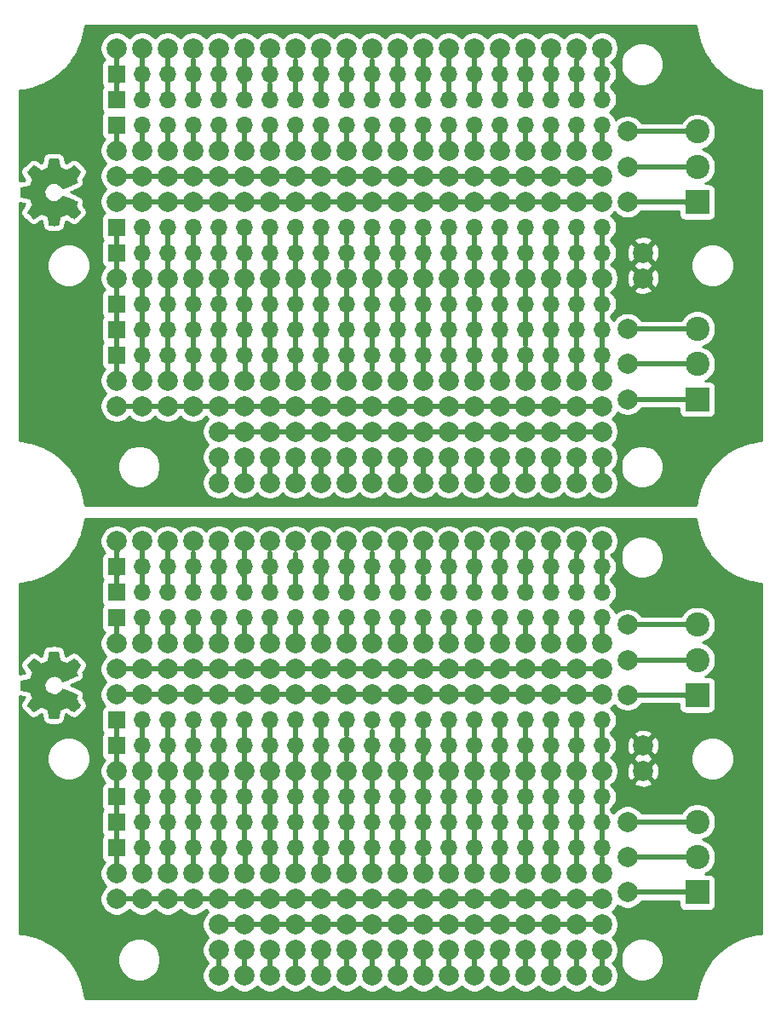
<source format=gbr>
G04 #@! TF.GenerationSoftware,KiCad,Pcbnew,5.1.5+dfsg1-2build2*
G04 #@! TF.CreationDate,2022-02-15T21:28:09-05:00*
G04 #@! TF.ProjectId,,58585858-5858-4585-9858-585858585858,rev?*
G04 #@! TF.SameCoordinates,Original*
G04 #@! TF.FileFunction,Copper,L2,Bot*
G04 #@! TF.FilePolarity,Positive*
%FSLAX46Y46*%
G04 Gerber Fmt 4.6, Leading zero omitted, Abs format (unit mm)*
G04 Created by KiCad (PCBNEW 5.1.5+dfsg1-2build2) date 2022-02-15 21:28:09*
%MOMM*%
%LPD*%
G04 APERTURE LIST*
%ADD10C,0.010000*%
%ADD11R,1.700000X1.700000*%
%ADD12O,1.700000X1.700000*%
%ADD13C,2.000000*%
%ADD14R,2.400000X2.400000*%
%ADD15C,2.400000*%
%ADD16C,1.998980*%
%ADD17C,0.500000*%
%ADD18C,0.254000*%
G04 APERTURE END LIST*
D10*
G36*
X101672431Y-103962614D02*
G01*
X102117055Y-104046435D01*
X102244553Y-104355720D01*
X102372051Y-104665006D01*
X102119746Y-105036046D01*
X102049496Y-105139957D01*
X101986772Y-105233887D01*
X101934438Y-105313452D01*
X101895357Y-105374270D01*
X101872393Y-105411957D01*
X101867442Y-105422221D01*
X101880176Y-105440710D01*
X101915382Y-105480220D01*
X101968562Y-105536322D01*
X102035218Y-105604587D01*
X102110854Y-105680586D01*
X102190972Y-105759892D01*
X102271074Y-105838075D01*
X102346664Y-105910707D01*
X102413245Y-105973359D01*
X102466318Y-106021603D01*
X102501387Y-106051010D01*
X102513123Y-106058041D01*
X102534760Y-106047923D01*
X102582162Y-106019559D01*
X102650693Y-105975929D01*
X102735715Y-105920018D01*
X102832593Y-105854806D01*
X102887850Y-105817019D01*
X102988748Y-105748143D01*
X103079799Y-105686940D01*
X103156470Y-105636378D01*
X103214228Y-105599428D01*
X103248543Y-105579058D01*
X103255754Y-105575997D01*
X103276248Y-105582936D01*
X103324013Y-105601851D01*
X103392332Y-105629887D01*
X103474489Y-105664191D01*
X103563770Y-105701909D01*
X103653458Y-105740187D01*
X103736838Y-105776170D01*
X103807194Y-105807006D01*
X103857810Y-105829839D01*
X103881971Y-105841817D01*
X103882922Y-105842524D01*
X103887536Y-105861331D01*
X103897828Y-105911418D01*
X103912787Y-105987593D01*
X103931401Y-106084665D01*
X103952659Y-106197443D01*
X103964918Y-106263242D01*
X103987862Y-106383750D01*
X104009695Y-106492597D01*
X104029222Y-106584276D01*
X104045248Y-106653281D01*
X104056579Y-106694104D01*
X104060174Y-106702311D01*
X104084506Y-106710348D01*
X104139459Y-106716833D01*
X104218608Y-106721770D01*
X104315526Y-106725164D01*
X104423787Y-106727018D01*
X104536965Y-106727338D01*
X104648635Y-106726127D01*
X104752368Y-106723390D01*
X104841741Y-106719131D01*
X104910326Y-106713355D01*
X104951697Y-106706067D01*
X104960310Y-106701695D01*
X104970633Y-106675564D01*
X104985392Y-106620193D01*
X105002852Y-106542907D01*
X105021280Y-106451030D01*
X105027241Y-106418958D01*
X105055566Y-106264324D01*
X105078376Y-106142175D01*
X105096580Y-106048473D01*
X105111083Y-105979184D01*
X105122792Y-105930271D01*
X105132615Y-105897697D01*
X105141456Y-105877428D01*
X105150224Y-105865426D01*
X105151957Y-105863747D01*
X105179871Y-105846984D01*
X105234195Y-105821414D01*
X105308277Y-105789588D01*
X105395465Y-105754060D01*
X105489108Y-105717383D01*
X105582552Y-105682111D01*
X105669147Y-105650796D01*
X105742240Y-105625993D01*
X105795178Y-105610254D01*
X105821311Y-105606132D01*
X105822226Y-105606476D01*
X105843586Y-105620441D01*
X105890584Y-105652122D01*
X105958327Y-105698191D01*
X106041923Y-105755318D01*
X106136482Y-105820173D01*
X106163354Y-105838643D01*
X106260775Y-105904499D01*
X106349663Y-105962450D01*
X106424912Y-106009338D01*
X106481420Y-106042007D01*
X106514081Y-106057300D01*
X106518093Y-106058041D01*
X106539184Y-106045192D01*
X106580964Y-106009688D01*
X106638945Y-105956093D01*
X106708635Y-105888971D01*
X106785545Y-105812887D01*
X106865183Y-105732404D01*
X106943061Y-105652087D01*
X107014686Y-105576499D01*
X107075570Y-105510205D01*
X107121221Y-105457769D01*
X107147150Y-105423755D01*
X107151383Y-105414345D01*
X107141412Y-105392443D01*
X107114520Y-105347600D01*
X107075236Y-105287121D01*
X107043617Y-105240589D01*
X106985598Y-105156275D01*
X106917284Y-105056426D01*
X106849079Y-104956273D01*
X106812575Y-104902427D01*
X106689300Y-104720171D01*
X106772020Y-104567181D01*
X106808259Y-104497482D01*
X106836426Y-104438214D01*
X106852491Y-104398111D01*
X106854726Y-104387903D01*
X106838222Y-104375629D01*
X106791582Y-104351413D01*
X106719109Y-104317063D01*
X106625106Y-104274388D01*
X106513874Y-104225194D01*
X106389715Y-104171290D01*
X106256932Y-104114484D01*
X106119827Y-104056582D01*
X105982702Y-103999393D01*
X105849858Y-103944724D01*
X105725598Y-103894384D01*
X105614225Y-103850180D01*
X105520039Y-103813919D01*
X105447344Y-103787409D01*
X105400441Y-103772458D01*
X105384333Y-103770054D01*
X105363786Y-103789111D01*
X105330433Y-103830836D01*
X105291202Y-103886506D01*
X105288099Y-103891178D01*
X105172923Y-104035064D01*
X105038553Y-104151083D01*
X104889284Y-104238230D01*
X104729413Y-104295499D01*
X104563237Y-104321886D01*
X104395052Y-104316385D01*
X104229155Y-104277990D01*
X104069842Y-104205695D01*
X104034987Y-104184426D01*
X103894237Y-104073796D01*
X103781214Y-103943102D01*
X103696503Y-103796864D01*
X103640694Y-103639608D01*
X103614374Y-103475857D01*
X103618130Y-103310133D01*
X103652550Y-103146962D01*
X103718223Y-102990865D01*
X103815735Y-102846367D01*
X103855313Y-102801669D01*
X103979203Y-102687912D01*
X104109624Y-102605018D01*
X104255815Y-102548156D01*
X104400588Y-102516487D01*
X104563360Y-102508669D01*
X104726940Y-102534738D01*
X104885798Y-102592045D01*
X105034406Y-102677944D01*
X105167235Y-102789786D01*
X105278756Y-102924923D01*
X105290511Y-102942683D01*
X105329008Y-102998950D01*
X105362363Y-103041723D01*
X105383660Y-103062172D01*
X105384333Y-103062469D01*
X105407371Y-103058079D01*
X105459657Y-103040676D01*
X105536890Y-103012068D01*
X105634768Y-102974065D01*
X105748991Y-102928474D01*
X105875258Y-102877103D01*
X106009267Y-102821762D01*
X106146718Y-102764258D01*
X106283308Y-102706401D01*
X106414737Y-102649998D01*
X106536705Y-102596858D01*
X106644909Y-102548790D01*
X106735049Y-102507601D01*
X106802823Y-102475101D01*
X106843930Y-102453097D01*
X106854726Y-102444236D01*
X106846319Y-102417160D01*
X106823772Y-102366497D01*
X106791113Y-102300983D01*
X106772020Y-102264959D01*
X106689300Y-102111968D01*
X106812575Y-101929712D01*
X106875728Y-101836675D01*
X106945227Y-101734815D01*
X107010665Y-101639362D01*
X107043617Y-101591550D01*
X107088773Y-101524305D01*
X107124557Y-101467364D01*
X107146438Y-101428154D01*
X107151063Y-101415419D01*
X107138585Y-101396883D01*
X107103752Y-101355859D01*
X107050178Y-101296325D01*
X106981483Y-101222258D01*
X106901281Y-101137635D01*
X106849786Y-101084115D01*
X106757786Y-100990481D01*
X106675499Y-100909559D01*
X106606445Y-100844623D01*
X106554144Y-100798942D01*
X106522116Y-100775789D01*
X106515616Y-100773568D01*
X106490894Y-100783876D01*
X106440905Y-100812361D01*
X106370712Y-100855863D01*
X106285375Y-100911223D01*
X106189956Y-100975280D01*
X106163354Y-100993497D01*
X106066667Y-101059873D01*
X105979617Y-101119422D01*
X105907095Y-101168816D01*
X105853993Y-101204725D01*
X105825203Y-101223819D01*
X105822226Y-101225664D01*
X105799282Y-101222905D01*
X105748836Y-101208262D01*
X105677541Y-101184287D01*
X105592047Y-101153534D01*
X105499007Y-101118556D01*
X105405074Y-101081907D01*
X105316899Y-101046139D01*
X105241134Y-101013806D01*
X105184431Y-100987462D01*
X105153443Y-100969658D01*
X105151957Y-100968393D01*
X105143101Y-100957506D01*
X105134343Y-100939118D01*
X105124777Y-100909194D01*
X105113496Y-100863697D01*
X105099593Y-100798591D01*
X105082163Y-100709839D01*
X105060298Y-100593407D01*
X105033091Y-100445258D01*
X105027241Y-100413182D01*
X105008874Y-100318114D01*
X104990905Y-100235235D01*
X104975069Y-100171870D01*
X104963100Y-100135342D01*
X104960310Y-100130444D01*
X104935572Y-100122373D01*
X104880290Y-100115813D01*
X104800889Y-100110767D01*
X104703796Y-100107241D01*
X104595438Y-100105239D01*
X104482240Y-100104764D01*
X104370628Y-100105823D01*
X104267029Y-100108418D01*
X104177868Y-100112554D01*
X104109572Y-100118237D01*
X104068566Y-100125469D01*
X104060174Y-100129829D01*
X104051708Y-100154102D01*
X104037935Y-100209374D01*
X104020050Y-100290138D01*
X103999248Y-100390888D01*
X103976723Y-100506117D01*
X103964918Y-100568898D01*
X103942651Y-100688013D01*
X103922479Y-100794235D01*
X103905415Y-100882373D01*
X103892469Y-100947234D01*
X103884655Y-100983626D01*
X103882922Y-100989616D01*
X103863390Y-100999739D01*
X103816343Y-101021138D01*
X103748503Y-101050961D01*
X103666591Y-101086355D01*
X103577328Y-101124468D01*
X103487435Y-101162447D01*
X103403635Y-101197440D01*
X103332647Y-101226594D01*
X103281194Y-101247057D01*
X103255997Y-101255977D01*
X103254896Y-101256143D01*
X103235019Y-101246031D01*
X103189277Y-101217683D01*
X103122217Y-101174077D01*
X103038384Y-101118194D01*
X102942326Y-101053013D01*
X102887150Y-101015121D01*
X102785981Y-100946075D01*
X102694130Y-100884750D01*
X102616244Y-100834137D01*
X102556969Y-100797229D01*
X102520951Y-100777018D01*
X102512877Y-100774099D01*
X102494084Y-100786647D01*
X102453957Y-100821337D01*
X102396993Y-100873737D01*
X102327685Y-100939416D01*
X102250531Y-101013944D01*
X102170025Y-101092887D01*
X102090663Y-101171817D01*
X102016940Y-101246300D01*
X101953352Y-101311906D01*
X101904394Y-101364204D01*
X101874561Y-101398761D01*
X101867442Y-101410322D01*
X101877453Y-101429146D01*
X101905578Y-101474169D01*
X101948954Y-101541013D01*
X102004718Y-101625301D01*
X102070006Y-101722656D01*
X102119746Y-101796093D01*
X102372051Y-102167133D01*
X102117055Y-102785705D01*
X101672431Y-102869525D01*
X101227807Y-102953346D01*
X101227807Y-103878794D01*
X101672431Y-103962614D01*
G37*
X101672431Y-103962614D02*
X102117055Y-104046435D01*
X102244553Y-104355720D01*
X102372051Y-104665006D01*
X102119746Y-105036046D01*
X102049496Y-105139957D01*
X101986772Y-105233887D01*
X101934438Y-105313452D01*
X101895357Y-105374270D01*
X101872393Y-105411957D01*
X101867442Y-105422221D01*
X101880176Y-105440710D01*
X101915382Y-105480220D01*
X101968562Y-105536322D01*
X102035218Y-105604587D01*
X102110854Y-105680586D01*
X102190972Y-105759892D01*
X102271074Y-105838075D01*
X102346664Y-105910707D01*
X102413245Y-105973359D01*
X102466318Y-106021603D01*
X102501387Y-106051010D01*
X102513123Y-106058041D01*
X102534760Y-106047923D01*
X102582162Y-106019559D01*
X102650693Y-105975929D01*
X102735715Y-105920018D01*
X102832593Y-105854806D01*
X102887850Y-105817019D01*
X102988748Y-105748143D01*
X103079799Y-105686940D01*
X103156470Y-105636378D01*
X103214228Y-105599428D01*
X103248543Y-105579058D01*
X103255754Y-105575997D01*
X103276248Y-105582936D01*
X103324013Y-105601851D01*
X103392332Y-105629887D01*
X103474489Y-105664191D01*
X103563770Y-105701909D01*
X103653458Y-105740187D01*
X103736838Y-105776170D01*
X103807194Y-105807006D01*
X103857810Y-105829839D01*
X103881971Y-105841817D01*
X103882922Y-105842524D01*
X103887536Y-105861331D01*
X103897828Y-105911418D01*
X103912787Y-105987593D01*
X103931401Y-106084665D01*
X103952659Y-106197443D01*
X103964918Y-106263242D01*
X103987862Y-106383750D01*
X104009695Y-106492597D01*
X104029222Y-106584276D01*
X104045248Y-106653281D01*
X104056579Y-106694104D01*
X104060174Y-106702311D01*
X104084506Y-106710348D01*
X104139459Y-106716833D01*
X104218608Y-106721770D01*
X104315526Y-106725164D01*
X104423787Y-106727018D01*
X104536965Y-106727338D01*
X104648635Y-106726127D01*
X104752368Y-106723390D01*
X104841741Y-106719131D01*
X104910326Y-106713355D01*
X104951697Y-106706067D01*
X104960310Y-106701695D01*
X104970633Y-106675564D01*
X104985392Y-106620193D01*
X105002852Y-106542907D01*
X105021280Y-106451030D01*
X105027241Y-106418958D01*
X105055566Y-106264324D01*
X105078376Y-106142175D01*
X105096580Y-106048473D01*
X105111083Y-105979184D01*
X105122792Y-105930271D01*
X105132615Y-105897697D01*
X105141456Y-105877428D01*
X105150224Y-105865426D01*
X105151957Y-105863747D01*
X105179871Y-105846984D01*
X105234195Y-105821414D01*
X105308277Y-105789588D01*
X105395465Y-105754060D01*
X105489108Y-105717383D01*
X105582552Y-105682111D01*
X105669147Y-105650796D01*
X105742240Y-105625993D01*
X105795178Y-105610254D01*
X105821311Y-105606132D01*
X105822226Y-105606476D01*
X105843586Y-105620441D01*
X105890584Y-105652122D01*
X105958327Y-105698191D01*
X106041923Y-105755318D01*
X106136482Y-105820173D01*
X106163354Y-105838643D01*
X106260775Y-105904499D01*
X106349663Y-105962450D01*
X106424912Y-106009338D01*
X106481420Y-106042007D01*
X106514081Y-106057300D01*
X106518093Y-106058041D01*
X106539184Y-106045192D01*
X106580964Y-106009688D01*
X106638945Y-105956093D01*
X106708635Y-105888971D01*
X106785545Y-105812887D01*
X106865183Y-105732404D01*
X106943061Y-105652087D01*
X107014686Y-105576499D01*
X107075570Y-105510205D01*
X107121221Y-105457769D01*
X107147150Y-105423755D01*
X107151383Y-105414345D01*
X107141412Y-105392443D01*
X107114520Y-105347600D01*
X107075236Y-105287121D01*
X107043617Y-105240589D01*
X106985598Y-105156275D01*
X106917284Y-105056426D01*
X106849079Y-104956273D01*
X106812575Y-104902427D01*
X106689300Y-104720171D01*
X106772020Y-104567181D01*
X106808259Y-104497482D01*
X106836426Y-104438214D01*
X106852491Y-104398111D01*
X106854726Y-104387903D01*
X106838222Y-104375629D01*
X106791582Y-104351413D01*
X106719109Y-104317063D01*
X106625106Y-104274388D01*
X106513874Y-104225194D01*
X106389715Y-104171290D01*
X106256932Y-104114484D01*
X106119827Y-104056582D01*
X105982702Y-103999393D01*
X105849858Y-103944724D01*
X105725598Y-103894384D01*
X105614225Y-103850180D01*
X105520039Y-103813919D01*
X105447344Y-103787409D01*
X105400441Y-103772458D01*
X105384333Y-103770054D01*
X105363786Y-103789111D01*
X105330433Y-103830836D01*
X105291202Y-103886506D01*
X105288099Y-103891178D01*
X105172923Y-104035064D01*
X105038553Y-104151083D01*
X104889284Y-104238230D01*
X104729413Y-104295499D01*
X104563237Y-104321886D01*
X104395052Y-104316385D01*
X104229155Y-104277990D01*
X104069842Y-104205695D01*
X104034987Y-104184426D01*
X103894237Y-104073796D01*
X103781214Y-103943102D01*
X103696503Y-103796864D01*
X103640694Y-103639608D01*
X103614374Y-103475857D01*
X103618130Y-103310133D01*
X103652550Y-103146962D01*
X103718223Y-102990865D01*
X103815735Y-102846367D01*
X103855313Y-102801669D01*
X103979203Y-102687912D01*
X104109624Y-102605018D01*
X104255815Y-102548156D01*
X104400588Y-102516487D01*
X104563360Y-102508669D01*
X104726940Y-102534738D01*
X104885798Y-102592045D01*
X105034406Y-102677944D01*
X105167235Y-102789786D01*
X105278756Y-102924923D01*
X105290511Y-102942683D01*
X105329008Y-102998950D01*
X105362363Y-103041723D01*
X105383660Y-103062172D01*
X105384333Y-103062469D01*
X105407371Y-103058079D01*
X105459657Y-103040676D01*
X105536890Y-103012068D01*
X105634768Y-102974065D01*
X105748991Y-102928474D01*
X105875258Y-102877103D01*
X106009267Y-102821762D01*
X106146718Y-102764258D01*
X106283308Y-102706401D01*
X106414737Y-102649998D01*
X106536705Y-102596858D01*
X106644909Y-102548790D01*
X106735049Y-102507601D01*
X106802823Y-102475101D01*
X106843930Y-102453097D01*
X106854726Y-102444236D01*
X106846319Y-102417160D01*
X106823772Y-102366497D01*
X106791113Y-102300983D01*
X106772020Y-102264959D01*
X106689300Y-102111968D01*
X106812575Y-101929712D01*
X106875728Y-101836675D01*
X106945227Y-101734815D01*
X107010665Y-101639362D01*
X107043617Y-101591550D01*
X107088773Y-101524305D01*
X107124557Y-101467364D01*
X107146438Y-101428154D01*
X107151063Y-101415419D01*
X107138585Y-101396883D01*
X107103752Y-101355859D01*
X107050178Y-101296325D01*
X106981483Y-101222258D01*
X106901281Y-101137635D01*
X106849786Y-101084115D01*
X106757786Y-100990481D01*
X106675499Y-100909559D01*
X106606445Y-100844623D01*
X106554144Y-100798942D01*
X106522116Y-100775789D01*
X106515616Y-100773568D01*
X106490894Y-100783876D01*
X106440905Y-100812361D01*
X106370712Y-100855863D01*
X106285375Y-100911223D01*
X106189956Y-100975280D01*
X106163354Y-100993497D01*
X106066667Y-101059873D01*
X105979617Y-101119422D01*
X105907095Y-101168816D01*
X105853993Y-101204725D01*
X105825203Y-101223819D01*
X105822226Y-101225664D01*
X105799282Y-101222905D01*
X105748836Y-101208262D01*
X105677541Y-101184287D01*
X105592047Y-101153534D01*
X105499007Y-101118556D01*
X105405074Y-101081907D01*
X105316899Y-101046139D01*
X105241134Y-101013806D01*
X105184431Y-100987462D01*
X105153443Y-100969658D01*
X105151957Y-100968393D01*
X105143101Y-100957506D01*
X105134343Y-100939118D01*
X105124777Y-100909194D01*
X105113496Y-100863697D01*
X105099593Y-100798591D01*
X105082163Y-100709839D01*
X105060298Y-100593407D01*
X105033091Y-100445258D01*
X105027241Y-100413182D01*
X105008874Y-100318114D01*
X104990905Y-100235235D01*
X104975069Y-100171870D01*
X104963100Y-100135342D01*
X104960310Y-100130444D01*
X104935572Y-100122373D01*
X104880290Y-100115813D01*
X104800889Y-100110767D01*
X104703796Y-100107241D01*
X104595438Y-100105239D01*
X104482240Y-100104764D01*
X104370628Y-100105823D01*
X104267029Y-100108418D01*
X104177868Y-100112554D01*
X104109572Y-100118237D01*
X104068566Y-100125469D01*
X104060174Y-100129829D01*
X104051708Y-100154102D01*
X104037935Y-100209374D01*
X104020050Y-100290138D01*
X103999248Y-100390888D01*
X103976723Y-100506117D01*
X103964918Y-100568898D01*
X103942651Y-100688013D01*
X103922479Y-100794235D01*
X103905415Y-100882373D01*
X103892469Y-100947234D01*
X103884655Y-100983626D01*
X103882922Y-100989616D01*
X103863390Y-100999739D01*
X103816343Y-101021138D01*
X103748503Y-101050961D01*
X103666591Y-101086355D01*
X103577328Y-101124468D01*
X103487435Y-101162447D01*
X103403635Y-101197440D01*
X103332647Y-101226594D01*
X103281194Y-101247057D01*
X103255997Y-101255977D01*
X103254896Y-101256143D01*
X103235019Y-101246031D01*
X103189277Y-101217683D01*
X103122217Y-101174077D01*
X103038384Y-101118194D01*
X102942326Y-101053013D01*
X102887150Y-101015121D01*
X102785981Y-100946075D01*
X102694130Y-100884750D01*
X102616244Y-100834137D01*
X102556969Y-100797229D01*
X102520951Y-100777018D01*
X102512877Y-100774099D01*
X102494084Y-100786647D01*
X102453957Y-100821337D01*
X102396993Y-100873737D01*
X102327685Y-100939416D01*
X102250531Y-101013944D01*
X102170025Y-101092887D01*
X102090663Y-101171817D01*
X102016940Y-101246300D01*
X101953352Y-101311906D01*
X101904394Y-101364204D01*
X101874561Y-101398761D01*
X101867442Y-101410322D01*
X101877453Y-101429146D01*
X101905578Y-101474169D01*
X101948954Y-101541013D01*
X102004718Y-101625301D01*
X102070006Y-101722656D01*
X102119746Y-101796093D01*
X102372051Y-102167133D01*
X102117055Y-102785705D01*
X101672431Y-102869525D01*
X101227807Y-102953346D01*
X101227807Y-103878794D01*
X101672431Y-103962614D01*
G36*
X101672431Y-54962614D02*
G01*
X102117055Y-55046435D01*
X102244553Y-55355720D01*
X102372051Y-55665006D01*
X102119746Y-56036046D01*
X102049496Y-56139957D01*
X101986772Y-56233887D01*
X101934438Y-56313452D01*
X101895357Y-56374270D01*
X101872393Y-56411957D01*
X101867442Y-56422221D01*
X101880176Y-56440710D01*
X101915382Y-56480220D01*
X101968562Y-56536322D01*
X102035218Y-56604587D01*
X102110854Y-56680586D01*
X102190972Y-56759892D01*
X102271074Y-56838075D01*
X102346664Y-56910707D01*
X102413245Y-56973359D01*
X102466318Y-57021603D01*
X102501387Y-57051010D01*
X102513123Y-57058041D01*
X102534760Y-57047923D01*
X102582162Y-57019559D01*
X102650693Y-56975929D01*
X102735715Y-56920018D01*
X102832593Y-56854806D01*
X102887850Y-56817019D01*
X102988748Y-56748143D01*
X103079799Y-56686940D01*
X103156470Y-56636378D01*
X103214228Y-56599428D01*
X103248543Y-56579058D01*
X103255754Y-56575997D01*
X103276248Y-56582936D01*
X103324013Y-56601851D01*
X103392332Y-56629887D01*
X103474489Y-56664191D01*
X103563770Y-56701909D01*
X103653458Y-56740187D01*
X103736838Y-56776170D01*
X103807194Y-56807006D01*
X103857810Y-56829839D01*
X103881971Y-56841817D01*
X103882922Y-56842524D01*
X103887536Y-56861331D01*
X103897828Y-56911418D01*
X103912787Y-56987593D01*
X103931401Y-57084665D01*
X103952659Y-57197443D01*
X103964918Y-57263242D01*
X103987862Y-57383750D01*
X104009695Y-57492597D01*
X104029222Y-57584276D01*
X104045248Y-57653281D01*
X104056579Y-57694104D01*
X104060174Y-57702311D01*
X104084506Y-57710348D01*
X104139459Y-57716833D01*
X104218608Y-57721770D01*
X104315526Y-57725164D01*
X104423787Y-57727018D01*
X104536965Y-57727338D01*
X104648635Y-57726127D01*
X104752368Y-57723390D01*
X104841741Y-57719131D01*
X104910326Y-57713355D01*
X104951697Y-57706067D01*
X104960310Y-57701695D01*
X104970633Y-57675564D01*
X104985392Y-57620193D01*
X105002852Y-57542907D01*
X105021280Y-57451030D01*
X105027241Y-57418958D01*
X105055566Y-57264324D01*
X105078376Y-57142175D01*
X105096580Y-57048473D01*
X105111083Y-56979184D01*
X105122792Y-56930271D01*
X105132615Y-56897697D01*
X105141456Y-56877428D01*
X105150224Y-56865426D01*
X105151957Y-56863747D01*
X105179871Y-56846984D01*
X105234195Y-56821414D01*
X105308277Y-56789588D01*
X105395465Y-56754060D01*
X105489108Y-56717383D01*
X105582552Y-56682111D01*
X105669147Y-56650796D01*
X105742240Y-56625993D01*
X105795178Y-56610254D01*
X105821311Y-56606132D01*
X105822226Y-56606476D01*
X105843586Y-56620441D01*
X105890584Y-56652122D01*
X105958327Y-56698191D01*
X106041923Y-56755318D01*
X106136482Y-56820173D01*
X106163354Y-56838643D01*
X106260775Y-56904499D01*
X106349663Y-56962450D01*
X106424912Y-57009338D01*
X106481420Y-57042007D01*
X106514081Y-57057300D01*
X106518093Y-57058041D01*
X106539184Y-57045192D01*
X106580964Y-57009688D01*
X106638945Y-56956093D01*
X106708635Y-56888971D01*
X106785545Y-56812887D01*
X106865183Y-56732404D01*
X106943061Y-56652087D01*
X107014686Y-56576499D01*
X107075570Y-56510205D01*
X107121221Y-56457769D01*
X107147150Y-56423755D01*
X107151383Y-56414345D01*
X107141412Y-56392443D01*
X107114520Y-56347600D01*
X107075236Y-56287121D01*
X107043617Y-56240589D01*
X106985598Y-56156275D01*
X106917284Y-56056426D01*
X106849079Y-55956273D01*
X106812575Y-55902427D01*
X106689300Y-55720171D01*
X106772020Y-55567181D01*
X106808259Y-55497482D01*
X106836426Y-55438214D01*
X106852491Y-55398111D01*
X106854726Y-55387903D01*
X106838222Y-55375629D01*
X106791582Y-55351413D01*
X106719109Y-55317063D01*
X106625106Y-55274388D01*
X106513874Y-55225194D01*
X106389715Y-55171290D01*
X106256932Y-55114484D01*
X106119827Y-55056582D01*
X105982702Y-54999393D01*
X105849858Y-54944724D01*
X105725598Y-54894384D01*
X105614225Y-54850180D01*
X105520039Y-54813919D01*
X105447344Y-54787409D01*
X105400441Y-54772458D01*
X105384333Y-54770054D01*
X105363786Y-54789111D01*
X105330433Y-54830836D01*
X105291202Y-54886506D01*
X105288099Y-54891178D01*
X105172923Y-55035064D01*
X105038553Y-55151083D01*
X104889284Y-55238230D01*
X104729413Y-55295499D01*
X104563237Y-55321886D01*
X104395052Y-55316385D01*
X104229155Y-55277990D01*
X104069842Y-55205695D01*
X104034987Y-55184426D01*
X103894237Y-55073796D01*
X103781214Y-54943102D01*
X103696503Y-54796864D01*
X103640694Y-54639608D01*
X103614374Y-54475857D01*
X103618130Y-54310133D01*
X103652550Y-54146962D01*
X103718223Y-53990865D01*
X103815735Y-53846367D01*
X103855313Y-53801669D01*
X103979203Y-53687912D01*
X104109624Y-53605018D01*
X104255815Y-53548156D01*
X104400588Y-53516487D01*
X104563360Y-53508669D01*
X104726940Y-53534738D01*
X104885798Y-53592045D01*
X105034406Y-53677944D01*
X105167235Y-53789786D01*
X105278756Y-53924923D01*
X105290511Y-53942683D01*
X105329008Y-53998950D01*
X105362363Y-54041723D01*
X105383660Y-54062172D01*
X105384333Y-54062469D01*
X105407371Y-54058079D01*
X105459657Y-54040676D01*
X105536890Y-54012068D01*
X105634768Y-53974065D01*
X105748991Y-53928474D01*
X105875258Y-53877103D01*
X106009267Y-53821762D01*
X106146718Y-53764258D01*
X106283308Y-53706401D01*
X106414737Y-53649998D01*
X106536705Y-53596858D01*
X106644909Y-53548790D01*
X106735049Y-53507601D01*
X106802823Y-53475101D01*
X106843930Y-53453097D01*
X106854726Y-53444236D01*
X106846319Y-53417160D01*
X106823772Y-53366497D01*
X106791113Y-53300983D01*
X106772020Y-53264959D01*
X106689300Y-53111968D01*
X106812575Y-52929712D01*
X106875728Y-52836675D01*
X106945227Y-52734815D01*
X107010665Y-52639362D01*
X107043617Y-52591550D01*
X107088773Y-52524305D01*
X107124557Y-52467364D01*
X107146438Y-52428154D01*
X107151063Y-52415419D01*
X107138585Y-52396883D01*
X107103752Y-52355859D01*
X107050178Y-52296325D01*
X106981483Y-52222258D01*
X106901281Y-52137635D01*
X106849786Y-52084115D01*
X106757786Y-51990481D01*
X106675499Y-51909559D01*
X106606445Y-51844623D01*
X106554144Y-51798942D01*
X106522116Y-51775789D01*
X106515616Y-51773568D01*
X106490894Y-51783876D01*
X106440905Y-51812361D01*
X106370712Y-51855863D01*
X106285375Y-51911223D01*
X106189956Y-51975280D01*
X106163354Y-51993497D01*
X106066667Y-52059873D01*
X105979617Y-52119422D01*
X105907095Y-52168816D01*
X105853993Y-52204725D01*
X105825203Y-52223819D01*
X105822226Y-52225664D01*
X105799282Y-52222905D01*
X105748836Y-52208262D01*
X105677541Y-52184287D01*
X105592047Y-52153534D01*
X105499007Y-52118556D01*
X105405074Y-52081907D01*
X105316899Y-52046139D01*
X105241134Y-52013806D01*
X105184431Y-51987462D01*
X105153443Y-51969658D01*
X105151957Y-51968393D01*
X105143101Y-51957506D01*
X105134343Y-51939118D01*
X105124777Y-51909194D01*
X105113496Y-51863697D01*
X105099593Y-51798591D01*
X105082163Y-51709839D01*
X105060298Y-51593407D01*
X105033091Y-51445258D01*
X105027241Y-51413182D01*
X105008874Y-51318114D01*
X104990905Y-51235235D01*
X104975069Y-51171870D01*
X104963100Y-51135342D01*
X104960310Y-51130444D01*
X104935572Y-51122373D01*
X104880290Y-51115813D01*
X104800889Y-51110767D01*
X104703796Y-51107241D01*
X104595438Y-51105239D01*
X104482240Y-51104764D01*
X104370628Y-51105823D01*
X104267029Y-51108418D01*
X104177868Y-51112554D01*
X104109572Y-51118237D01*
X104068566Y-51125469D01*
X104060174Y-51129829D01*
X104051708Y-51154102D01*
X104037935Y-51209374D01*
X104020050Y-51290138D01*
X103999248Y-51390888D01*
X103976723Y-51506117D01*
X103964918Y-51568898D01*
X103942651Y-51688013D01*
X103922479Y-51794235D01*
X103905415Y-51882373D01*
X103892469Y-51947234D01*
X103884655Y-51983626D01*
X103882922Y-51989616D01*
X103863390Y-51999739D01*
X103816343Y-52021138D01*
X103748503Y-52050961D01*
X103666591Y-52086355D01*
X103577328Y-52124468D01*
X103487435Y-52162447D01*
X103403635Y-52197440D01*
X103332647Y-52226594D01*
X103281194Y-52247057D01*
X103255997Y-52255977D01*
X103254896Y-52256143D01*
X103235019Y-52246031D01*
X103189277Y-52217683D01*
X103122217Y-52174077D01*
X103038384Y-52118194D01*
X102942326Y-52053013D01*
X102887150Y-52015121D01*
X102785981Y-51946075D01*
X102694130Y-51884750D01*
X102616244Y-51834137D01*
X102556969Y-51797229D01*
X102520951Y-51777018D01*
X102512877Y-51774099D01*
X102494084Y-51786647D01*
X102453957Y-51821337D01*
X102396993Y-51873737D01*
X102327685Y-51939416D01*
X102250531Y-52013944D01*
X102170025Y-52092887D01*
X102090663Y-52171817D01*
X102016940Y-52246300D01*
X101953352Y-52311906D01*
X101904394Y-52364204D01*
X101874561Y-52398761D01*
X101867442Y-52410322D01*
X101877453Y-52429146D01*
X101905578Y-52474169D01*
X101948954Y-52541013D01*
X102004718Y-52625301D01*
X102070006Y-52722656D01*
X102119746Y-52796093D01*
X102372051Y-53167133D01*
X102117055Y-53785705D01*
X101672431Y-53869525D01*
X101227807Y-53953346D01*
X101227807Y-54878794D01*
X101672431Y-54962614D01*
G37*
X101672431Y-54962614D02*
X102117055Y-55046435D01*
X102244553Y-55355720D01*
X102372051Y-55665006D01*
X102119746Y-56036046D01*
X102049496Y-56139957D01*
X101986772Y-56233887D01*
X101934438Y-56313452D01*
X101895357Y-56374270D01*
X101872393Y-56411957D01*
X101867442Y-56422221D01*
X101880176Y-56440710D01*
X101915382Y-56480220D01*
X101968562Y-56536322D01*
X102035218Y-56604587D01*
X102110854Y-56680586D01*
X102190972Y-56759892D01*
X102271074Y-56838075D01*
X102346664Y-56910707D01*
X102413245Y-56973359D01*
X102466318Y-57021603D01*
X102501387Y-57051010D01*
X102513123Y-57058041D01*
X102534760Y-57047923D01*
X102582162Y-57019559D01*
X102650693Y-56975929D01*
X102735715Y-56920018D01*
X102832593Y-56854806D01*
X102887850Y-56817019D01*
X102988748Y-56748143D01*
X103079799Y-56686940D01*
X103156470Y-56636378D01*
X103214228Y-56599428D01*
X103248543Y-56579058D01*
X103255754Y-56575997D01*
X103276248Y-56582936D01*
X103324013Y-56601851D01*
X103392332Y-56629887D01*
X103474489Y-56664191D01*
X103563770Y-56701909D01*
X103653458Y-56740187D01*
X103736838Y-56776170D01*
X103807194Y-56807006D01*
X103857810Y-56829839D01*
X103881971Y-56841817D01*
X103882922Y-56842524D01*
X103887536Y-56861331D01*
X103897828Y-56911418D01*
X103912787Y-56987593D01*
X103931401Y-57084665D01*
X103952659Y-57197443D01*
X103964918Y-57263242D01*
X103987862Y-57383750D01*
X104009695Y-57492597D01*
X104029222Y-57584276D01*
X104045248Y-57653281D01*
X104056579Y-57694104D01*
X104060174Y-57702311D01*
X104084506Y-57710348D01*
X104139459Y-57716833D01*
X104218608Y-57721770D01*
X104315526Y-57725164D01*
X104423787Y-57727018D01*
X104536965Y-57727338D01*
X104648635Y-57726127D01*
X104752368Y-57723390D01*
X104841741Y-57719131D01*
X104910326Y-57713355D01*
X104951697Y-57706067D01*
X104960310Y-57701695D01*
X104970633Y-57675564D01*
X104985392Y-57620193D01*
X105002852Y-57542907D01*
X105021280Y-57451030D01*
X105027241Y-57418958D01*
X105055566Y-57264324D01*
X105078376Y-57142175D01*
X105096580Y-57048473D01*
X105111083Y-56979184D01*
X105122792Y-56930271D01*
X105132615Y-56897697D01*
X105141456Y-56877428D01*
X105150224Y-56865426D01*
X105151957Y-56863747D01*
X105179871Y-56846984D01*
X105234195Y-56821414D01*
X105308277Y-56789588D01*
X105395465Y-56754060D01*
X105489108Y-56717383D01*
X105582552Y-56682111D01*
X105669147Y-56650796D01*
X105742240Y-56625993D01*
X105795178Y-56610254D01*
X105821311Y-56606132D01*
X105822226Y-56606476D01*
X105843586Y-56620441D01*
X105890584Y-56652122D01*
X105958327Y-56698191D01*
X106041923Y-56755318D01*
X106136482Y-56820173D01*
X106163354Y-56838643D01*
X106260775Y-56904499D01*
X106349663Y-56962450D01*
X106424912Y-57009338D01*
X106481420Y-57042007D01*
X106514081Y-57057300D01*
X106518093Y-57058041D01*
X106539184Y-57045192D01*
X106580964Y-57009688D01*
X106638945Y-56956093D01*
X106708635Y-56888971D01*
X106785545Y-56812887D01*
X106865183Y-56732404D01*
X106943061Y-56652087D01*
X107014686Y-56576499D01*
X107075570Y-56510205D01*
X107121221Y-56457769D01*
X107147150Y-56423755D01*
X107151383Y-56414345D01*
X107141412Y-56392443D01*
X107114520Y-56347600D01*
X107075236Y-56287121D01*
X107043617Y-56240589D01*
X106985598Y-56156275D01*
X106917284Y-56056426D01*
X106849079Y-55956273D01*
X106812575Y-55902427D01*
X106689300Y-55720171D01*
X106772020Y-55567181D01*
X106808259Y-55497482D01*
X106836426Y-55438214D01*
X106852491Y-55398111D01*
X106854726Y-55387903D01*
X106838222Y-55375629D01*
X106791582Y-55351413D01*
X106719109Y-55317063D01*
X106625106Y-55274388D01*
X106513874Y-55225194D01*
X106389715Y-55171290D01*
X106256932Y-55114484D01*
X106119827Y-55056582D01*
X105982702Y-54999393D01*
X105849858Y-54944724D01*
X105725598Y-54894384D01*
X105614225Y-54850180D01*
X105520039Y-54813919D01*
X105447344Y-54787409D01*
X105400441Y-54772458D01*
X105384333Y-54770054D01*
X105363786Y-54789111D01*
X105330433Y-54830836D01*
X105291202Y-54886506D01*
X105288099Y-54891178D01*
X105172923Y-55035064D01*
X105038553Y-55151083D01*
X104889284Y-55238230D01*
X104729413Y-55295499D01*
X104563237Y-55321886D01*
X104395052Y-55316385D01*
X104229155Y-55277990D01*
X104069842Y-55205695D01*
X104034987Y-55184426D01*
X103894237Y-55073796D01*
X103781214Y-54943102D01*
X103696503Y-54796864D01*
X103640694Y-54639608D01*
X103614374Y-54475857D01*
X103618130Y-54310133D01*
X103652550Y-54146962D01*
X103718223Y-53990865D01*
X103815735Y-53846367D01*
X103855313Y-53801669D01*
X103979203Y-53687912D01*
X104109624Y-53605018D01*
X104255815Y-53548156D01*
X104400588Y-53516487D01*
X104563360Y-53508669D01*
X104726940Y-53534738D01*
X104885798Y-53592045D01*
X105034406Y-53677944D01*
X105167235Y-53789786D01*
X105278756Y-53924923D01*
X105290511Y-53942683D01*
X105329008Y-53998950D01*
X105362363Y-54041723D01*
X105383660Y-54062172D01*
X105384333Y-54062469D01*
X105407371Y-54058079D01*
X105459657Y-54040676D01*
X105536890Y-54012068D01*
X105634768Y-53974065D01*
X105748991Y-53928474D01*
X105875258Y-53877103D01*
X106009267Y-53821762D01*
X106146718Y-53764258D01*
X106283308Y-53706401D01*
X106414737Y-53649998D01*
X106536705Y-53596858D01*
X106644909Y-53548790D01*
X106735049Y-53507601D01*
X106802823Y-53475101D01*
X106843930Y-53453097D01*
X106854726Y-53444236D01*
X106846319Y-53417160D01*
X106823772Y-53366497D01*
X106791113Y-53300983D01*
X106772020Y-53264959D01*
X106689300Y-53111968D01*
X106812575Y-52929712D01*
X106875728Y-52836675D01*
X106945227Y-52734815D01*
X107010665Y-52639362D01*
X107043617Y-52591550D01*
X107088773Y-52524305D01*
X107124557Y-52467364D01*
X107146438Y-52428154D01*
X107151063Y-52415419D01*
X107138585Y-52396883D01*
X107103752Y-52355859D01*
X107050178Y-52296325D01*
X106981483Y-52222258D01*
X106901281Y-52137635D01*
X106849786Y-52084115D01*
X106757786Y-51990481D01*
X106675499Y-51909559D01*
X106606445Y-51844623D01*
X106554144Y-51798942D01*
X106522116Y-51775789D01*
X106515616Y-51773568D01*
X106490894Y-51783876D01*
X106440905Y-51812361D01*
X106370712Y-51855863D01*
X106285375Y-51911223D01*
X106189956Y-51975280D01*
X106163354Y-51993497D01*
X106066667Y-52059873D01*
X105979617Y-52119422D01*
X105907095Y-52168816D01*
X105853993Y-52204725D01*
X105825203Y-52223819D01*
X105822226Y-52225664D01*
X105799282Y-52222905D01*
X105748836Y-52208262D01*
X105677541Y-52184287D01*
X105592047Y-52153534D01*
X105499007Y-52118556D01*
X105405074Y-52081907D01*
X105316899Y-52046139D01*
X105241134Y-52013806D01*
X105184431Y-51987462D01*
X105153443Y-51969658D01*
X105151957Y-51968393D01*
X105143101Y-51957506D01*
X105134343Y-51939118D01*
X105124777Y-51909194D01*
X105113496Y-51863697D01*
X105099593Y-51798591D01*
X105082163Y-51709839D01*
X105060298Y-51593407D01*
X105033091Y-51445258D01*
X105027241Y-51413182D01*
X105008874Y-51318114D01*
X104990905Y-51235235D01*
X104975069Y-51171870D01*
X104963100Y-51135342D01*
X104960310Y-51130444D01*
X104935572Y-51122373D01*
X104880290Y-51115813D01*
X104800889Y-51110767D01*
X104703796Y-51107241D01*
X104595438Y-51105239D01*
X104482240Y-51104764D01*
X104370628Y-51105823D01*
X104267029Y-51108418D01*
X104177868Y-51112554D01*
X104109572Y-51118237D01*
X104068566Y-51125469D01*
X104060174Y-51129829D01*
X104051708Y-51154102D01*
X104037935Y-51209374D01*
X104020050Y-51290138D01*
X103999248Y-51390888D01*
X103976723Y-51506117D01*
X103964918Y-51568898D01*
X103942651Y-51688013D01*
X103922479Y-51794235D01*
X103905415Y-51882373D01*
X103892469Y-51947234D01*
X103884655Y-51983626D01*
X103882922Y-51989616D01*
X103863390Y-51999739D01*
X103816343Y-52021138D01*
X103748503Y-52050961D01*
X103666591Y-52086355D01*
X103577328Y-52124468D01*
X103487435Y-52162447D01*
X103403635Y-52197440D01*
X103332647Y-52226594D01*
X103281194Y-52247057D01*
X103255997Y-52255977D01*
X103254896Y-52256143D01*
X103235019Y-52246031D01*
X103189277Y-52217683D01*
X103122217Y-52174077D01*
X103038384Y-52118194D01*
X102942326Y-52053013D01*
X102887150Y-52015121D01*
X102785981Y-51946075D01*
X102694130Y-51884750D01*
X102616244Y-51834137D01*
X102556969Y-51797229D01*
X102520951Y-51777018D01*
X102512877Y-51774099D01*
X102494084Y-51786647D01*
X102453957Y-51821337D01*
X102396993Y-51873737D01*
X102327685Y-51939416D01*
X102250531Y-52013944D01*
X102170025Y-52092887D01*
X102090663Y-52171817D01*
X102016940Y-52246300D01*
X101953352Y-52311906D01*
X101904394Y-52364204D01*
X101874561Y-52398761D01*
X101867442Y-52410322D01*
X101877453Y-52429146D01*
X101905578Y-52474169D01*
X101948954Y-52541013D01*
X102004718Y-52625301D01*
X102070006Y-52722656D01*
X102119746Y-52796093D01*
X102372051Y-53167133D01*
X102117055Y-53785705D01*
X101672431Y-53869525D01*
X101227807Y-53953346D01*
X101227807Y-54878794D01*
X101672431Y-54962614D01*
D11*
X110755300Y-106901200D03*
D12*
X113295300Y-106901200D03*
X115835300Y-106901200D03*
X118375300Y-106901200D03*
X120915300Y-106901200D03*
X123455300Y-106901200D03*
X125995300Y-106901200D03*
X128535300Y-106901200D03*
X131075300Y-106901200D03*
X133615300Y-106901200D03*
X136155300Y-106901200D03*
X138695300Y-106901200D03*
X141235300Y-106901200D03*
X143775300Y-106901200D03*
X146315300Y-106901200D03*
X148855300Y-106901200D03*
X151395300Y-106901200D03*
X153935300Y-106901200D03*
X156475300Y-106901200D03*
X159015300Y-106901200D03*
D13*
X120915300Y-127221200D03*
X146315300Y-122141200D03*
X143775300Y-122141200D03*
X141235300Y-122141200D03*
X123455300Y-127221200D03*
X138695300Y-122141200D03*
X136155300Y-122141200D03*
X133615300Y-122141200D03*
X131075300Y-122141200D03*
X151395300Y-122141200D03*
X128535300Y-122141200D03*
X125995300Y-122141200D03*
X156475300Y-122141200D03*
X123455300Y-122141200D03*
X153935300Y-122141200D03*
X148855300Y-122141200D03*
X125995300Y-89121200D03*
X128535300Y-89121200D03*
X131075300Y-89121200D03*
X133615300Y-89121200D03*
X128535300Y-124681200D03*
X151395300Y-124681200D03*
X138695300Y-129761200D03*
X131075300Y-101821200D03*
X133615300Y-101821200D03*
X125995300Y-129761200D03*
D14*
X168495300Y-104411200D03*
D15*
X168495300Y-100911200D03*
X168495300Y-97411200D03*
D13*
X148855300Y-89121200D03*
X151395300Y-89121200D03*
X153935300Y-89121200D03*
X156475300Y-89121200D03*
X159015300Y-89121200D03*
X146315300Y-89121200D03*
D16*
X163095300Y-109441200D03*
D13*
X136155300Y-111981200D03*
X136155300Y-89121200D03*
X138695300Y-89121200D03*
X141235300Y-89121200D03*
X143775300Y-89121200D03*
X161555300Y-97411200D03*
X161555300Y-104411200D03*
X161555300Y-117011200D03*
X161555300Y-120511200D03*
X161555300Y-124011200D03*
X161555300Y-100911200D03*
X136155300Y-124681200D03*
X148855300Y-124681200D03*
X153935300Y-111981200D03*
X143775300Y-124681200D03*
X118375300Y-124681200D03*
X133615300Y-129761200D03*
X151395300Y-129761200D03*
X123455300Y-129761200D03*
X113295300Y-111981200D03*
X115835300Y-111981200D03*
X118375300Y-111981200D03*
X120915300Y-111981200D03*
X136155300Y-129761200D03*
X115835300Y-124681200D03*
X138695300Y-127221200D03*
X141235300Y-129761200D03*
X148855300Y-129761200D03*
X141235300Y-127221200D03*
X146315300Y-124681200D03*
X128535300Y-111981200D03*
X156475300Y-124681200D03*
X133615300Y-111981200D03*
X133615300Y-127221200D03*
X156475300Y-129761200D03*
X159015300Y-129761200D03*
X153935300Y-124681200D03*
X113295300Y-124681200D03*
X131075300Y-124681200D03*
D11*
X110755300Y-117061200D03*
D12*
X113295300Y-117061200D03*
X115835300Y-117061200D03*
X118375300Y-117061200D03*
X120915300Y-117061200D03*
X123455300Y-117061200D03*
X125995300Y-117061200D03*
X128535300Y-117061200D03*
X131075300Y-117061200D03*
X133615300Y-117061200D03*
X136155300Y-117061200D03*
X138695300Y-117061200D03*
X141235300Y-117061200D03*
X143775300Y-117061200D03*
X146315300Y-117061200D03*
X148855300Y-117061200D03*
X151395300Y-117061200D03*
X153935300Y-117061200D03*
X156475300Y-117061200D03*
X159015300Y-117061200D03*
D13*
X120915300Y-122141200D03*
X146315300Y-111981200D03*
X148855300Y-111981200D03*
X128535300Y-129761200D03*
X143775300Y-111981200D03*
X143775300Y-127221200D03*
X156475300Y-127221200D03*
X131075300Y-129761200D03*
X141235300Y-111981200D03*
X138695300Y-111981200D03*
X138695300Y-124681200D03*
X120915300Y-129761200D03*
X125995300Y-111981200D03*
X133615300Y-124681200D03*
X146315300Y-129761200D03*
X151395300Y-111981200D03*
X136155300Y-127221200D03*
X141235300Y-124681200D03*
X131075300Y-111981200D03*
X143775300Y-129761200D03*
D11*
X110755300Y-94201200D03*
D12*
X113295300Y-94201200D03*
X115835300Y-94201200D03*
X118375300Y-94201200D03*
X120915300Y-94201200D03*
X123455300Y-94201200D03*
X125995300Y-94201200D03*
X128535300Y-94201200D03*
X131075300Y-94201200D03*
X133615300Y-94201200D03*
X136155300Y-94201200D03*
X138695300Y-94201200D03*
X141235300Y-94201200D03*
X143775300Y-94201200D03*
X146315300Y-94201200D03*
X148855300Y-94201200D03*
X151395300Y-94201200D03*
X153935300Y-94201200D03*
X156475300Y-94201200D03*
X159015300Y-94201200D03*
D13*
X151395300Y-101821200D03*
X153935300Y-101821200D03*
X159015300Y-124681200D03*
X151395300Y-127221200D03*
X131075300Y-127221200D03*
X159015300Y-127221200D03*
X148855300Y-127221200D03*
X110755300Y-124681200D03*
X123455300Y-124681200D03*
X125995300Y-127221200D03*
X125995300Y-124681200D03*
X159015300Y-122141200D03*
X128535300Y-127221200D03*
X118375300Y-122141200D03*
X153935300Y-127221200D03*
X151395300Y-104361200D03*
X120915300Y-124681200D03*
X153935300Y-104361200D03*
X156475300Y-104361200D03*
X159015300Y-104361200D03*
X110755300Y-122141200D03*
X113295300Y-122141200D03*
X115835300Y-122141200D03*
X110755300Y-111981200D03*
X136155300Y-104361200D03*
X125995300Y-104361200D03*
X128535300Y-104361200D03*
X148855300Y-104361200D03*
X131075300Y-104361200D03*
X133615300Y-104361200D03*
X156475300Y-101821200D03*
X159015300Y-101821200D03*
X143775300Y-104361200D03*
X146315300Y-104361200D03*
X136155300Y-101821200D03*
X138695300Y-101821200D03*
X110755300Y-104361200D03*
X113295300Y-104361200D03*
X115835300Y-104361200D03*
X118375300Y-104361200D03*
X120915300Y-104361200D03*
X123455300Y-104361200D03*
X148855300Y-99281200D03*
X151395300Y-99281200D03*
X153935300Y-99281200D03*
X156475300Y-99281200D03*
X159015300Y-99281200D03*
X146315300Y-101821200D03*
X148855300Y-101821200D03*
X115835300Y-99281200D03*
X118375300Y-99281200D03*
X120915300Y-99281200D03*
X133615300Y-99281200D03*
X136155300Y-99281200D03*
X138695300Y-99281200D03*
X141235300Y-99281200D03*
X143775300Y-99281200D03*
X146315300Y-99281200D03*
X123455300Y-99281200D03*
X125995300Y-99281200D03*
X128535300Y-99281200D03*
X131075300Y-99281200D03*
X123455300Y-89121200D03*
X120915300Y-89121200D03*
X118375300Y-89121200D03*
X115835300Y-89121200D03*
X113295300Y-89121200D03*
X110755300Y-89121200D03*
X113295300Y-99281200D03*
X138695300Y-104361200D03*
X141235300Y-104361200D03*
X136155300Y-132301200D03*
X141235300Y-132301200D03*
X146315300Y-132301200D03*
X138695300Y-132301200D03*
X141235300Y-101821200D03*
X143775300Y-101821200D03*
X156475300Y-132301200D03*
X159015300Y-132301200D03*
X120915300Y-132301200D03*
X123455300Y-132301200D03*
D11*
X110755300Y-119601200D03*
D12*
X113295300Y-119601200D03*
X115835300Y-119601200D03*
X118375300Y-119601200D03*
X120915300Y-119601200D03*
X123455300Y-119601200D03*
X125995300Y-119601200D03*
X128535300Y-119601200D03*
X131075300Y-119601200D03*
X133615300Y-119601200D03*
X136155300Y-119601200D03*
X138695300Y-119601200D03*
X141235300Y-119601200D03*
X143775300Y-119601200D03*
X146315300Y-119601200D03*
X148855300Y-119601200D03*
X151395300Y-119601200D03*
X153935300Y-119601200D03*
X156475300Y-119601200D03*
X159015300Y-119601200D03*
D13*
X151395300Y-132301200D03*
X153935300Y-132301200D03*
X148855300Y-132301200D03*
X123455300Y-101821200D03*
X125995300Y-101821200D03*
X128535300Y-101821200D03*
D16*
X163095300Y-111981200D03*
D11*
X110755300Y-109441200D03*
D12*
X113295300Y-109441200D03*
X115835300Y-109441200D03*
X118375300Y-109441200D03*
X120915300Y-109441200D03*
X123455300Y-109441200D03*
X125995300Y-109441200D03*
X128535300Y-109441200D03*
X131075300Y-109441200D03*
X133615300Y-109441200D03*
X136155300Y-109441200D03*
X138695300Y-109441200D03*
X141235300Y-109441200D03*
X143775300Y-109441200D03*
X146315300Y-109441200D03*
X148855300Y-109441200D03*
X151395300Y-109441200D03*
X153935300Y-109441200D03*
X156475300Y-109441200D03*
X159015300Y-109441200D03*
D11*
X110755300Y-91661200D03*
D12*
X113295300Y-91661200D03*
X115835300Y-91661200D03*
X118375300Y-91661200D03*
X120915300Y-91661200D03*
X123455300Y-91661200D03*
X125995300Y-91661200D03*
X128535300Y-91661200D03*
X131075300Y-91661200D03*
X133615300Y-91661200D03*
X136155300Y-91661200D03*
X138695300Y-91661200D03*
X141235300Y-91661200D03*
X143775300Y-91661200D03*
X146315300Y-91661200D03*
X148855300Y-91661200D03*
X151395300Y-91661200D03*
X153935300Y-91661200D03*
X156475300Y-91661200D03*
X159015300Y-91661200D03*
D13*
X110755300Y-101821200D03*
X113295300Y-101821200D03*
X115835300Y-101821200D03*
X146315300Y-127221200D03*
X123455300Y-111981200D03*
X153935300Y-129761200D03*
X118375300Y-101821200D03*
X120915300Y-101821200D03*
X143775300Y-132301200D03*
X125995300Y-132301200D03*
X128535300Y-132301200D03*
X131075300Y-132301200D03*
X133615300Y-132301200D03*
D11*
X110755300Y-114521200D03*
D12*
X113295300Y-114521200D03*
X115835300Y-114521200D03*
X118375300Y-114521200D03*
X120915300Y-114521200D03*
X123455300Y-114521200D03*
X125995300Y-114521200D03*
X128535300Y-114521200D03*
X131075300Y-114521200D03*
X133615300Y-114521200D03*
X136155300Y-114521200D03*
X138695300Y-114521200D03*
X141235300Y-114521200D03*
X143775300Y-114521200D03*
X146315300Y-114521200D03*
X148855300Y-114521200D03*
X151395300Y-114521200D03*
X153935300Y-114521200D03*
X156475300Y-114521200D03*
X159015300Y-114521200D03*
D13*
X110755300Y-99281200D03*
D11*
X110755300Y-96741200D03*
D12*
X113295300Y-96741200D03*
X115835300Y-96741200D03*
X118375300Y-96741200D03*
X120915300Y-96741200D03*
X123455300Y-96741200D03*
X125995300Y-96741200D03*
X128535300Y-96741200D03*
X131075300Y-96741200D03*
X133615300Y-96741200D03*
X136155300Y-96741200D03*
X138695300Y-96741200D03*
X141235300Y-96741200D03*
X143775300Y-96741200D03*
X146315300Y-96741200D03*
X148855300Y-96741200D03*
X151395300Y-96741200D03*
X153935300Y-96741200D03*
X156475300Y-96741200D03*
X159015300Y-96741200D03*
D14*
X168495300Y-124011200D03*
D15*
X168495300Y-120511200D03*
X168495300Y-117011200D03*
D13*
X159015300Y-111981200D03*
X156475300Y-111981200D03*
D12*
X159015300Y-57901200D03*
X156475300Y-57901200D03*
X153935300Y-57901200D03*
X151395300Y-57901200D03*
X148855300Y-57901200D03*
X146315300Y-57901200D03*
X143775300Y-57901200D03*
X141235300Y-57901200D03*
X138695300Y-57901200D03*
X136155300Y-57901200D03*
X133615300Y-57901200D03*
X131075300Y-57901200D03*
X128535300Y-57901200D03*
X125995300Y-57901200D03*
X123455300Y-57901200D03*
X120915300Y-57901200D03*
X118375300Y-57901200D03*
X115835300Y-57901200D03*
X113295300Y-57901200D03*
D11*
X110755300Y-57901200D03*
D12*
X159015300Y-45201200D03*
X156475300Y-45201200D03*
X153935300Y-45201200D03*
X151395300Y-45201200D03*
X148855300Y-45201200D03*
X146315300Y-45201200D03*
X143775300Y-45201200D03*
X141235300Y-45201200D03*
X138695300Y-45201200D03*
X136155300Y-45201200D03*
X133615300Y-45201200D03*
X131075300Y-45201200D03*
X128535300Y-45201200D03*
X125995300Y-45201200D03*
X123455300Y-45201200D03*
X120915300Y-45201200D03*
X118375300Y-45201200D03*
X115835300Y-45201200D03*
X113295300Y-45201200D03*
D11*
X110755300Y-45201200D03*
D12*
X159015300Y-47741200D03*
X156475300Y-47741200D03*
X153935300Y-47741200D03*
X151395300Y-47741200D03*
X148855300Y-47741200D03*
X146315300Y-47741200D03*
X143775300Y-47741200D03*
X141235300Y-47741200D03*
X138695300Y-47741200D03*
X136155300Y-47741200D03*
X133615300Y-47741200D03*
X131075300Y-47741200D03*
X128535300Y-47741200D03*
X125995300Y-47741200D03*
X123455300Y-47741200D03*
X120915300Y-47741200D03*
X118375300Y-47741200D03*
X115835300Y-47741200D03*
X113295300Y-47741200D03*
D11*
X110755300Y-47741200D03*
D13*
X110755300Y-50281200D03*
D15*
X168495300Y-68011200D03*
X168495300Y-71511200D03*
D14*
X168495300Y-75011200D03*
D13*
X159015300Y-62981200D03*
X156475300Y-62981200D03*
X153935300Y-62981200D03*
X151395300Y-62981200D03*
X148855300Y-62981200D03*
X146315300Y-62981200D03*
X143775300Y-62981200D03*
X141235300Y-62981200D03*
X138695300Y-62981200D03*
X136155300Y-62981200D03*
X133615300Y-62981200D03*
X131075300Y-62981200D03*
X128535300Y-62981200D03*
X125995300Y-62981200D03*
X123455300Y-62981200D03*
X120915300Y-62981200D03*
X118375300Y-62981200D03*
X115835300Y-62981200D03*
X113295300Y-62981200D03*
X110755300Y-62981200D03*
X159015300Y-80761200D03*
X156475300Y-80761200D03*
X153935300Y-80761200D03*
X151395300Y-80761200D03*
X148855300Y-80761200D03*
X146315300Y-80761200D03*
X143775300Y-80761200D03*
X141235300Y-80761200D03*
X138695300Y-80761200D03*
X136155300Y-80761200D03*
X133615300Y-80761200D03*
X131075300Y-80761200D03*
X128535300Y-80761200D03*
X125995300Y-80761200D03*
X123455300Y-80761200D03*
X120915300Y-80761200D03*
X159015300Y-78221200D03*
X156475300Y-78221200D03*
X153935300Y-78221200D03*
X151395300Y-78221200D03*
X148855300Y-78221200D03*
X146315300Y-78221200D03*
X143775300Y-78221200D03*
X141235300Y-78221200D03*
X138695300Y-78221200D03*
X136155300Y-78221200D03*
X133615300Y-78221200D03*
X131075300Y-78221200D03*
X128535300Y-78221200D03*
X125995300Y-78221200D03*
X123455300Y-78221200D03*
X120915300Y-78221200D03*
X159015300Y-75681200D03*
X156475300Y-75681200D03*
X153935300Y-75681200D03*
X151395300Y-75681200D03*
X148855300Y-75681200D03*
X146315300Y-75681200D03*
X143775300Y-75681200D03*
X141235300Y-75681200D03*
X138695300Y-75681200D03*
X136155300Y-75681200D03*
X133615300Y-75681200D03*
X131075300Y-75681200D03*
X128535300Y-75681200D03*
X125995300Y-75681200D03*
X123455300Y-75681200D03*
X120915300Y-75681200D03*
X118375300Y-75681200D03*
X115835300Y-75681200D03*
X113295300Y-75681200D03*
X110755300Y-75681200D03*
X159015300Y-73141200D03*
X156475300Y-73141200D03*
X153935300Y-73141200D03*
X151395300Y-73141200D03*
X148855300Y-73141200D03*
X146315300Y-73141200D03*
X143775300Y-73141200D03*
X141235300Y-73141200D03*
X138695300Y-73141200D03*
X136155300Y-73141200D03*
X133615300Y-73141200D03*
X131075300Y-73141200D03*
X128535300Y-73141200D03*
X125995300Y-73141200D03*
X123455300Y-73141200D03*
X120915300Y-73141200D03*
X118375300Y-73141200D03*
X115835300Y-73141200D03*
X113295300Y-73141200D03*
X110755300Y-73141200D03*
X159015300Y-55361200D03*
X156475300Y-55361200D03*
X153935300Y-55361200D03*
X151395300Y-55361200D03*
X148855300Y-55361200D03*
X146315300Y-55361200D03*
X143775300Y-55361200D03*
X141235300Y-55361200D03*
X138695300Y-55361200D03*
X136155300Y-55361200D03*
X133615300Y-55361200D03*
X131075300Y-55361200D03*
X128535300Y-55361200D03*
X125995300Y-55361200D03*
X123455300Y-55361200D03*
X120915300Y-55361200D03*
X118375300Y-55361200D03*
X115835300Y-55361200D03*
X113295300Y-55361200D03*
X110755300Y-55361200D03*
X159015300Y-52821200D03*
X156475300Y-52821200D03*
X153935300Y-52821200D03*
X151395300Y-52821200D03*
X148855300Y-52821200D03*
X146315300Y-52821200D03*
X143775300Y-52821200D03*
X141235300Y-52821200D03*
X138695300Y-52821200D03*
X136155300Y-52821200D03*
X133615300Y-52821200D03*
X131075300Y-52821200D03*
X128535300Y-52821200D03*
X125995300Y-52821200D03*
X123455300Y-52821200D03*
X120915300Y-52821200D03*
X118375300Y-52821200D03*
X115835300Y-52821200D03*
X113295300Y-52821200D03*
X110755300Y-52821200D03*
X159015300Y-50281200D03*
X156475300Y-50281200D03*
X153935300Y-50281200D03*
X151395300Y-50281200D03*
X148855300Y-50281200D03*
X146315300Y-50281200D03*
X143775300Y-50281200D03*
X141235300Y-50281200D03*
X138695300Y-50281200D03*
X136155300Y-50281200D03*
X133615300Y-50281200D03*
X131075300Y-50281200D03*
X128535300Y-50281200D03*
X125995300Y-50281200D03*
X123455300Y-50281200D03*
X120915300Y-50281200D03*
X118375300Y-50281200D03*
X115835300Y-50281200D03*
X113295300Y-50281200D03*
X110755300Y-40121200D03*
X113295300Y-40121200D03*
X115835300Y-40121200D03*
X118375300Y-40121200D03*
X120915300Y-40121200D03*
X123455300Y-40121200D03*
X123455300Y-83301200D03*
X120915300Y-83301200D03*
X159015300Y-83301200D03*
X156475300Y-83301200D03*
X138695300Y-83301200D03*
X146315300Y-83301200D03*
X141235300Y-83301200D03*
X136155300Y-83301200D03*
X133615300Y-83301200D03*
X131075300Y-83301200D03*
X128535300Y-83301200D03*
X125995300Y-83301200D03*
X143775300Y-83301200D03*
X148855300Y-83301200D03*
X153935300Y-83301200D03*
X151395300Y-83301200D03*
D12*
X159015300Y-70601200D03*
X156475300Y-70601200D03*
X153935300Y-70601200D03*
X151395300Y-70601200D03*
X148855300Y-70601200D03*
X146315300Y-70601200D03*
X143775300Y-70601200D03*
X141235300Y-70601200D03*
X138695300Y-70601200D03*
X136155300Y-70601200D03*
X133615300Y-70601200D03*
X131075300Y-70601200D03*
X128535300Y-70601200D03*
X125995300Y-70601200D03*
X123455300Y-70601200D03*
X120915300Y-70601200D03*
X118375300Y-70601200D03*
X115835300Y-70601200D03*
X113295300Y-70601200D03*
D11*
X110755300Y-70601200D03*
D12*
X159015300Y-68061200D03*
X156475300Y-68061200D03*
X153935300Y-68061200D03*
X151395300Y-68061200D03*
X148855300Y-68061200D03*
X146315300Y-68061200D03*
X143775300Y-68061200D03*
X141235300Y-68061200D03*
X138695300Y-68061200D03*
X136155300Y-68061200D03*
X133615300Y-68061200D03*
X131075300Y-68061200D03*
X128535300Y-68061200D03*
X125995300Y-68061200D03*
X123455300Y-68061200D03*
X120915300Y-68061200D03*
X118375300Y-68061200D03*
X115835300Y-68061200D03*
X113295300Y-68061200D03*
D11*
X110755300Y-68061200D03*
D12*
X159015300Y-65521200D03*
X156475300Y-65521200D03*
X153935300Y-65521200D03*
X151395300Y-65521200D03*
X148855300Y-65521200D03*
X146315300Y-65521200D03*
X143775300Y-65521200D03*
X141235300Y-65521200D03*
X138695300Y-65521200D03*
X136155300Y-65521200D03*
X133615300Y-65521200D03*
X131075300Y-65521200D03*
X128535300Y-65521200D03*
X125995300Y-65521200D03*
X123455300Y-65521200D03*
X120915300Y-65521200D03*
X118375300Y-65521200D03*
X115835300Y-65521200D03*
X113295300Y-65521200D03*
D11*
X110755300Y-65521200D03*
D12*
X159015300Y-42661200D03*
X156475300Y-42661200D03*
X153935300Y-42661200D03*
X151395300Y-42661200D03*
X148855300Y-42661200D03*
X146315300Y-42661200D03*
X143775300Y-42661200D03*
X141235300Y-42661200D03*
X138695300Y-42661200D03*
X136155300Y-42661200D03*
X133615300Y-42661200D03*
X131075300Y-42661200D03*
X128535300Y-42661200D03*
X125995300Y-42661200D03*
X123455300Y-42661200D03*
X120915300Y-42661200D03*
X118375300Y-42661200D03*
X115835300Y-42661200D03*
X113295300Y-42661200D03*
D11*
X110755300Y-42661200D03*
D12*
X159015300Y-60441200D03*
X156475300Y-60441200D03*
X153935300Y-60441200D03*
X151395300Y-60441200D03*
X148855300Y-60441200D03*
X146315300Y-60441200D03*
X143775300Y-60441200D03*
X141235300Y-60441200D03*
X138695300Y-60441200D03*
X136155300Y-60441200D03*
X133615300Y-60441200D03*
X131075300Y-60441200D03*
X128535300Y-60441200D03*
X125995300Y-60441200D03*
X123455300Y-60441200D03*
X120915300Y-60441200D03*
X118375300Y-60441200D03*
X115835300Y-60441200D03*
X113295300Y-60441200D03*
D11*
X110755300Y-60441200D03*
D16*
X163095300Y-62981200D03*
X163095300Y-60441200D03*
D13*
X146315300Y-40121200D03*
X159015300Y-40121200D03*
X156475300Y-40121200D03*
X153935300Y-40121200D03*
X151395300Y-40121200D03*
X148855300Y-40121200D03*
D15*
X168495300Y-48411200D03*
X168495300Y-51911200D03*
D14*
X168495300Y-55411200D03*
D13*
X161555300Y-51911200D03*
X161555300Y-75011200D03*
X161555300Y-71511200D03*
X161555300Y-68011200D03*
X161555300Y-55411200D03*
X161555300Y-48411200D03*
X143775300Y-40121200D03*
X141235300Y-40121200D03*
X138695300Y-40121200D03*
X136155300Y-40121200D03*
X133615300Y-40121200D03*
X131075300Y-40121200D03*
X128535300Y-40121200D03*
X125995300Y-40121200D03*
D17*
X115835300Y-45201200D02*
X115835300Y-43601000D01*
X125995300Y-45201200D02*
X125995300Y-43686100D01*
X156475300Y-45201200D02*
X156475300Y-43601000D01*
X131022600Y-73088500D02*
X131075300Y-73141200D01*
X131022600Y-71577200D02*
X131022600Y-73088500D01*
X141235300Y-73141200D02*
X141235300Y-71562600D01*
X143775300Y-73141200D02*
X143775300Y-71528300D01*
X159015300Y-73141200D02*
X159015300Y-71549900D01*
X110755300Y-75681200D02*
X113295300Y-75681200D01*
X113295300Y-75681200D02*
X115835300Y-75681200D01*
X115835300Y-75681200D02*
X118375300Y-75681200D01*
X118375300Y-75681200D02*
X120915300Y-75681200D01*
X120915300Y-75681200D02*
X123455300Y-75681200D01*
X123455300Y-75681200D02*
X125995300Y-75681200D01*
X125995300Y-75681200D02*
X128535300Y-75681200D01*
X128535300Y-75681200D02*
X131075300Y-75681200D01*
X131075300Y-75681200D02*
X133615300Y-75681200D01*
X133615300Y-75681200D02*
X136155300Y-75681200D01*
X136155300Y-75681200D02*
X138695300Y-75681200D01*
X138695300Y-75681200D02*
X141235300Y-75681200D01*
X141235300Y-75681200D02*
X143775300Y-75681200D01*
X143775300Y-75681200D02*
X146315300Y-75681200D01*
X146315300Y-75681200D02*
X148855300Y-75681200D01*
X148855300Y-75681200D02*
X151395300Y-75681200D01*
X151395300Y-75681200D02*
X153935300Y-75681200D01*
X153935300Y-75681200D02*
X156475300Y-75681200D01*
X156475300Y-75681200D02*
X159015300Y-75681200D01*
X159015300Y-78221200D02*
X156475300Y-78221200D01*
X156475300Y-78221200D02*
X153935300Y-78221200D01*
X153935300Y-78221200D02*
X151395300Y-78221200D01*
X151395300Y-78221200D02*
X148855300Y-78221200D01*
X148855300Y-78221200D02*
X146315300Y-78221200D01*
X146315300Y-78221200D02*
X143775300Y-78221200D01*
X143775300Y-78221200D02*
X141235300Y-78221200D01*
X141235300Y-78221200D02*
X138695300Y-78221200D01*
X138695300Y-78221200D02*
X136155300Y-78221200D01*
X136155300Y-78221200D02*
X133615300Y-78221200D01*
X120915300Y-78221200D02*
X123455300Y-78221200D01*
X123455300Y-78221200D02*
X125995300Y-78221200D01*
X125995300Y-78221200D02*
X128535300Y-78221200D01*
X128535300Y-78221200D02*
X131075300Y-78221200D01*
X131075300Y-78221200D02*
X133615300Y-78221200D01*
X120915300Y-80761200D02*
X120915300Y-83301200D01*
X123455300Y-80761200D02*
X123455300Y-83301200D01*
X125995300Y-80761200D02*
X125995300Y-83301200D01*
X128535300Y-80761200D02*
X128535300Y-83301200D01*
X131075300Y-80761200D02*
X131075300Y-83301200D01*
X133615300Y-80761200D02*
X133615300Y-83301200D01*
X136155300Y-80761200D02*
X136155300Y-83301200D01*
X138695300Y-80761200D02*
X138695300Y-83301200D01*
X141235300Y-80761200D02*
X141235300Y-83301200D01*
X143775300Y-80761200D02*
X143775300Y-83301200D01*
X146315300Y-80761200D02*
X146315300Y-83301200D01*
X148855300Y-80761200D02*
X148855300Y-83301200D01*
X151395300Y-80761200D02*
X151395300Y-83301200D01*
X153935300Y-80761200D02*
X153935300Y-83301200D01*
X156475300Y-80761200D02*
X156475300Y-83301200D01*
X159015300Y-80761200D02*
X159015300Y-83301200D01*
X110755300Y-55361200D02*
X113295300Y-55361200D01*
X113295300Y-55361200D02*
X115835300Y-55361200D01*
X115835300Y-55361200D02*
X118375300Y-55361200D01*
X118375300Y-55361200D02*
X120915300Y-55361200D01*
X120915300Y-55361200D02*
X123455300Y-55361200D01*
X123455300Y-55361200D02*
X125995300Y-55361200D01*
X125995300Y-55361200D02*
X128535300Y-55361200D01*
X128535300Y-55361200D02*
X131075300Y-55361200D01*
X131075300Y-55361200D02*
X133615300Y-55361200D01*
X133615300Y-55361200D02*
X136155300Y-55361200D01*
X136155300Y-55361200D02*
X138695300Y-55361200D01*
X138695300Y-55361200D02*
X141235300Y-55361200D01*
X141235300Y-55361200D02*
X143775300Y-55361200D01*
X143775300Y-55361200D02*
X146315300Y-55361200D01*
X146315300Y-55361200D02*
X148855300Y-55361200D01*
X148855300Y-55361200D02*
X151395300Y-55361200D01*
X151395300Y-55361200D02*
X153935300Y-55361200D01*
X153935300Y-55361200D02*
X156475300Y-55361200D01*
X156475300Y-55361200D02*
X159015300Y-55361200D01*
X120915300Y-62981200D02*
X120915300Y-64526800D01*
X146315300Y-62981200D02*
X146315300Y-64556000D01*
X159015300Y-52821200D02*
X156475300Y-52821200D01*
X156475300Y-52821200D02*
X153935300Y-52821200D01*
X153935300Y-52821200D02*
X151395300Y-52821200D01*
X151395300Y-52821200D02*
X148855300Y-52821200D01*
X148855300Y-52821200D02*
X146315300Y-52821200D01*
X146315300Y-52821200D02*
X143775300Y-52821200D01*
X143775300Y-52821200D02*
X141235300Y-52821200D01*
X141235300Y-52821200D02*
X138695300Y-52821200D01*
X138695300Y-52821200D02*
X136155300Y-52821200D01*
X136155300Y-52821200D02*
X133615300Y-52821200D01*
X133615300Y-52821200D02*
X131075300Y-52821200D01*
X131075300Y-52821200D02*
X128535300Y-52821200D01*
X128535300Y-52821200D02*
X125995300Y-52821200D01*
X125995300Y-52821200D02*
X123455300Y-52821200D01*
X123455300Y-52821200D02*
X120915300Y-52821200D01*
X120915300Y-52821200D02*
X118375300Y-52821200D01*
X118375300Y-52821200D02*
X115835300Y-52821200D01*
X115835300Y-52821200D02*
X113295300Y-52821200D01*
X113295300Y-52821200D02*
X110755300Y-52821200D01*
X159015300Y-101821200D02*
X156475300Y-101821200D01*
X156475300Y-101821200D02*
X153935300Y-101821200D01*
X153935300Y-101821200D02*
X151395300Y-101821200D01*
X151395300Y-101821200D02*
X148855300Y-101821200D01*
X148855300Y-101821200D02*
X146315300Y-101821200D01*
X115835300Y-94201200D02*
X115835300Y-92601000D01*
X125995300Y-94201200D02*
X125995300Y-92686100D01*
X156475300Y-94201200D02*
X156475300Y-92601000D01*
X131022600Y-122088500D02*
X131075300Y-122141200D01*
X131022600Y-120577200D02*
X131022600Y-122088500D01*
X141235300Y-122141200D02*
X141235300Y-120562600D01*
X143775300Y-122141200D02*
X143775300Y-120528300D01*
X159015300Y-122141200D02*
X159015300Y-120549900D01*
X110755300Y-124681200D02*
X113295300Y-124681200D01*
X113295300Y-124681200D02*
X115835300Y-124681200D01*
X115835300Y-124681200D02*
X118375300Y-124681200D01*
X118375300Y-124681200D02*
X120915300Y-124681200D01*
X120915300Y-124681200D02*
X123455300Y-124681200D01*
X123455300Y-124681200D02*
X125995300Y-124681200D01*
X125995300Y-124681200D02*
X128535300Y-124681200D01*
X128535300Y-124681200D02*
X131075300Y-124681200D01*
X131075300Y-124681200D02*
X133615300Y-124681200D01*
X133615300Y-124681200D02*
X136155300Y-124681200D01*
X136155300Y-124681200D02*
X138695300Y-124681200D01*
X138695300Y-124681200D02*
X141235300Y-124681200D01*
X141235300Y-124681200D02*
X143775300Y-124681200D01*
X143775300Y-124681200D02*
X146315300Y-124681200D01*
X146315300Y-124681200D02*
X148855300Y-124681200D01*
X148855300Y-124681200D02*
X151395300Y-124681200D01*
X151395300Y-124681200D02*
X153935300Y-124681200D01*
X153935300Y-124681200D02*
X156475300Y-124681200D01*
X156475300Y-124681200D02*
X159015300Y-124681200D01*
X159015300Y-127221200D02*
X156475300Y-127221200D01*
X156475300Y-127221200D02*
X153935300Y-127221200D01*
X153935300Y-127221200D02*
X151395300Y-127221200D01*
X151395300Y-127221200D02*
X148855300Y-127221200D01*
X148855300Y-127221200D02*
X146315300Y-127221200D01*
X146315300Y-127221200D02*
X143775300Y-127221200D01*
X143775300Y-127221200D02*
X141235300Y-127221200D01*
X141235300Y-127221200D02*
X138695300Y-127221200D01*
X138695300Y-127221200D02*
X136155300Y-127221200D01*
X136155300Y-127221200D02*
X133615300Y-127221200D01*
X120915300Y-127221200D02*
X123455300Y-127221200D01*
X123455300Y-127221200D02*
X125995300Y-127221200D01*
X125995300Y-127221200D02*
X128535300Y-127221200D01*
X128535300Y-127221200D02*
X131075300Y-127221200D01*
X131075300Y-127221200D02*
X133615300Y-127221200D01*
X120915300Y-129761200D02*
X120915300Y-132301200D01*
X123455300Y-129761200D02*
X123455300Y-132301200D01*
X125995300Y-129761200D02*
X125995300Y-132301200D01*
X128535300Y-129761200D02*
X128535300Y-132301200D01*
X131075300Y-129761200D02*
X131075300Y-132301200D01*
X133615300Y-129761200D02*
X133615300Y-132301200D01*
X136155300Y-129761200D02*
X136155300Y-132301200D01*
X138695300Y-129761200D02*
X138695300Y-132301200D01*
X141235300Y-129761200D02*
X141235300Y-132301200D01*
X143775300Y-129761200D02*
X143775300Y-132301200D01*
X146315300Y-129761200D02*
X146315300Y-132301200D01*
X148855300Y-129761200D02*
X148855300Y-132301200D01*
X151395300Y-129761200D02*
X151395300Y-132301200D01*
X153935300Y-129761200D02*
X153935300Y-132301200D01*
X156475300Y-129761200D02*
X156475300Y-132301200D01*
X159015300Y-129761200D02*
X159015300Y-132301200D01*
X110755300Y-104361200D02*
X113295300Y-104361200D01*
X113295300Y-104361200D02*
X115835300Y-104361200D01*
X115835300Y-104361200D02*
X118375300Y-104361200D01*
X118375300Y-104361200D02*
X120915300Y-104361200D01*
X120915300Y-104361200D02*
X123455300Y-104361200D01*
X123455300Y-104361200D02*
X125995300Y-104361200D01*
X125995300Y-104361200D02*
X128535300Y-104361200D01*
X128535300Y-104361200D02*
X131075300Y-104361200D01*
X131075300Y-104361200D02*
X133615300Y-104361200D01*
X133615300Y-104361200D02*
X136155300Y-104361200D01*
X136155300Y-104361200D02*
X138695300Y-104361200D01*
X138695300Y-104361200D02*
X141235300Y-104361200D01*
X141235300Y-104361200D02*
X143775300Y-104361200D01*
X143775300Y-104361200D02*
X146315300Y-104361200D01*
X146315300Y-104361200D02*
X148855300Y-104361200D01*
X148855300Y-104361200D02*
X151395300Y-104361200D01*
X151395300Y-104361200D02*
X153935300Y-104361200D01*
X153935300Y-104361200D02*
X156475300Y-104361200D01*
X156475300Y-104361200D02*
X159015300Y-104361200D01*
X120915300Y-111981200D02*
X120915300Y-113526800D01*
X146315300Y-111981200D02*
X146315300Y-113556000D01*
X146315300Y-101821200D02*
X143775300Y-101821200D01*
X143775300Y-101821200D02*
X141235300Y-101821200D01*
X141235300Y-101821200D02*
X138695300Y-101821200D01*
X138695300Y-101821200D02*
X136155300Y-101821200D01*
X136155300Y-101821200D02*
X133615300Y-101821200D01*
X133615300Y-101821200D02*
X131075300Y-101821200D01*
X131075300Y-101821200D02*
X128535300Y-101821200D01*
X128535300Y-101821200D02*
X125995300Y-101821200D01*
X125995300Y-101821200D02*
X123455300Y-101821200D01*
X123455300Y-101821200D02*
X120915300Y-101821200D01*
X120915300Y-101821200D02*
X118375300Y-101821200D01*
X118375300Y-101821200D02*
X115835300Y-101821200D01*
X115835300Y-101821200D02*
X113295300Y-101821200D01*
X113295300Y-101821200D02*
X110755300Y-101821200D01*
X167484900Y-68011200D02*
X167487600Y-68008500D01*
X167541100Y-68011200D02*
X167576500Y-68046600D01*
X167553800Y-68011200D02*
X167576500Y-68033900D01*
X167573800Y-68011200D02*
X167805100Y-67779900D01*
X161555300Y-68011200D02*
X167573800Y-68011200D01*
X167484900Y-117011200D02*
X167487600Y-117008500D01*
X167541100Y-117011200D02*
X167576500Y-117046600D01*
X167553800Y-117011200D02*
X167576500Y-117033900D01*
X167573800Y-117011200D02*
X167805100Y-116779900D01*
X161555300Y-117011200D02*
X167573800Y-117011200D01*
X167401200Y-71511200D02*
X167436800Y-71475600D01*
X167426600Y-71511200D02*
X167538400Y-71399400D01*
X167782200Y-71511200D02*
X167932100Y-71361300D01*
X167426600Y-71511200D02*
X167487600Y-71450200D01*
X161555300Y-71511200D02*
X167426600Y-71511200D01*
X167401200Y-120511200D02*
X167436800Y-120475600D01*
X167426600Y-120511200D02*
X167538400Y-120399400D01*
X167782200Y-120511200D02*
X167932100Y-120361300D01*
X167426600Y-120511200D02*
X167487600Y-120450200D01*
X161555300Y-120511200D02*
X167426600Y-120511200D01*
X167467200Y-75011200D02*
X167538400Y-75082400D01*
X167581500Y-75011200D02*
X167652700Y-75082400D01*
X161555300Y-75011200D02*
X167581500Y-75011200D01*
X167467200Y-124011200D02*
X167538400Y-124082400D01*
X167581500Y-124011200D02*
X167652700Y-124082400D01*
X161555300Y-124011200D02*
X167581500Y-124011200D01*
X167311000Y-48411200D02*
X167347900Y-48374300D01*
X167336400Y-48411200D02*
X167424100Y-48323500D01*
X167410200Y-48411200D02*
X167449500Y-48450500D01*
X167565000Y-48411200D02*
X167767000Y-48209200D01*
X161555300Y-48411200D02*
X167565000Y-48411200D01*
X167311000Y-97411200D02*
X167347900Y-97374300D01*
X167336400Y-97411200D02*
X167424100Y-97323500D01*
X167410200Y-97411200D02*
X167449500Y-97450500D01*
X167565000Y-97411200D02*
X167767000Y-97209200D01*
X161555300Y-97411200D02*
X167565000Y-97411200D01*
X167651600Y-55411200D02*
X167652700Y-55410100D01*
X167349000Y-55411200D02*
X167525700Y-55587900D01*
X161555300Y-55411200D02*
X167349000Y-55411200D01*
X167651600Y-104411200D02*
X167652700Y-104410100D01*
X167349000Y-104411200D02*
X167525700Y-104587900D01*
X161555300Y-104411200D02*
X167349000Y-104411200D01*
X167595600Y-51911200D02*
X167601900Y-51904900D01*
X167506600Y-51911200D02*
X167513000Y-51917600D01*
X167468600Y-51911200D02*
X167690800Y-51689000D01*
X161555300Y-51911200D02*
X167468600Y-51911200D01*
X167595600Y-100911200D02*
X167601900Y-100904900D01*
X167506600Y-100911200D02*
X167513000Y-100917600D01*
X167468600Y-100911200D02*
X167690800Y-100689000D01*
X161555300Y-100911200D02*
X167468600Y-100911200D01*
X128535300Y-42661200D02*
X128535300Y-41323900D01*
X128535300Y-91661200D02*
X128535300Y-90323900D01*
X125995300Y-42661200D02*
X125995300Y-41260400D01*
X125995300Y-91661200D02*
X125995300Y-90260400D01*
X123455300Y-43550200D02*
X123250200Y-43345100D01*
X123455300Y-45201200D02*
X123455300Y-43550200D01*
X123455300Y-40920800D02*
X123494800Y-40881300D01*
X123455300Y-42661200D02*
X123455300Y-40920800D01*
X123455300Y-92550200D02*
X123250200Y-92345100D01*
X123455300Y-94201200D02*
X123455300Y-92550200D01*
X123455300Y-89920800D02*
X123494800Y-89881300D01*
X123455300Y-91661200D02*
X123455300Y-89920800D01*
X120915300Y-40968300D02*
X120951500Y-40932100D01*
X120915300Y-42661200D02*
X120915300Y-40968300D01*
X120915300Y-43444800D02*
X120951500Y-43408600D01*
X120915300Y-45201200D02*
X120915300Y-43444800D01*
X120915300Y-89968300D02*
X120951500Y-89932100D01*
X120915300Y-91661200D02*
X120915300Y-89968300D01*
X120915300Y-92444800D02*
X120951500Y-92408600D01*
X120915300Y-94201200D02*
X120915300Y-92444800D01*
X118375300Y-42661200D02*
X118375300Y-41285800D01*
X118375300Y-42661200D02*
X118375300Y-44489500D01*
X118375300Y-91661200D02*
X118375300Y-90285800D01*
X118375300Y-91661200D02*
X118375300Y-93489500D01*
X115835300Y-41095300D02*
X116062000Y-40868600D01*
X115835300Y-42661200D02*
X115835300Y-41095300D01*
X115835300Y-90095300D02*
X116062000Y-89868600D01*
X115835300Y-91661200D02*
X115835300Y-90095300D01*
X113295300Y-40692700D02*
X113293400Y-40690800D01*
X113295300Y-42661200D02*
X113295300Y-40692700D01*
X113295300Y-43347000D02*
X113293400Y-43345100D01*
X113295300Y-45201200D02*
X113295300Y-43347000D01*
X113295300Y-89692700D02*
X113293400Y-89690800D01*
X113295300Y-91661200D02*
X113295300Y-89692700D01*
X113295300Y-92347000D02*
X113293400Y-92345100D01*
X113295300Y-94201200D02*
X113295300Y-92347000D01*
X110755300Y-41158800D02*
X110867700Y-41046400D01*
X110755300Y-42661200D02*
X110755300Y-41158800D01*
X110755300Y-43521000D02*
X110931200Y-43345100D01*
X110755300Y-45201200D02*
X110755300Y-43521000D01*
X110755300Y-90158800D02*
X110867700Y-90046400D01*
X110755300Y-91661200D02*
X110755300Y-90158800D01*
X110755300Y-92521000D02*
X110931200Y-92345100D01*
X110755300Y-94201200D02*
X110755300Y-92521000D01*
X128535300Y-45201200D02*
X128535300Y-43422700D01*
X128535300Y-94201200D02*
X128535300Y-92422700D01*
X125995300Y-57901200D02*
X125995300Y-59510300D01*
X125995300Y-106901200D02*
X125995300Y-108510300D01*
X120915300Y-57901200D02*
X120915300Y-59653800D01*
X120915300Y-106901200D02*
X120915300Y-108653800D01*
X128535300Y-61364500D02*
X128673100Y-61226700D01*
X128535300Y-62981200D02*
X128535300Y-61364500D01*
X128535300Y-60441200D02*
X128535300Y-58608600D01*
X128535300Y-49417100D02*
X128524000Y-49428400D01*
X128535300Y-47741200D02*
X128535300Y-49417100D01*
X128535300Y-110364500D02*
X128673100Y-110226700D01*
X128535300Y-111981200D02*
X128535300Y-110364500D01*
X128535300Y-109441200D02*
X128535300Y-107608600D01*
X128535300Y-98417100D02*
X128524000Y-98428400D01*
X128535300Y-96741200D02*
X128535300Y-98417100D01*
X125995300Y-62075700D02*
X125980700Y-62090300D01*
X125995300Y-60441200D02*
X125995300Y-62075700D01*
X125995300Y-49465100D02*
X126022100Y-49491900D01*
X125995300Y-47741200D02*
X125995300Y-49465100D01*
X125995300Y-111075700D02*
X125980700Y-111090300D01*
X125995300Y-109441200D02*
X125995300Y-111075700D01*
X125995300Y-98465100D02*
X126022100Y-98491900D01*
X125995300Y-96741200D02*
X125995300Y-98465100D01*
X123455300Y-61135900D02*
X123491500Y-61099700D01*
X123455300Y-62981200D02*
X123455300Y-61135900D01*
X123455300Y-60441200D02*
X123455300Y-58574300D01*
X123455300Y-49506000D02*
X123431300Y-49530000D01*
X123455300Y-47741200D02*
X123455300Y-49506000D01*
X123455300Y-110135900D02*
X123491500Y-110099700D01*
X123455300Y-111981200D02*
X123455300Y-110135900D01*
X123455300Y-109441200D02*
X123455300Y-107574300D01*
X123455300Y-98506000D02*
X123431300Y-98530000D01*
X123455300Y-96741200D02*
X123455300Y-98506000D01*
X120915300Y-60441200D02*
X120915300Y-61939800D01*
X120915300Y-49541300D02*
X120929400Y-49555400D01*
X120915300Y-47741200D02*
X120915300Y-49541300D01*
X120915300Y-109441200D02*
X120915300Y-110939800D01*
X120915300Y-98541300D02*
X120929400Y-98555400D01*
X120915300Y-96741200D02*
X120915300Y-98541300D01*
X118375300Y-61275600D02*
X118424200Y-61226700D01*
X118375300Y-62981200D02*
X118375300Y-61275600D01*
X118375300Y-60441200D02*
X118375300Y-58879100D01*
X118375300Y-49417100D02*
X118338600Y-49453800D01*
X118375300Y-47741200D02*
X118375300Y-49417100D01*
X118375300Y-110275600D02*
X118424200Y-110226700D01*
X118375300Y-111981200D02*
X118375300Y-110275600D01*
X118375300Y-109441200D02*
X118375300Y-107879100D01*
X118375300Y-98417100D02*
X118338600Y-98453800D01*
X118375300Y-96741200D02*
X118375300Y-98417100D01*
X115835300Y-61262900D02*
X116125500Y-60972700D01*
X115835300Y-62981200D02*
X115835300Y-61262900D01*
X115835300Y-60441200D02*
X115835300Y-58434600D01*
X115835300Y-49480600D02*
X115785900Y-49530000D01*
X115835300Y-47741200D02*
X115835300Y-49480600D01*
X115835300Y-110262900D02*
X116125500Y-109972700D01*
X115835300Y-111981200D02*
X115835300Y-110262900D01*
X115835300Y-109441200D02*
X115835300Y-107434600D01*
X115835300Y-98480600D02*
X115785900Y-98530000D01*
X115835300Y-96741200D02*
X115835300Y-98480600D01*
X113295300Y-60653300D02*
X113306100Y-60642500D01*
X113295300Y-62981200D02*
X113295300Y-60653300D01*
X113295300Y-60441200D02*
X113295300Y-57960900D01*
X113295300Y-49528600D02*
X113347500Y-49580800D01*
X113295300Y-47741200D02*
X113295300Y-49528600D01*
X113295300Y-109653300D02*
X113306100Y-109642500D01*
X113295300Y-111981200D02*
X113295300Y-109653300D01*
X113295300Y-109441200D02*
X113295300Y-106960900D01*
X113295300Y-98528600D02*
X113347500Y-98580800D01*
X113295300Y-96741200D02*
X113295300Y-98528600D01*
X110755300Y-60326900D02*
X110677200Y-60248800D01*
X110755300Y-62981200D02*
X110755300Y-60326900D01*
X110755300Y-49518700D02*
X110718600Y-49555400D01*
X110755300Y-47741200D02*
X110755300Y-49518700D01*
X110755300Y-60441200D02*
X110755300Y-57837700D01*
X110755300Y-109326900D02*
X110677200Y-109248800D01*
X110755300Y-111981200D02*
X110755300Y-109326900D01*
X110755300Y-98518700D02*
X110718600Y-98555400D01*
X110755300Y-96741200D02*
X110755300Y-98518700D01*
X110755300Y-109441200D02*
X110755300Y-106837700D01*
X128535300Y-63984500D02*
X128469900Y-63919100D01*
X128535300Y-65521200D02*
X128535300Y-63984500D01*
X128535300Y-112984500D02*
X128469900Y-112919100D01*
X128535300Y-114521200D02*
X128535300Y-112984500D01*
X125995300Y-64797300D02*
X126044200Y-64846200D01*
X125995300Y-62981200D02*
X125995300Y-64797300D01*
X125995300Y-65521200D02*
X125995300Y-67223000D01*
X125995300Y-113797300D02*
X126044200Y-113846200D01*
X125995300Y-111981200D02*
X125995300Y-113797300D01*
X125995300Y-114521200D02*
X125995300Y-116223000D01*
X123455300Y-64018800D02*
X123618500Y-63855600D01*
X123455300Y-65521200D02*
X123455300Y-64018800D01*
X123455300Y-113018800D02*
X123618500Y-112855600D01*
X123455300Y-114521200D02*
X123455300Y-113018800D01*
X120915300Y-65521200D02*
X120915300Y-67134100D01*
X120915300Y-114521200D02*
X120915300Y-116134100D01*
X118375300Y-63933700D02*
X118360700Y-63919100D01*
X118375300Y-65521200D02*
X118375300Y-63933700D01*
X118375300Y-112933700D02*
X118360700Y-112919100D01*
X118375300Y-114521200D02*
X118375300Y-112933700D01*
X133615300Y-43482900D02*
X133816600Y-43281600D01*
X133615300Y-45201200D02*
X133615300Y-43482900D01*
X133615300Y-41247700D02*
X133816600Y-41046400D01*
X133615300Y-42661200D02*
X133615300Y-41247700D01*
X133615300Y-92482900D02*
X133816600Y-92281600D01*
X133615300Y-94201200D02*
X133615300Y-92482900D01*
X133615300Y-90247700D02*
X133816600Y-90046400D01*
X133615300Y-91661200D02*
X133615300Y-90247700D01*
X131075300Y-43559100D02*
X131225800Y-43408600D01*
X131075300Y-45201200D02*
X131075300Y-43559100D01*
X131075300Y-40997000D02*
X131114800Y-40957500D01*
X131075300Y-42661200D02*
X131075300Y-40997000D01*
X131075300Y-92559100D02*
X131225800Y-92408600D01*
X131075300Y-94201200D02*
X131075300Y-92559100D01*
X131075300Y-89997000D02*
X131114800Y-89957500D01*
X131075300Y-91661200D02*
X131075300Y-89997000D01*
X159015300Y-43559100D02*
X159115000Y-43459400D01*
X159015300Y-45201200D02*
X159015300Y-43559100D01*
X159015300Y-40981000D02*
X159064200Y-40932100D01*
X159015300Y-42661200D02*
X159015300Y-40981000D01*
X159015300Y-92559100D02*
X159115000Y-92459400D01*
X159015300Y-94201200D02*
X159015300Y-92559100D01*
X159015300Y-89981000D02*
X159064200Y-89932100D01*
X159015300Y-91661200D02*
X159015300Y-89981000D01*
X156475300Y-41285800D02*
X156829000Y-40932100D01*
X156475300Y-42661200D02*
X156475300Y-41285800D01*
X156475300Y-90285800D02*
X156829000Y-89932100D01*
X156475300Y-91661200D02*
X156475300Y-90285800D01*
X153935300Y-43359700D02*
X153920700Y-43345100D01*
X153935300Y-45201200D02*
X153935300Y-43359700D01*
X153935300Y-41222300D02*
X154162000Y-40995600D01*
X153935300Y-42661200D02*
X153935300Y-41222300D01*
X153935300Y-92359700D02*
X153920700Y-92345100D01*
X153935300Y-94201200D02*
X153935300Y-92359700D01*
X153935300Y-90222300D02*
X154162000Y-89995600D01*
X153935300Y-91661200D02*
X153935300Y-90222300D01*
X151395300Y-43457500D02*
X151507700Y-43345100D01*
X151395300Y-45201200D02*
X151395300Y-43457500D01*
X151395300Y-41108000D02*
X151507700Y-40995600D01*
X151395300Y-42661200D02*
X151395300Y-41108000D01*
X151395300Y-92457500D02*
X151507700Y-92345100D01*
X151395300Y-94201200D02*
X151395300Y-92457500D01*
X151395300Y-90108000D02*
X151507700Y-89995600D01*
X151395300Y-91661200D02*
X151395300Y-90108000D01*
X148855300Y-43474000D02*
X148789900Y-43408600D01*
X148855300Y-45201200D02*
X148855300Y-43474000D01*
X148855300Y-41108000D02*
X149031200Y-40932100D01*
X148855300Y-42661200D02*
X148855300Y-41108000D01*
X148855300Y-92474000D02*
X148789900Y-92408600D01*
X148855300Y-94201200D02*
X148855300Y-92474000D01*
X148855300Y-90108000D02*
X149031200Y-89932100D01*
X148855300Y-91661200D02*
X148855300Y-90108000D01*
X146315300Y-43597200D02*
X146503900Y-43408600D01*
X146315300Y-45201200D02*
X146315300Y-43597200D01*
X146315300Y-40933500D02*
X146367500Y-40881300D01*
X146315300Y-42661200D02*
X146315300Y-40933500D01*
X146315300Y-92597200D02*
X146503900Y-92408600D01*
X146315300Y-94201200D02*
X146315300Y-92597200D01*
X146315300Y-89933500D02*
X146367500Y-89881300D01*
X146315300Y-91661200D02*
X146315300Y-89933500D01*
X143775300Y-41120700D02*
X143963900Y-40932100D01*
X143775300Y-42661200D02*
X143775300Y-41120700D01*
X143775300Y-90120700D02*
X143963900Y-89932100D01*
X143775300Y-91661200D02*
X143775300Y-90120700D01*
X141235300Y-40831900D02*
X141249400Y-40817800D01*
X141235300Y-42661200D02*
X141235300Y-40831900D01*
X141235300Y-89831900D02*
X141249400Y-89817800D01*
X141235300Y-91661200D02*
X141235300Y-89831900D01*
X138695300Y-43562900D02*
X138591800Y-43459400D01*
X138695300Y-45201200D02*
X138695300Y-43562900D01*
X138695300Y-40806500D02*
X138709400Y-40792400D01*
X138695300Y-42661200D02*
X138695300Y-40806500D01*
X138695300Y-92562900D02*
X138591800Y-92459400D01*
X138695300Y-94201200D02*
X138695300Y-92562900D01*
X138695300Y-89806500D02*
X138709400Y-89792400D01*
X138695300Y-91661200D02*
X138695300Y-89806500D01*
X136155300Y-43178100D02*
X136293100Y-43040300D01*
X136155300Y-45201200D02*
X136155300Y-43178100D01*
X136155300Y-42661200D02*
X136155300Y-41311200D01*
X136155300Y-92178100D02*
X136293100Y-92040300D01*
X136155300Y-94201200D02*
X136155300Y-92178100D01*
X136155300Y-91661200D02*
X136155300Y-90311200D01*
X156475300Y-57901200D02*
X156475300Y-59764300D01*
X156475300Y-106901200D02*
X156475300Y-108764300D01*
X151395300Y-57901200D02*
X151395300Y-59526800D01*
X151395300Y-106901200D02*
X151395300Y-108526800D01*
X146315300Y-57901200D02*
X146315300Y-59564900D01*
X146315300Y-106901200D02*
X146315300Y-108564900D01*
X143775300Y-45201200D02*
X143775300Y-43575600D01*
X143775300Y-94201200D02*
X143775300Y-92575600D01*
X141235300Y-45201200D02*
X141235300Y-43660700D01*
X141235300Y-94201200D02*
X141235300Y-92660700D01*
X138695300Y-57901200D02*
X138695300Y-59611900D01*
X138695300Y-106901200D02*
X138695300Y-108611900D01*
X133615300Y-57901200D02*
X133615300Y-59434100D01*
X133615300Y-106901200D02*
X133615300Y-108434100D01*
X159015300Y-61114300D02*
X159000700Y-61099700D01*
X159015300Y-62981200D02*
X159015300Y-61114300D01*
X159015300Y-60441200D02*
X159015300Y-58625100D01*
X159015300Y-49668300D02*
X159054800Y-49707800D01*
X159015300Y-47741200D02*
X159015300Y-49668300D01*
X159015300Y-110114300D02*
X159000700Y-110099700D01*
X159015300Y-111981200D02*
X159015300Y-110114300D01*
X159015300Y-109441200D02*
X159015300Y-107625100D01*
X159015300Y-98668300D02*
X159054800Y-98707800D01*
X159015300Y-96741200D02*
X159015300Y-98668300D01*
X156475300Y-62126500D02*
X156321000Y-62280800D01*
X156475300Y-60441200D02*
X156475300Y-62126500D01*
X156475300Y-49569500D02*
X156464000Y-49580800D01*
X156475300Y-47741200D02*
X156475300Y-49569500D01*
X156475300Y-111126500D02*
X156321000Y-111280800D01*
X156475300Y-109441200D02*
X156475300Y-111126500D01*
X156475300Y-98569500D02*
X156464000Y-98580800D01*
X156475300Y-96741200D02*
X156475300Y-98569500D01*
X153935300Y-61250200D02*
X154149300Y-61036200D01*
X153935300Y-62981200D02*
X153935300Y-61250200D01*
X153935300Y-60441200D02*
X153935300Y-58748300D01*
X153935300Y-49455200D02*
X153911300Y-49479200D01*
X153935300Y-47741200D02*
X153935300Y-49455200D01*
X153935300Y-110250200D02*
X154149300Y-110036200D01*
X153935300Y-111981200D02*
X153935300Y-110250200D01*
X153935300Y-109441200D02*
X153935300Y-107748300D01*
X153935300Y-98455200D02*
X153911300Y-98479200D01*
X153935300Y-96741200D02*
X153935300Y-98455200D01*
X151395300Y-62278900D02*
X151393400Y-62280800D01*
X151395300Y-60441200D02*
X151395300Y-62278900D01*
X151395300Y-49528600D02*
X151396700Y-49530000D01*
X151395300Y-47741200D02*
X151395300Y-49528600D01*
X151395300Y-111278900D02*
X151393400Y-111280800D01*
X151395300Y-109441200D02*
X151395300Y-111278900D01*
X151395300Y-98528600D02*
X151396700Y-98530000D01*
X151395300Y-96741200D02*
X151395300Y-98528600D01*
X148855300Y-61199400D02*
X148891500Y-61163200D01*
X148855300Y-62981200D02*
X148855300Y-61199400D01*
X148855300Y-60441200D02*
X148855300Y-58498100D01*
X148855300Y-49645700D02*
X148793200Y-49707800D01*
X148855300Y-47741200D02*
X148855300Y-49645700D01*
X148855300Y-110199400D02*
X148891500Y-110163200D01*
X148855300Y-111981200D02*
X148855300Y-110199400D01*
X148855300Y-109441200D02*
X148855300Y-107498100D01*
X148855300Y-98645700D02*
X148793200Y-98707800D01*
X148855300Y-96741200D02*
X148855300Y-98645700D01*
X146315300Y-62066800D02*
X146338800Y-62090300D01*
X146315300Y-60441200D02*
X146315300Y-62066800D01*
X146315300Y-49465100D02*
X146329400Y-49479200D01*
X146315300Y-47741200D02*
X146315300Y-49465100D01*
X146315300Y-111066800D02*
X146338800Y-111090300D01*
X146315300Y-109441200D02*
X146315300Y-111066800D01*
X146315300Y-98465100D02*
X146329400Y-98479200D01*
X146315300Y-96741200D02*
X146315300Y-98465100D01*
X143775300Y-61038100D02*
X143773400Y-61036200D01*
X143775300Y-62981200D02*
X143775300Y-61038100D01*
X143775300Y-60441200D02*
X143775300Y-58468900D01*
X143775300Y-49315500D02*
X143738600Y-49352200D01*
X143775300Y-47741200D02*
X143775300Y-49315500D01*
X143775300Y-110038100D02*
X143773400Y-110036200D01*
X143775300Y-111981200D02*
X143775300Y-110038100D01*
X143775300Y-109441200D02*
X143775300Y-107468900D01*
X143775300Y-98315500D02*
X143738600Y-98352200D01*
X143775300Y-96741200D02*
X143775300Y-98315500D01*
X141235300Y-61402600D02*
X141601700Y-61036200D01*
X141235300Y-62981200D02*
X141235300Y-61402600D01*
X141235300Y-60441200D02*
X141235300Y-58913400D01*
X141235300Y-49604800D02*
X141236700Y-49606200D01*
X141235300Y-47741200D02*
X141235300Y-49604800D01*
X141235300Y-110402600D02*
X141601700Y-110036200D01*
X141235300Y-111981200D02*
X141235300Y-110402600D01*
X141235300Y-109441200D02*
X141235300Y-107913400D01*
X141235300Y-98604800D02*
X141236700Y-98606200D01*
X141235300Y-96741200D02*
X141235300Y-98604800D01*
X138695300Y-60441200D02*
X138695300Y-61800100D01*
X138695300Y-49582200D02*
X138671300Y-49606200D01*
X138695300Y-47741200D02*
X138695300Y-49582200D01*
X138695300Y-109441200D02*
X138695300Y-110800100D01*
X138695300Y-98582200D02*
X138671300Y-98606200D01*
X138695300Y-96741200D02*
X138695300Y-98582200D01*
X136155300Y-61364500D02*
X136293100Y-61226700D01*
X136155300Y-62981200D02*
X136155300Y-61364500D01*
X136155300Y-60441200D02*
X136155300Y-58938800D01*
X136155300Y-49366300D02*
X136118600Y-49403000D01*
X136155300Y-47741200D02*
X136155300Y-49366300D01*
X136155300Y-110364500D02*
X136293100Y-110226700D01*
X136155300Y-111981200D02*
X136155300Y-110364500D01*
X136155300Y-109441200D02*
X136155300Y-107938800D01*
X136155300Y-98366300D02*
X136118600Y-98403000D01*
X136155300Y-96741200D02*
X136155300Y-98366300D01*
X133615300Y-60441200D02*
X133615300Y-61838200D01*
X133615300Y-49579400D02*
X133616700Y-49580800D01*
X133615300Y-47741200D02*
X133615300Y-49579400D01*
X133615300Y-109441200D02*
X133615300Y-110838200D01*
X133615300Y-98579400D02*
X133616700Y-98580800D01*
X133615300Y-96741200D02*
X133615300Y-98579400D01*
X131075300Y-61199400D02*
X131302000Y-60972700D01*
X131075300Y-62981200D02*
X131075300Y-61199400D01*
X131075300Y-60441200D02*
X131075300Y-58761000D01*
X131075300Y-49506000D02*
X131051300Y-49530000D01*
X131075300Y-47741200D02*
X131075300Y-49506000D01*
X131075300Y-110199400D02*
X131302000Y-109972700D01*
X131075300Y-111981200D02*
X131075300Y-110199400D01*
X131075300Y-109441200D02*
X131075300Y-107761000D01*
X131075300Y-98506000D02*
X131051300Y-98530000D01*
X131075300Y-96741200D02*
X131075300Y-98506000D01*
X159015300Y-65521200D02*
X159015300Y-64009900D01*
X159015300Y-114521200D02*
X159015300Y-113009900D01*
X156475300Y-64670300D02*
X156511500Y-64706500D01*
X156475300Y-62981200D02*
X156475300Y-64670300D01*
X156475300Y-65521200D02*
X156475300Y-67172200D01*
X156475300Y-113670300D02*
X156511500Y-113706500D01*
X156475300Y-111981200D02*
X156475300Y-113670300D01*
X156475300Y-114521200D02*
X156475300Y-116172200D01*
X153935300Y-63879100D02*
X154085800Y-63728600D01*
X153935300Y-65521200D02*
X153935300Y-63879100D01*
X153935300Y-112879100D02*
X154085800Y-112728600D01*
X153935300Y-114521200D02*
X153935300Y-112879100D01*
X151395300Y-64704600D02*
X151393400Y-64706500D01*
X151395300Y-62981200D02*
X151395300Y-64704600D01*
X151395300Y-65521200D02*
X151395300Y-67337300D01*
X151395300Y-113704600D02*
X151393400Y-113706500D01*
X151395300Y-111981200D02*
X151395300Y-113704600D01*
X151395300Y-114521200D02*
X151395300Y-116337300D01*
X148855300Y-63904500D02*
X149031200Y-63728600D01*
X148855300Y-65521200D02*
X148855300Y-63904500D01*
X148855300Y-112904500D02*
X149031200Y-112728600D01*
X148855300Y-114521200D02*
X148855300Y-112904500D01*
X146315300Y-65521200D02*
X146315300Y-67184900D01*
X146315300Y-114521200D02*
X146315300Y-116184900D01*
X143775300Y-63790200D02*
X143836900Y-63728600D01*
X143775300Y-65521200D02*
X143775300Y-63790200D01*
X143775300Y-112790200D02*
X143836900Y-112728600D01*
X143775300Y-114521200D02*
X143775300Y-112790200D01*
X141235300Y-63955300D02*
X141271500Y-63919100D01*
X141235300Y-65521200D02*
X141235300Y-63955300D01*
X141235300Y-112955300D02*
X141271500Y-112919100D01*
X141235300Y-114521200D02*
X141235300Y-112955300D01*
X138695300Y-64619500D02*
X138782300Y-64706500D01*
X138695300Y-62981200D02*
X138695300Y-64619500D01*
X138695300Y-65521200D02*
X138695300Y-67184900D01*
X138695300Y-113619500D02*
X138782300Y-113706500D01*
X138695300Y-111981200D02*
X138695300Y-113619500D01*
X138695300Y-114521200D02*
X138695300Y-116184900D01*
X136155300Y-63794000D02*
X136153400Y-63792100D01*
X136155300Y-65521200D02*
X136155300Y-63794000D01*
X136155300Y-112794000D02*
X136153400Y-112792100D01*
X136155300Y-114521200D02*
X136155300Y-112794000D01*
X133615300Y-64945900D02*
X133524500Y-65036700D01*
X133615300Y-62981200D02*
X133615300Y-64945900D01*
X133615300Y-65521200D02*
X133615300Y-67350000D01*
X133615300Y-113945900D02*
X133524500Y-114036700D01*
X133615300Y-111981200D02*
X133615300Y-113945900D01*
X133615300Y-114521200D02*
X133615300Y-116350000D01*
X131075300Y-64006100D02*
X131162300Y-63919100D01*
X131075300Y-65521200D02*
X131075300Y-64006100D01*
X131075300Y-113006100D02*
X131162300Y-112919100D01*
X131075300Y-114521200D02*
X131075300Y-113006100D01*
X159015300Y-68061200D02*
X159015300Y-66419100D01*
X159015300Y-117061200D02*
X159015300Y-115419100D01*
X156475300Y-68061200D02*
X156475300Y-69801100D01*
X156475300Y-117061200D02*
X156475300Y-118801100D01*
X153935300Y-68061200D02*
X153935300Y-66368300D01*
X153935300Y-117061200D02*
X153935300Y-115368300D01*
X151395300Y-68061200D02*
X151395300Y-69585200D01*
X151395300Y-69585200D02*
X151456900Y-69646800D01*
X151395300Y-117061200D02*
X151395300Y-118585200D01*
X151395300Y-118585200D02*
X151456900Y-118646800D01*
X148855300Y-68061200D02*
X148855300Y-66511800D01*
X148855300Y-117061200D02*
X148855300Y-115511800D01*
X146315300Y-68061200D02*
X146315300Y-69750300D01*
X146315300Y-117061200D02*
X146315300Y-118750300D01*
X143775300Y-68061200D02*
X143775300Y-66156200D01*
X143775300Y-117061200D02*
X143775300Y-115156200D01*
X141235300Y-68061200D02*
X141235300Y-66245100D01*
X141235300Y-117061200D02*
X141235300Y-115245100D01*
X138695300Y-68061200D02*
X138695300Y-69750300D01*
X138695300Y-117061200D02*
X138695300Y-118750300D01*
X136155300Y-68061200D02*
X136155300Y-66165100D01*
X136155300Y-117061200D02*
X136155300Y-115165100D01*
X133615300Y-68061200D02*
X133615300Y-69759200D01*
X133615300Y-117061200D02*
X133615300Y-118759200D01*
X131075300Y-68061200D02*
X131075300Y-66177800D01*
X131075300Y-117061200D02*
X131075300Y-115177800D01*
X128535300Y-68061200D02*
X128535300Y-66228600D01*
X128535300Y-117061200D02*
X128535300Y-115228600D01*
X125995300Y-68061200D02*
X125995300Y-69724900D01*
X125995300Y-117061200D02*
X125995300Y-118724900D01*
X123455300Y-68061200D02*
X123455300Y-66257800D01*
X123455300Y-117061200D02*
X123455300Y-115257800D01*
X120915300Y-68061200D02*
X120915300Y-69763000D01*
X120915300Y-117061200D02*
X120915300Y-118763000D01*
X118375300Y-68061200D02*
X118375300Y-66105400D01*
X118375300Y-117061200D02*
X118375300Y-115105400D01*
X110755300Y-72569700D02*
X110791500Y-72605900D01*
X110755300Y-70601200D02*
X110755300Y-72569700D01*
X110755300Y-70601200D02*
X110755300Y-68184400D01*
X110755300Y-68184400D02*
X110740700Y-68169800D01*
X110740700Y-63144400D02*
X110816900Y-63068200D01*
X110740700Y-68169800D02*
X110740700Y-63144400D01*
X110755300Y-119601200D02*
X110755300Y-117184400D01*
X110755300Y-117184400D02*
X110740700Y-117169800D01*
X110740700Y-112144400D02*
X110816900Y-112068200D01*
X110740700Y-117169800D02*
X110740700Y-112144400D01*
X110755300Y-121569700D02*
X110791500Y-121605900D01*
X110755300Y-119601200D02*
X110755300Y-121569700D01*
X159015300Y-70601200D02*
X159015300Y-68908300D01*
X159015300Y-119601200D02*
X159015300Y-117908300D01*
X156475300Y-72273800D02*
X156473400Y-72275700D01*
X156475300Y-70601200D02*
X156475300Y-72273800D01*
X156475300Y-121273800D02*
X156473400Y-121275700D01*
X156475300Y-119601200D02*
X156475300Y-121273800D01*
X153935300Y-70601200D02*
X153935300Y-68962900D01*
X153935300Y-72248400D02*
X153920700Y-72263000D01*
X153935300Y-70601200D02*
X153935300Y-72248400D01*
X153935300Y-119601200D02*
X153935300Y-117962900D01*
X153935300Y-121248400D02*
X153920700Y-121263000D01*
X153935300Y-119601200D02*
X153935300Y-121248400D01*
X151395300Y-72210300D02*
X151368000Y-72237600D01*
X151395300Y-70601200D02*
X151395300Y-72210300D01*
X151395300Y-121210300D02*
X151368000Y-121237600D01*
X151395300Y-119601200D02*
X151395300Y-121210300D01*
X148855300Y-71414000D02*
X148840700Y-71399400D01*
X148855300Y-73141200D02*
X148855300Y-71414000D01*
X148855300Y-70601200D02*
X148855300Y-68832100D01*
X148855300Y-120414000D02*
X148840700Y-120399400D01*
X148855300Y-122141200D02*
X148855300Y-120414000D01*
X148855300Y-119601200D02*
X148855300Y-117832100D01*
X146315300Y-72188700D02*
X146364200Y-72237600D01*
X146315300Y-70601200D02*
X146315300Y-72188700D01*
X146315300Y-121188700D02*
X146364200Y-121237600D01*
X146315300Y-119601200D02*
X146315300Y-121188700D01*
X143775300Y-70601200D02*
X143775300Y-68912100D01*
X143775300Y-119601200D02*
X143775300Y-117912100D01*
X141235300Y-70601200D02*
X141235300Y-68819400D01*
X141235300Y-119601200D02*
X141235300Y-117819400D01*
X138695300Y-71397500D02*
X138756900Y-71335900D01*
X138695300Y-73141200D02*
X138695300Y-71397500D01*
X138695300Y-120397500D02*
X138756900Y-120335900D01*
X138695300Y-122141200D02*
X138695300Y-120397500D01*
X136216900Y-69888100D02*
X136153400Y-69951600D01*
X136155300Y-70601200D02*
X136155300Y-72057900D01*
X136155300Y-70601200D02*
X136155300Y-68988300D01*
X136216900Y-118888100D02*
X136153400Y-118951600D01*
X136155300Y-119601200D02*
X136155300Y-121057900D01*
X136155300Y-119601200D02*
X136155300Y-117988300D01*
X133615300Y-72353800D02*
X133638800Y-72377300D01*
X133615300Y-70601200D02*
X133615300Y-72353800D01*
X133615300Y-121353800D02*
X133638800Y-121377300D01*
X133615300Y-119601200D02*
X133615300Y-121353800D01*
X131075300Y-70601200D02*
X131075300Y-68743200D01*
X131075300Y-119601200D02*
X131075300Y-117743200D01*
X128535300Y-71346700D02*
X128609600Y-71272400D01*
X128535300Y-73141200D02*
X128535300Y-71346700D01*
X128535300Y-70601200D02*
X128535300Y-68921000D01*
X128535300Y-120346700D02*
X128609600Y-120272400D01*
X128535300Y-122141200D02*
X128535300Y-120346700D01*
X128535300Y-119601200D02*
X128535300Y-117921000D01*
X125995300Y-72210300D02*
X125980700Y-72224900D01*
X125995300Y-70601200D02*
X125995300Y-72210300D01*
X125995300Y-121210300D02*
X125980700Y-121224900D01*
X125995300Y-119601200D02*
X125995300Y-121210300D01*
X123593100Y-71272400D02*
X123770900Y-71094600D01*
X123593100Y-72123300D02*
X123593100Y-71272400D01*
X123455300Y-70601200D02*
X123455300Y-68946400D01*
X123593100Y-120272400D02*
X123770900Y-120094600D01*
X123593100Y-121123300D02*
X123593100Y-120272400D01*
X123455300Y-119601200D02*
X123455300Y-117946400D01*
X120915300Y-71410200D02*
X121357900Y-70967600D01*
X120915300Y-73141200D02*
X120915300Y-71410200D01*
X120915300Y-120410200D02*
X121357900Y-119967600D01*
X120915300Y-122141200D02*
X120915300Y-120410200D01*
X118375300Y-72518900D02*
X118398800Y-72542400D01*
X118375300Y-70601200D02*
X118375300Y-72518900D01*
X118375300Y-70601200D02*
X118375300Y-68832100D01*
X118375300Y-121518900D02*
X118398800Y-121542400D01*
X118375300Y-119601200D02*
X118375300Y-121518900D01*
X118375300Y-119601200D02*
X118375300Y-117832100D01*
X115835300Y-71248900D02*
X115744500Y-71158100D01*
X115835300Y-73141200D02*
X115835300Y-71248900D01*
X115835300Y-70601200D02*
X115835300Y-68489200D01*
X115835300Y-68489200D02*
X115871500Y-68453000D01*
X115871500Y-68453000D02*
X115871500Y-65100200D01*
X115871500Y-65100200D02*
X115871500Y-63665100D01*
X115835300Y-120248900D02*
X115744500Y-120158100D01*
X115835300Y-122141200D02*
X115835300Y-120248900D01*
X115835300Y-119601200D02*
X115835300Y-117489200D01*
X115835300Y-117489200D02*
X115871500Y-117453000D01*
X115871500Y-117453000D02*
X115871500Y-114100200D01*
X115871500Y-114100200D02*
X115871500Y-112665100D01*
X113295300Y-72210300D02*
X113268000Y-72237600D01*
X113295300Y-70601200D02*
X113295300Y-72210300D01*
X113295300Y-70601200D02*
X113295300Y-68070100D01*
X113295300Y-68070100D02*
X113306100Y-68059300D01*
X113306100Y-68059300D02*
X113306100Y-65506600D01*
X113306100Y-65506600D02*
X113306100Y-63271400D01*
X113295300Y-121210300D02*
X113268000Y-121237600D01*
X113295300Y-119601200D02*
X113295300Y-121210300D01*
X113295300Y-119601200D02*
X113295300Y-117070100D01*
X113295300Y-117070100D02*
X113306100Y-117059300D01*
X113306100Y-117059300D02*
X113306100Y-114506600D01*
X113306100Y-114506600D02*
X113306100Y-112271400D01*
D18*
G36*
X168417361Y-87279807D02*
G01*
X168430585Y-87363300D01*
X107560015Y-87363300D01*
X107573239Y-87279807D01*
X107605397Y-86871200D01*
X168385203Y-86871200D01*
X168417361Y-87279807D01*
G37*
X168417361Y-87279807D02*
X168430585Y-87363300D01*
X107560015Y-87363300D01*
X107573239Y-87279807D01*
X107605397Y-86871200D01*
X168385203Y-86871200D01*
X168417361Y-87279807D01*
G36*
X168417361Y-38279807D02*
G01*
X168433562Y-38382098D01*
X168671669Y-39373884D01*
X168703672Y-39472381D01*
X169093997Y-40414709D01*
X169117507Y-40460848D01*
X169141015Y-40506987D01*
X169673947Y-41376653D01*
X169681789Y-41387446D01*
X169734822Y-41460440D01*
X170397238Y-42236030D01*
X170470470Y-42309262D01*
X171246060Y-42971678D01*
X171329847Y-43032553D01*
X172199513Y-43565484D01*
X172291791Y-43612503D01*
X173234119Y-44002827D01*
X173332616Y-44034831D01*
X174324402Y-44272938D01*
X174426693Y-44289139D01*
X174835300Y-44321297D01*
X174835301Y-79101103D01*
X174426693Y-79133261D01*
X174324402Y-79149462D01*
X173332616Y-79387569D01*
X173234119Y-79419573D01*
X172291791Y-79809897D01*
X172200918Y-79856200D01*
X172199513Y-79856916D01*
X171329847Y-80389847D01*
X171246060Y-80450722D01*
X170470470Y-81113138D01*
X170397238Y-81186370D01*
X169734822Y-81961960D01*
X169704385Y-82003854D01*
X169673947Y-82045747D01*
X169141015Y-82915413D01*
X169121692Y-82953338D01*
X169093997Y-83007691D01*
X168703672Y-83950019D01*
X168674237Y-84040611D01*
X168671669Y-84048516D01*
X168433562Y-85040302D01*
X168417361Y-85142593D01*
X168385203Y-85551200D01*
X107605397Y-85551200D01*
X107573239Y-85142593D01*
X107557038Y-85040302D01*
X107318931Y-84048516D01*
X107286927Y-83950019D01*
X106896603Y-83007691D01*
X106849584Y-82915413D01*
X106316653Y-82045747D01*
X106255778Y-81961960D01*
X105862014Y-81500921D01*
X110860300Y-81500921D01*
X110860300Y-81921479D01*
X110942347Y-82333956D01*
X111103288Y-82722502D01*
X111336937Y-83072183D01*
X111634317Y-83369563D01*
X111983998Y-83603212D01*
X112372544Y-83764153D01*
X112785021Y-83846200D01*
X113205579Y-83846200D01*
X113618056Y-83764153D01*
X114006602Y-83603212D01*
X114356283Y-83369563D01*
X114653663Y-83072183D01*
X114887312Y-82722502D01*
X115048253Y-82333956D01*
X115130300Y-81921479D01*
X115130300Y-81500921D01*
X115048253Y-81088444D01*
X114887312Y-80699898D01*
X114653663Y-80350217D01*
X114356283Y-80052837D01*
X114006602Y-79819188D01*
X113618056Y-79658247D01*
X113205579Y-79576200D01*
X112785021Y-79576200D01*
X112372544Y-79658247D01*
X111983998Y-79819188D01*
X111634317Y-80052837D01*
X111336937Y-80350217D01*
X111103288Y-80699898D01*
X110942347Y-81088444D01*
X110860300Y-81500921D01*
X105862014Y-81500921D01*
X105593362Y-81186370D01*
X105520130Y-81113138D01*
X104744540Y-80450722D01*
X104676084Y-80400986D01*
X104660753Y-80389847D01*
X103791087Y-79856915D01*
X103744948Y-79833407D01*
X103698809Y-79809897D01*
X102756481Y-79419572D01*
X102657984Y-79387569D01*
X101666198Y-79149462D01*
X101563907Y-79133261D01*
X101155300Y-79101103D01*
X101155300Y-61500921D01*
X103860300Y-61500921D01*
X103860300Y-61921479D01*
X103942347Y-62333956D01*
X104103288Y-62722502D01*
X104336937Y-63072183D01*
X104634317Y-63369563D01*
X104983998Y-63603212D01*
X105372544Y-63764153D01*
X105785021Y-63846200D01*
X106205579Y-63846200D01*
X106618056Y-63764153D01*
X107006602Y-63603212D01*
X107356283Y-63369563D01*
X107653663Y-63072183D01*
X107887312Y-62722502D01*
X108048253Y-62333956D01*
X108130300Y-61921479D01*
X108130300Y-61500921D01*
X108048253Y-61088444D01*
X107887312Y-60699898D01*
X107653663Y-60350217D01*
X107356283Y-60052837D01*
X107006602Y-59819188D01*
X106618056Y-59658247D01*
X106205579Y-59576200D01*
X105785021Y-59576200D01*
X105372544Y-59658247D01*
X104983998Y-59819188D01*
X104634317Y-60052837D01*
X104336937Y-60350217D01*
X104103288Y-60699898D01*
X103942347Y-61088444D01*
X103860300Y-61500921D01*
X101155300Y-61500921D01*
X101155300Y-55516399D01*
X101553814Y-55591526D01*
X101553866Y-55591536D01*
X101637359Y-55607276D01*
X101590512Y-55676170D01*
X101590470Y-55676248D01*
X101589543Y-55677598D01*
X101519293Y-55781509D01*
X101519220Y-55781643D01*
X101517256Y-55784541D01*
X101454532Y-55878471D01*
X101454456Y-55878613D01*
X101452070Y-55882186D01*
X101399736Y-55961751D01*
X101399683Y-55961852D01*
X101396018Y-55967469D01*
X101356937Y-56028287D01*
X101355481Y-56031129D01*
X101353528Y-56033651D01*
X101348825Y-56041249D01*
X101325861Y-56078936D01*
X101314187Y-56103132D01*
X101299890Y-56125879D01*
X101295951Y-56133901D01*
X101291000Y-56144165D01*
X101284236Y-56162598D01*
X101275069Y-56179953D01*
X101271720Y-56191157D01*
X101271586Y-56191434D01*
X101271250Y-56192726D01*
X101262766Y-56221107D01*
X101247971Y-56261426D01*
X101244918Y-56280811D01*
X101239293Y-56299626D01*
X101235217Y-56342401D01*
X101228537Y-56384811D01*
X101229307Y-56404420D01*
X101227444Y-56423969D01*
X101231752Y-56466705D01*
X101233437Y-56509621D01*
X101238003Y-56528714D01*
X101239972Y-56548245D01*
X101252499Y-56589328D01*
X101262489Y-56631102D01*
X101270677Y-56648947D01*
X101276402Y-56667721D01*
X101296669Y-56705589D01*
X101314582Y-56744626D01*
X101326075Y-56760533D01*
X101335341Y-56777846D01*
X101340359Y-56785241D01*
X101353093Y-56803730D01*
X101375958Y-56830828D01*
X101396452Y-56859771D01*
X101402351Y-56866484D01*
X101437557Y-56905994D01*
X101441534Y-56909663D01*
X101444797Y-56913983D01*
X101450899Y-56920511D01*
X101504080Y-56976613D01*
X101504282Y-56976788D01*
X101504451Y-56977005D01*
X101510649Y-56983442D01*
X101577305Y-57051706D01*
X101577411Y-57051795D01*
X101581588Y-57056051D01*
X101657223Y-57132049D01*
X101657343Y-57132148D01*
X101660616Y-57135433D01*
X101740734Y-57214739D01*
X101740859Y-57214841D01*
X101743943Y-57217893D01*
X101824045Y-57296077D01*
X101824171Y-57296178D01*
X101827645Y-57299563D01*
X101903236Y-57372195D01*
X101903329Y-57372268D01*
X101908077Y-57376799D01*
X101974658Y-57439451D01*
X101975488Y-57440092D01*
X101976184Y-57440883D01*
X101982755Y-57446939D01*
X102035828Y-57495183D01*
X102042523Y-57500168D01*
X102048286Y-57506216D01*
X102055093Y-57512005D01*
X102090162Y-57541412D01*
X102128198Y-57567437D01*
X102164841Y-57595378D01*
X102172474Y-57600024D01*
X102184210Y-57607055D01*
X102190335Y-57609954D01*
X102193247Y-57611946D01*
X102206889Y-57617788D01*
X102236566Y-57631832D01*
X102288592Y-57657363D01*
X102293000Y-57658539D01*
X102297112Y-57660485D01*
X102353232Y-57674608D01*
X102409277Y-57689560D01*
X102413828Y-57689857D01*
X102418241Y-57690968D01*
X102476072Y-57693924D01*
X102533918Y-57697704D01*
X102538435Y-57697112D01*
X102542985Y-57697345D01*
X102600347Y-57689002D01*
X102657766Y-57681481D01*
X102662080Y-57680024D01*
X102666591Y-57679368D01*
X102721204Y-57660056D01*
X102737996Y-57654385D01*
X102742015Y-57653435D01*
X102745473Y-57651859D01*
X102776105Y-57641514D01*
X102784226Y-57637785D01*
X102805863Y-57627667D01*
X102830068Y-57613317D01*
X102855679Y-57601648D01*
X102863379Y-57597113D01*
X102910781Y-57568749D01*
X102914330Y-57566123D01*
X102918300Y-57564180D01*
X102925871Y-57559433D01*
X102994402Y-57515803D01*
X102994603Y-57515645D01*
X102994840Y-57515525D01*
X103002340Y-57510667D01*
X103087362Y-57454756D01*
X103087453Y-57454682D01*
X103093097Y-57450940D01*
X103189975Y-57385728D01*
X103190095Y-57385629D01*
X103193858Y-57383094D01*
X103248678Y-57345605D01*
X103320123Y-57296835D01*
X103323681Y-57315713D01*
X103335745Y-57380463D01*
X103335778Y-57380579D01*
X103336212Y-57382944D01*
X103359156Y-57503452D01*
X103359193Y-57503577D01*
X103360361Y-57509617D01*
X103382194Y-57618464D01*
X103382217Y-57618539D01*
X103383736Y-57625922D01*
X103403263Y-57717600D01*
X103403689Y-57718942D01*
X103403853Y-57720341D01*
X103405814Y-57729059D01*
X103421840Y-57798064D01*
X103424777Y-57806754D01*
X103426232Y-57815824D01*
X103428563Y-57824451D01*
X103439893Y-57865273D01*
X103454663Y-57903526D01*
X103466826Y-57942684D01*
X103470355Y-57950894D01*
X103473950Y-57959101D01*
X103480698Y-57971149D01*
X103485541Y-57984086D01*
X103511177Y-58025560D01*
X103534992Y-58068075D01*
X103543951Y-58078581D01*
X103551215Y-58090333D01*
X103584421Y-58126040D01*
X103616038Y-58163118D01*
X103626866Y-58171683D01*
X103636275Y-58181801D01*
X103675775Y-58210371D01*
X103714001Y-58240609D01*
X103726294Y-58246912D01*
X103737482Y-58255004D01*
X103781764Y-58275352D01*
X103825150Y-58297596D01*
X103838432Y-58301390D01*
X103850979Y-58307156D01*
X103859445Y-58310018D01*
X103883777Y-58318055D01*
X103942280Y-58331216D01*
X104000633Y-58344829D01*
X104005485Y-58345436D01*
X104005637Y-58345470D01*
X104005790Y-58345474D01*
X104009500Y-58345938D01*
X104064453Y-58352423D01*
X104077678Y-58352684D01*
X104090701Y-58354973D01*
X104099616Y-58355592D01*
X104178765Y-58360529D01*
X104183046Y-58360377D01*
X104187281Y-58361003D01*
X104196209Y-58361378D01*
X104293127Y-58364772D01*
X104294384Y-58364693D01*
X104295634Y-58364855D01*
X104304567Y-58365070D01*
X104412829Y-58366924D01*
X104412934Y-58366916D01*
X104413042Y-58366928D01*
X104421977Y-58367015D01*
X104534964Y-58367334D01*
X104534969Y-58367335D01*
X104535155Y-58367335D01*
X104535163Y-58367334D01*
X104543905Y-58367300D01*
X104655575Y-58366089D01*
X104656074Y-58366035D01*
X104656581Y-58366078D01*
X104665516Y-58365904D01*
X104769248Y-58363167D01*
X104771565Y-58362878D01*
X104773903Y-58363028D01*
X104782832Y-58362665D01*
X104872205Y-58358406D01*
X104879334Y-58357362D01*
X104886540Y-58357562D01*
X104895450Y-58356873D01*
X104964035Y-58351097D01*
X104988109Y-58346673D01*
X105012549Y-58345139D01*
X105021360Y-58343650D01*
X105062731Y-58336362D01*
X105089244Y-58328964D01*
X105116398Y-58324511D01*
X105149251Y-58312220D01*
X105183041Y-58302791D01*
X105200036Y-58294210D01*
X105208769Y-58291499D01*
X105218001Y-58286498D01*
X105233384Y-58280743D01*
X105241380Y-58276754D01*
X105249993Y-58272382D01*
X105275646Y-58256031D01*
X105294540Y-58246491D01*
X105300610Y-58241750D01*
X105318597Y-58232007D01*
X105336129Y-58217481D01*
X105355323Y-58205247D01*
X105384104Y-58177731D01*
X105414779Y-58152315D01*
X105429157Y-58134658D01*
X105445607Y-58118931D01*
X105468499Y-58086345D01*
X105493649Y-58055459D01*
X105504320Y-58035354D01*
X105517407Y-58016724D01*
X105533534Y-57980308D01*
X105552205Y-57945130D01*
X105555546Y-57936842D01*
X105565869Y-57910711D01*
X105574828Y-57879377D01*
X105586680Y-57849018D01*
X105589042Y-57840399D01*
X105603801Y-57785029D01*
X105605068Y-57777313D01*
X105607630Y-57769927D01*
X105609660Y-57761224D01*
X105627120Y-57683938D01*
X105627530Y-57680660D01*
X105628536Y-57677516D01*
X105630354Y-57668767D01*
X105648782Y-57576890D01*
X105648789Y-57576824D01*
X105648810Y-57576754D01*
X105650504Y-57567979D01*
X105656465Y-57535908D01*
X105656473Y-57535816D01*
X105656767Y-57534271D01*
X105684885Y-57380770D01*
X105695508Y-57323881D01*
X105718814Y-57314753D01*
X105723494Y-57312986D01*
X105774489Y-57347962D01*
X105800835Y-57366071D01*
X105800972Y-57366147D01*
X105804929Y-57368862D01*
X105902350Y-57434718D01*
X105903120Y-57435135D01*
X105903794Y-57435691D01*
X105911246Y-57440623D01*
X106000134Y-57498574D01*
X106001997Y-57499544D01*
X106003653Y-57500853D01*
X106011204Y-57505631D01*
X106086454Y-57552519D01*
X106091946Y-57555237D01*
X106096883Y-57558881D01*
X106104588Y-57563407D01*
X106161096Y-57596076D01*
X106182196Y-57605662D01*
X106201961Y-57617770D01*
X106210027Y-57621616D01*
X106242688Y-57636909D01*
X106256557Y-57641818D01*
X106269532Y-57648735D01*
X106315335Y-57662620D01*
X106360437Y-57678583D01*
X106374981Y-57680702D01*
X106389065Y-57684972D01*
X106397842Y-57686656D01*
X106401854Y-57687397D01*
X106443107Y-57690908D01*
X106484046Y-57697135D01*
X106505209Y-57696192D01*
X106526310Y-57697988D01*
X106567451Y-57693420D01*
X106608828Y-57691577D01*
X106629408Y-57686541D01*
X106650453Y-57684204D01*
X106689937Y-57671728D01*
X106730155Y-57661886D01*
X106749353Y-57652954D01*
X106769555Y-57646571D01*
X106805864Y-57626663D01*
X106843403Y-57609198D01*
X106851067Y-57604601D01*
X106872158Y-57591752D01*
X106908768Y-57564214D01*
X106946768Y-57538624D01*
X106953618Y-57532885D01*
X106995398Y-57497381D01*
X107001598Y-57490970D01*
X107008783Y-57485683D01*
X107015387Y-57479663D01*
X107073368Y-57426068D01*
X107074768Y-57424494D01*
X107076441Y-57423209D01*
X107082921Y-57417055D01*
X107152611Y-57349932D01*
X107152628Y-57349912D01*
X107158734Y-57343956D01*
X107235644Y-57267872D01*
X107235721Y-57267779D01*
X107240475Y-57263041D01*
X107320113Y-57182558D01*
X107320195Y-57182457D01*
X107324654Y-57177922D01*
X107402532Y-57097605D01*
X107402591Y-57097531D01*
X107407624Y-57092293D01*
X107479249Y-57016705D01*
X107479569Y-57016293D01*
X107479969Y-57015945D01*
X107486059Y-57009405D01*
X107546943Y-56943111D01*
X107549373Y-56939882D01*
X107552355Y-56937144D01*
X107558269Y-56930445D01*
X107603920Y-56878009D01*
X107613414Y-56864671D01*
X107624733Y-56852834D01*
X107630199Y-56845765D01*
X107656128Y-56811751D01*
X107659366Y-56806512D01*
X107663471Y-56801924D01*
X107684372Y-56766611D01*
X107692217Y-56756542D01*
X107700856Y-56739382D01*
X107721797Y-56705500D01*
X107723954Y-56699737D01*
X107727092Y-56694435D01*
X107730815Y-56686311D01*
X107735047Y-56676901D01*
X107740582Y-56660473D01*
X107748384Y-56644976D01*
X107759712Y-56604189D01*
X107765577Y-56588518D01*
X107766290Y-56584173D01*
X107774929Y-56558533D01*
X107777168Y-56541338D01*
X107781810Y-56524626D01*
X107785219Y-56479521D01*
X107791060Y-56434673D01*
X107789917Y-56417369D01*
X107791224Y-56400075D01*
X107785808Y-56355173D01*
X107782826Y-56310038D01*
X107778342Y-56293282D01*
X107776266Y-56276067D01*
X107762231Y-56233068D01*
X107750540Y-56189377D01*
X107742891Y-56173819D01*
X107737508Y-56157327D01*
X107733862Y-56149169D01*
X107723891Y-56127267D01*
X107707999Y-56099827D01*
X107694824Y-56070985D01*
X107690282Y-56063290D01*
X107663390Y-56018447D01*
X107659203Y-56012799D01*
X107656051Y-56006506D01*
X107651235Y-55998978D01*
X107611951Y-55938499D01*
X107610583Y-55936786D01*
X107609560Y-55934845D01*
X107604589Y-55927419D01*
X107572970Y-55880888D01*
X107572875Y-55880774D01*
X107570849Y-55877785D01*
X107513260Y-55794096D01*
X107445916Y-55695664D01*
X107431320Y-55674232D01*
X107446594Y-55636105D01*
X107460130Y-55589607D01*
X107470724Y-55558398D01*
X107473953Y-55549640D01*
X107474179Y-55548221D01*
X107475710Y-55543710D01*
X107477681Y-55534994D01*
X107479916Y-55524786D01*
X107480544Y-55519480D01*
X107481506Y-55516177D01*
X107483164Y-55497347D01*
X107485759Y-55475414D01*
X107493574Y-55426285D01*
X107493090Y-55413474D01*
X107494597Y-55400745D01*
X107490739Y-55351178D01*
X107488863Y-55301467D01*
X107485899Y-55288989D01*
X107484905Y-55276216D01*
X107471493Y-55228340D01*
X107459997Y-55179942D01*
X107454669Y-55168284D01*
X107451211Y-55155940D01*
X107428752Y-55111577D01*
X107408077Y-55066338D01*
X107400583Y-55055933D01*
X107394795Y-55044500D01*
X107364141Y-55005336D01*
X107335078Y-54964983D01*
X107325712Y-54956238D01*
X107317809Y-54946140D01*
X107280132Y-54913676D01*
X107243785Y-54879736D01*
X107236652Y-54874354D01*
X107220148Y-54862080D01*
X107179975Y-54837905D01*
X107141037Y-54811800D01*
X107133135Y-54807627D01*
X107086495Y-54783411D01*
X107079839Y-54780743D01*
X107073740Y-54776968D01*
X107065692Y-54773085D01*
X106993219Y-54738735D01*
X106992466Y-54738465D01*
X106991778Y-54738054D01*
X106983667Y-54734303D01*
X106889664Y-54691628D01*
X106889535Y-54691584D01*
X106883969Y-54689076D01*
X106772737Y-54639882D01*
X106772587Y-54639833D01*
X106768747Y-54638134D01*
X106644589Y-54584230D01*
X106644449Y-54584185D01*
X106641445Y-54582875D01*
X106508662Y-54526069D01*
X106508527Y-54526026D01*
X106505922Y-54524905D01*
X106368817Y-54467003D01*
X106368692Y-54466964D01*
X106366178Y-54465895D01*
X106246785Y-54416101D01*
X106253553Y-54413306D01*
X106253673Y-54413242D01*
X106256272Y-54412176D01*
X106393724Y-54354672D01*
X106393847Y-54354606D01*
X106396340Y-54353570D01*
X106532929Y-54295713D01*
X106533046Y-54295649D01*
X106535705Y-54294530D01*
X106667134Y-54238127D01*
X106667267Y-54238054D01*
X106670368Y-54236728D01*
X106792337Y-54183588D01*
X106792473Y-54183512D01*
X106796531Y-54181743D01*
X106904735Y-54133675D01*
X106904839Y-54133616D01*
X106910900Y-54130897D01*
X107001040Y-54089708D01*
X107002308Y-54088971D01*
X107003694Y-54088488D01*
X107011779Y-54084680D01*
X107079553Y-54052180D01*
X107087891Y-54047126D01*
X107096949Y-54043511D01*
X107104857Y-54039349D01*
X107145964Y-54017345D01*
X107194271Y-53985056D01*
X107243021Y-53953424D01*
X107249797Y-53947940D01*
X107249808Y-53947933D01*
X107249816Y-53947925D01*
X107249968Y-53947802D01*
X107260764Y-53938941D01*
X107304539Y-53895200D01*
X107348205Y-53851762D01*
X107348606Y-53851167D01*
X107349120Y-53850653D01*
X107383472Y-53799381D01*
X107417964Y-53748150D01*
X107418245Y-53747479D01*
X107418644Y-53746884D01*
X107442377Y-53689932D01*
X107466267Y-53632962D01*
X107466411Y-53632260D01*
X107466690Y-53631589D01*
X107478934Y-53570984D01*
X107491278Y-53510586D01*
X107491282Y-53509862D01*
X107491425Y-53509156D01*
X107491665Y-53447257D01*
X107492041Y-53385681D01*
X107491906Y-53384978D01*
X107491909Y-53384251D01*
X107480142Y-53323591D01*
X107468531Y-53263008D01*
X107468136Y-53261705D01*
X107468122Y-53261631D01*
X107468091Y-53261554D01*
X107465941Y-53254456D01*
X107457534Y-53227380D01*
X107444641Y-53196782D01*
X107434606Y-53165131D01*
X107431404Y-53157799D01*
X107473520Y-53096072D01*
X107538135Y-53001819D01*
X107570585Y-52954737D01*
X107570624Y-52954667D01*
X107574937Y-52948339D01*
X107620094Y-52881094D01*
X107622578Y-52876477D01*
X107625845Y-52872377D01*
X107630652Y-52864844D01*
X107666437Y-52807902D01*
X107671902Y-52796963D01*
X107679017Y-52787012D01*
X107683426Y-52779239D01*
X107705307Y-52740029D01*
X107724068Y-52697013D01*
X107736320Y-52672289D01*
X107740828Y-52663970D01*
X107741475Y-52661886D01*
X107744887Y-52655001D01*
X107747995Y-52646623D01*
X107752620Y-52633888D01*
X107754072Y-52628216D01*
X107755240Y-52625538D01*
X107758112Y-52612436D01*
X107764115Y-52588988D01*
X107777874Y-52544684D01*
X107779583Y-52528568D01*
X107783598Y-52512884D01*
X107786152Y-52466608D01*
X107791044Y-52420473D01*
X107789590Y-52404331D01*
X107790482Y-52388168D01*
X107783999Y-52342273D01*
X107779837Y-52296071D01*
X107775277Y-52280526D01*
X107773012Y-52264489D01*
X107757731Y-52220707D01*
X107744680Y-52176215D01*
X107737189Y-52161853D01*
X107731851Y-52146560D01*
X107708365Y-52106594D01*
X107704219Y-52098645D01*
X107701908Y-52093130D01*
X107699390Y-52089388D01*
X107686914Y-52065469D01*
X107681975Y-52058022D01*
X107669497Y-52039486D01*
X107649615Y-52015408D01*
X107632182Y-51989498D01*
X107626445Y-51982646D01*
X107591613Y-51941622D01*
X107588191Y-51938310D01*
X107585418Y-51934434D01*
X107579486Y-51927750D01*
X107525912Y-51868217D01*
X107525662Y-51867988D01*
X107525454Y-51867707D01*
X107519423Y-51861113D01*
X107450728Y-51787047D01*
X107450647Y-51786975D01*
X107446003Y-51782007D01*
X107365801Y-51697383D01*
X107365676Y-51697275D01*
X107362470Y-51693896D01*
X107310975Y-51640376D01*
X107310887Y-51640301D01*
X107306300Y-51635567D01*
X107214300Y-51541933D01*
X107213510Y-51541273D01*
X107212861Y-51540473D01*
X107206534Y-51534164D01*
X107124247Y-51453242D01*
X107122148Y-51451547D01*
X107120399Y-51449489D01*
X107113932Y-51443322D01*
X107044878Y-51378386D01*
X107039088Y-51373921D01*
X107034148Y-51368523D01*
X107027458Y-51362598D01*
X106975157Y-51316917D01*
X106954806Y-51302382D01*
X106936294Y-51285559D01*
X106929088Y-51280274D01*
X106897061Y-51257121D01*
X106876025Y-51244847D01*
X106875035Y-51244023D01*
X106872075Y-51242411D01*
X106850445Y-51226427D01*
X106819112Y-51211639D01*
X106789176Y-51194172D01*
X106773566Y-51188778D01*
X106765334Y-51184296D01*
X106753011Y-51180442D01*
X106737488Y-51173116D01*
X106729052Y-51170168D01*
X106722552Y-51167946D01*
X106693381Y-51161069D01*
X106671120Y-51153377D01*
X106662784Y-51152226D01*
X106646122Y-51147015D01*
X106623305Y-51144550D01*
X106600979Y-51139287D01*
X106561367Y-51137859D01*
X106549402Y-51136566D01*
X106547389Y-51136288D01*
X106547025Y-51136309D01*
X106521938Y-51133599D01*
X106499080Y-51135613D01*
X106476154Y-51134786D01*
X106437005Y-51141081D01*
X106397513Y-51144560D01*
X106375489Y-51150973D01*
X106352831Y-51154616D01*
X106315653Y-51168395D01*
X106277588Y-51179478D01*
X106269316Y-51182860D01*
X106244594Y-51193168D01*
X106213869Y-51209666D01*
X106181832Y-51223447D01*
X106174037Y-51227817D01*
X106124048Y-51256302D01*
X106118042Y-51260550D01*
X106111391Y-51263707D01*
X106103762Y-51268362D01*
X106033569Y-51311864D01*
X106031861Y-51313169D01*
X106029932Y-51314134D01*
X106022402Y-51318946D01*
X105937065Y-51374306D01*
X105936619Y-51374662D01*
X105936109Y-51374927D01*
X105928655Y-51379856D01*
X105833237Y-51443913D01*
X105833131Y-51444001D01*
X105828347Y-51447228D01*
X105801745Y-51465445D01*
X105801711Y-51465473D01*
X105801132Y-51465865D01*
X105723503Y-51519158D01*
X105695490Y-51508228D01*
X105689510Y-51476386D01*
X105662620Y-51329962D01*
X105656855Y-51298353D01*
X105656822Y-51298238D01*
X105655621Y-51291780D01*
X105637254Y-51196712D01*
X105636459Y-51194035D01*
X105636175Y-51191253D01*
X105634342Y-51182507D01*
X105616373Y-51099627D01*
X105614659Y-51094300D01*
X105613915Y-51088745D01*
X105611808Y-51080061D01*
X105595972Y-51016696D01*
X105589748Y-50999247D01*
X105585976Y-50981100D01*
X105583252Y-50972589D01*
X105571283Y-50936061D01*
X105547216Y-50881344D01*
X105546001Y-50878518D01*
X105533910Y-50846572D01*
X105528603Y-50838056D01*
X105523577Y-50826367D01*
X105521056Y-50821869D01*
X105520993Y-50821726D01*
X105520906Y-50821601D01*
X105519208Y-50818572D01*
X105516418Y-50813673D01*
X105491073Y-50777833D01*
X105467848Y-50740565D01*
X105455078Y-50726933D01*
X105444299Y-50711691D01*
X105412479Y-50681460D01*
X105382454Y-50649409D01*
X105367279Y-50638517D01*
X105353745Y-50625659D01*
X105316647Y-50602176D01*
X105280980Y-50576576D01*
X105263988Y-50568843D01*
X105248206Y-50558853D01*
X105207255Y-50543024D01*
X105167294Y-50524838D01*
X105158818Y-50522008D01*
X105134080Y-50513937D01*
X105076918Y-50501297D01*
X105019855Y-50487947D01*
X105012187Y-50486983D01*
X105012120Y-50486968D01*
X105012059Y-50486967D01*
X105010988Y-50486832D01*
X104955706Y-50480272D01*
X104942655Y-50480006D01*
X104929795Y-50477730D01*
X104920880Y-50477101D01*
X104841480Y-50472055D01*
X104837239Y-50472200D01*
X104833044Y-50471575D01*
X104824116Y-50471189D01*
X104727023Y-50467663D01*
X104725788Y-50467739D01*
X104724551Y-50467577D01*
X104715618Y-50467350D01*
X104607260Y-50465348D01*
X104607161Y-50465356D01*
X104607059Y-50465344D01*
X104598124Y-50465245D01*
X104485112Y-50464771D01*
X104485104Y-50464770D01*
X104484921Y-50464770D01*
X104476168Y-50464793D01*
X104364556Y-50465852D01*
X104364049Y-50465907D01*
X104363536Y-50465862D01*
X104354601Y-50466024D01*
X104251003Y-50468619D01*
X104248664Y-50468908D01*
X104246302Y-50468753D01*
X104237373Y-50469105D01*
X104148212Y-50473241D01*
X104140996Y-50474288D01*
X104133707Y-50474079D01*
X104124796Y-50474758D01*
X104056500Y-50480441D01*
X104032041Y-50484911D01*
X104007225Y-50486473D01*
X103998414Y-50487964D01*
X103957408Y-50495196D01*
X103928053Y-50503393D01*
X103898031Y-50508608D01*
X103868049Y-50520149D01*
X103837105Y-50528790D01*
X103809908Y-50542530D01*
X103800615Y-50546107D01*
X103787957Y-50550607D01*
X103786189Y-50551660D01*
X103781463Y-50553479D01*
X103773505Y-50557544D01*
X103765113Y-50561904D01*
X103742749Y-50576457D01*
X103725617Y-50585112D01*
X103711545Y-50596107D01*
X103680636Y-50614512D01*
X103671130Y-50623063D01*
X103660422Y-50630031D01*
X103629222Y-50660429D01*
X103627192Y-50662015D01*
X103625067Y-50664477D01*
X103624795Y-50664742D01*
X103587772Y-50698045D01*
X103580106Y-50708282D01*
X103570957Y-50717196D01*
X103542732Y-50758192D01*
X103512903Y-50798026D01*
X103507378Y-50809542D01*
X103500126Y-50820076D01*
X103480400Y-50865778D01*
X103477326Y-50872187D01*
X103476443Y-50873622D01*
X103475775Y-50875420D01*
X103458877Y-50910643D01*
X103455876Y-50919060D01*
X103447410Y-50943333D01*
X103441565Y-50967442D01*
X103432919Y-50990699D01*
X103430698Y-50999355D01*
X103416925Y-51054627D01*
X103416347Y-51058543D01*
X103415066Y-51062288D01*
X103413073Y-51070999D01*
X103395188Y-51151764D01*
X103395175Y-51151875D01*
X103395138Y-51151987D01*
X103393271Y-51160726D01*
X103372469Y-51261476D01*
X103372457Y-51261591D01*
X103371136Y-51268105D01*
X103348611Y-51383334D01*
X103348596Y-51383495D01*
X103347746Y-51387848D01*
X103335941Y-51450629D01*
X103335937Y-51450671D01*
X103335816Y-51451296D01*
X103320008Y-51535860D01*
X103303143Y-51524417D01*
X103249459Y-51487549D01*
X103249371Y-51487500D01*
X103247925Y-51486499D01*
X103146756Y-51417453D01*
X103146644Y-51417392D01*
X103141354Y-51413807D01*
X103049503Y-51352481D01*
X103049447Y-51352451D01*
X103042860Y-51348106D01*
X102964974Y-51297492D01*
X102963439Y-51296696D01*
X102962080Y-51295622D01*
X102954527Y-51290847D01*
X102895253Y-51253939D01*
X102886158Y-51249442D01*
X102877920Y-51243523D01*
X102870158Y-51239096D01*
X102834140Y-51218885D01*
X102790076Y-51199544D01*
X102786661Y-51197857D01*
X102763656Y-51185279D01*
X102756838Y-51183133D01*
X102746929Y-51178241D01*
X102738546Y-51175144D01*
X102730473Y-51172225D01*
X102724203Y-51170630D01*
X102719766Y-51168682D01*
X102694805Y-51163149D01*
X102687150Y-51161201D01*
X102644510Y-51147782D01*
X102626738Y-51145830D01*
X102609424Y-51141424D01*
X102564806Y-51139026D01*
X102520351Y-51134142D01*
X102502537Y-51135679D01*
X102484698Y-51134720D01*
X102440456Y-51141035D01*
X102395907Y-51144878D01*
X102378739Y-51149844D01*
X102361045Y-51152369D01*
X102318856Y-51167163D01*
X102275919Y-51179582D01*
X102260041Y-51187788D01*
X102243176Y-51193702D01*
X102204680Y-51216399D01*
X102189354Y-51224320D01*
X102185335Y-51226046D01*
X102183259Y-51227470D01*
X102164956Y-51236929D01*
X102157490Y-51241840D01*
X102138697Y-51254388D01*
X102111420Y-51276739D01*
X102082327Y-51296691D01*
X102075526Y-51302488D01*
X102035399Y-51337178D01*
X102031663Y-51341107D01*
X102027290Y-51344309D01*
X102020671Y-51350313D01*
X101963708Y-51402713D01*
X101963526Y-51402916D01*
X101963299Y-51403088D01*
X101956770Y-51409190D01*
X101887462Y-51474869D01*
X101887371Y-51474974D01*
X101883038Y-51479102D01*
X101805884Y-51553630D01*
X101805785Y-51553747D01*
X101802440Y-51556981D01*
X101721934Y-51635925D01*
X101721832Y-51636046D01*
X101718714Y-51639105D01*
X101639351Y-51718035D01*
X101639249Y-51718159D01*
X101635800Y-51721595D01*
X101562077Y-51796078D01*
X101561999Y-51796173D01*
X101557379Y-51800875D01*
X101493791Y-51866481D01*
X101493113Y-51867334D01*
X101492283Y-51868042D01*
X101486130Y-51874523D01*
X101437172Y-51926821D01*
X101432031Y-51933519D01*
X101425833Y-51939257D01*
X101419946Y-51945981D01*
X101390113Y-51980538D01*
X101363146Y-52018760D01*
X101334333Y-52055607D01*
X101329595Y-52063184D01*
X101322476Y-52074744D01*
X101319841Y-52080140D01*
X101318106Y-52082600D01*
X101314781Y-52090068D01*
X101306579Y-52102048D01*
X101288168Y-52145014D01*
X101267675Y-52186987D01*
X101263626Y-52202287D01*
X101257382Y-52216858D01*
X101247664Y-52262597D01*
X101235718Y-52307736D01*
X101234717Y-52323537D01*
X101231424Y-52339037D01*
X101230776Y-52385762D01*
X101227822Y-52432392D01*
X101229911Y-52448095D01*
X101229691Y-52463931D01*
X101238129Y-52509880D01*
X101244291Y-52556208D01*
X101249391Y-52571209D01*
X101252251Y-52586784D01*
X101269452Y-52630219D01*
X101284495Y-52674467D01*
X101292409Y-52688188D01*
X101298241Y-52702914D01*
X101302382Y-52710833D01*
X101312392Y-52729657D01*
X101322267Y-52744517D01*
X101329974Y-52760609D01*
X101334656Y-52768221D01*
X101362781Y-52813244D01*
X101363425Y-52814080D01*
X101363896Y-52815022D01*
X101368708Y-52822552D01*
X101412084Y-52889395D01*
X101412171Y-52889504D01*
X101415194Y-52894143D01*
X101470958Y-52978431D01*
X101471058Y-52978554D01*
X101473177Y-52981762D01*
X101538465Y-53079117D01*
X101538552Y-53079223D01*
X101540112Y-53081561D01*
X101589852Y-53154998D01*
X101589901Y-53155057D01*
X101590512Y-53155969D01*
X101637359Y-53224863D01*
X101553892Y-53240598D01*
X101553866Y-53240603D01*
X101155300Y-53315741D01*
X101155300Y-44321297D01*
X101563907Y-44289139D01*
X101666198Y-44272938D01*
X102657984Y-44034831D01*
X102756481Y-44002828D01*
X103698809Y-43612503D01*
X103758499Y-43582089D01*
X103791087Y-43565485D01*
X104660753Y-43032553D01*
X104703477Y-43001512D01*
X104744540Y-42971678D01*
X105520130Y-42309262D01*
X105593363Y-42236029D01*
X106255778Y-41460440D01*
X106316653Y-41376653D01*
X106316654Y-41376652D01*
X106849584Y-40506987D01*
X106868908Y-40469062D01*
X106896603Y-40414709D01*
X107084879Y-39960167D01*
X109120300Y-39960167D01*
X109120300Y-40282233D01*
X109183132Y-40598112D01*
X109306382Y-40895663D01*
X109485313Y-41163452D01*
X109584509Y-41262648D01*
X109550806Y-41280663D01*
X109454115Y-41360015D01*
X109374763Y-41456706D01*
X109315798Y-41567020D01*
X109279488Y-41686718D01*
X109267228Y-41811200D01*
X109267228Y-43511200D01*
X109279488Y-43635682D01*
X109315798Y-43755380D01*
X109374763Y-43865694D01*
X109428522Y-43931200D01*
X109374763Y-43996706D01*
X109315798Y-44107020D01*
X109279488Y-44226718D01*
X109267228Y-44351200D01*
X109267228Y-46051200D01*
X109279488Y-46175682D01*
X109315798Y-46295380D01*
X109374763Y-46405694D01*
X109428522Y-46471200D01*
X109374763Y-46536706D01*
X109315798Y-46647020D01*
X109279488Y-46766718D01*
X109267228Y-46891200D01*
X109267228Y-48591200D01*
X109279488Y-48715682D01*
X109315798Y-48835380D01*
X109374763Y-48945694D01*
X109454115Y-49042385D01*
X109550806Y-49121737D01*
X109584509Y-49139752D01*
X109485313Y-49238948D01*
X109306382Y-49506737D01*
X109183132Y-49804288D01*
X109120300Y-50120167D01*
X109120300Y-50442233D01*
X109183132Y-50758112D01*
X109306382Y-51055663D01*
X109485313Y-51323452D01*
X109713048Y-51551187D01*
X109713067Y-51551200D01*
X109713048Y-51551213D01*
X109485313Y-51778948D01*
X109306382Y-52046737D01*
X109183132Y-52344288D01*
X109120300Y-52660167D01*
X109120300Y-52982233D01*
X109183132Y-53298112D01*
X109306382Y-53595663D01*
X109485313Y-53863452D01*
X109713048Y-54091187D01*
X109713067Y-54091200D01*
X109713048Y-54091213D01*
X109485313Y-54318948D01*
X109306382Y-54586737D01*
X109183132Y-54884288D01*
X109120300Y-55200167D01*
X109120300Y-55522233D01*
X109183132Y-55838112D01*
X109306382Y-56135663D01*
X109485313Y-56403452D01*
X109584509Y-56502648D01*
X109550806Y-56520663D01*
X109454115Y-56600015D01*
X109374763Y-56696706D01*
X109315798Y-56807020D01*
X109279488Y-56926718D01*
X109267228Y-57051200D01*
X109267228Y-58751200D01*
X109279488Y-58875682D01*
X109315798Y-58995380D01*
X109374763Y-59105694D01*
X109428522Y-59171200D01*
X109374763Y-59236706D01*
X109315798Y-59347020D01*
X109279488Y-59466718D01*
X109267228Y-59591200D01*
X109267228Y-61291200D01*
X109279488Y-61415682D01*
X109315798Y-61535380D01*
X109374763Y-61645694D01*
X109454115Y-61742385D01*
X109550806Y-61821737D01*
X109584509Y-61839752D01*
X109485313Y-61938948D01*
X109306382Y-62206737D01*
X109183132Y-62504288D01*
X109120300Y-62820167D01*
X109120300Y-63142233D01*
X109183132Y-63458112D01*
X109306382Y-63755663D01*
X109485313Y-64023452D01*
X109584509Y-64122648D01*
X109550806Y-64140663D01*
X109454115Y-64220015D01*
X109374763Y-64316706D01*
X109315798Y-64427020D01*
X109279488Y-64546718D01*
X109267228Y-64671200D01*
X109267228Y-66371200D01*
X109279488Y-66495682D01*
X109315798Y-66615380D01*
X109374763Y-66725694D01*
X109428522Y-66791200D01*
X109374763Y-66856706D01*
X109315798Y-66967020D01*
X109279488Y-67086718D01*
X109267228Y-67211200D01*
X109267228Y-68911200D01*
X109279488Y-69035682D01*
X109315798Y-69155380D01*
X109374763Y-69265694D01*
X109428522Y-69331200D01*
X109374763Y-69396706D01*
X109315798Y-69507020D01*
X109279488Y-69626718D01*
X109267228Y-69751200D01*
X109267228Y-71451200D01*
X109279488Y-71575682D01*
X109315798Y-71695380D01*
X109374763Y-71805694D01*
X109454115Y-71902385D01*
X109550806Y-71981737D01*
X109584509Y-71999752D01*
X109485313Y-72098948D01*
X109306382Y-72366737D01*
X109183132Y-72664288D01*
X109120300Y-72980167D01*
X109120300Y-73302233D01*
X109183132Y-73618112D01*
X109306382Y-73915663D01*
X109485313Y-74183452D01*
X109713048Y-74411187D01*
X109713067Y-74411200D01*
X109713048Y-74411213D01*
X109485313Y-74638948D01*
X109306382Y-74906737D01*
X109183132Y-75204288D01*
X109120300Y-75520167D01*
X109120300Y-75842233D01*
X109183132Y-76158112D01*
X109306382Y-76455663D01*
X109485313Y-76723452D01*
X109713048Y-76951187D01*
X109980837Y-77130118D01*
X110278388Y-77253368D01*
X110594267Y-77316200D01*
X110916333Y-77316200D01*
X111232212Y-77253368D01*
X111529763Y-77130118D01*
X111797552Y-76951187D01*
X112025287Y-76723452D01*
X112025300Y-76723433D01*
X112025313Y-76723452D01*
X112253048Y-76951187D01*
X112520837Y-77130118D01*
X112818388Y-77253368D01*
X113134267Y-77316200D01*
X113456333Y-77316200D01*
X113772212Y-77253368D01*
X114069763Y-77130118D01*
X114337552Y-76951187D01*
X114565287Y-76723452D01*
X114565300Y-76723433D01*
X114565313Y-76723452D01*
X114793048Y-76951187D01*
X115060837Y-77130118D01*
X115358388Y-77253368D01*
X115674267Y-77316200D01*
X115996333Y-77316200D01*
X116312212Y-77253368D01*
X116609763Y-77130118D01*
X116877552Y-76951187D01*
X117105287Y-76723452D01*
X117105300Y-76723433D01*
X117105313Y-76723452D01*
X117333048Y-76951187D01*
X117600837Y-77130118D01*
X117898388Y-77253368D01*
X118214267Y-77316200D01*
X118536333Y-77316200D01*
X118852212Y-77253368D01*
X119149763Y-77130118D01*
X119417552Y-76951187D01*
X119645287Y-76723452D01*
X119645300Y-76723433D01*
X119645313Y-76723452D01*
X119873048Y-76951187D01*
X119873067Y-76951200D01*
X119873048Y-76951213D01*
X119645313Y-77178948D01*
X119466382Y-77446737D01*
X119343132Y-77744288D01*
X119280300Y-78060167D01*
X119280300Y-78382233D01*
X119343132Y-78698112D01*
X119466382Y-78995663D01*
X119645313Y-79263452D01*
X119873048Y-79491187D01*
X119873067Y-79491200D01*
X119873048Y-79491213D01*
X119645313Y-79718948D01*
X119466382Y-79986737D01*
X119343132Y-80284288D01*
X119280300Y-80600167D01*
X119280300Y-80922233D01*
X119343132Y-81238112D01*
X119466382Y-81535663D01*
X119645313Y-81803452D01*
X119873048Y-82031187D01*
X119873067Y-82031200D01*
X119873048Y-82031213D01*
X119645313Y-82258948D01*
X119466382Y-82526737D01*
X119343132Y-82824288D01*
X119280300Y-83140167D01*
X119280300Y-83462233D01*
X119343132Y-83778112D01*
X119466382Y-84075663D01*
X119645313Y-84343452D01*
X119873048Y-84571187D01*
X120140837Y-84750118D01*
X120438388Y-84873368D01*
X120754267Y-84936200D01*
X121076333Y-84936200D01*
X121392212Y-84873368D01*
X121689763Y-84750118D01*
X121957552Y-84571187D01*
X122185287Y-84343452D01*
X122185300Y-84343433D01*
X122185313Y-84343452D01*
X122413048Y-84571187D01*
X122680837Y-84750118D01*
X122978388Y-84873368D01*
X123294267Y-84936200D01*
X123616333Y-84936200D01*
X123932212Y-84873368D01*
X124229763Y-84750118D01*
X124497552Y-84571187D01*
X124725287Y-84343452D01*
X124725300Y-84343433D01*
X124725313Y-84343452D01*
X124953048Y-84571187D01*
X125220837Y-84750118D01*
X125518388Y-84873368D01*
X125834267Y-84936200D01*
X126156333Y-84936200D01*
X126472212Y-84873368D01*
X126769763Y-84750118D01*
X127037552Y-84571187D01*
X127265287Y-84343452D01*
X127265300Y-84343433D01*
X127265313Y-84343452D01*
X127493048Y-84571187D01*
X127760837Y-84750118D01*
X128058388Y-84873368D01*
X128374267Y-84936200D01*
X128696333Y-84936200D01*
X129012212Y-84873368D01*
X129309763Y-84750118D01*
X129577552Y-84571187D01*
X129805287Y-84343452D01*
X129805300Y-84343433D01*
X129805313Y-84343452D01*
X130033048Y-84571187D01*
X130300837Y-84750118D01*
X130598388Y-84873368D01*
X130914267Y-84936200D01*
X131236333Y-84936200D01*
X131552212Y-84873368D01*
X131849763Y-84750118D01*
X132117552Y-84571187D01*
X132345287Y-84343452D01*
X132345300Y-84343433D01*
X132345313Y-84343452D01*
X132573048Y-84571187D01*
X132840837Y-84750118D01*
X133138388Y-84873368D01*
X133454267Y-84936200D01*
X133776333Y-84936200D01*
X134092212Y-84873368D01*
X134389763Y-84750118D01*
X134657552Y-84571187D01*
X134885287Y-84343452D01*
X134885300Y-84343433D01*
X134885313Y-84343452D01*
X135113048Y-84571187D01*
X135380837Y-84750118D01*
X135678388Y-84873368D01*
X135994267Y-84936200D01*
X136316333Y-84936200D01*
X136632212Y-84873368D01*
X136929763Y-84750118D01*
X137197552Y-84571187D01*
X137425287Y-84343452D01*
X137425300Y-84343433D01*
X137425313Y-84343452D01*
X137653048Y-84571187D01*
X137920837Y-84750118D01*
X138218388Y-84873368D01*
X138534267Y-84936200D01*
X138856333Y-84936200D01*
X139172212Y-84873368D01*
X139469763Y-84750118D01*
X139737552Y-84571187D01*
X139965287Y-84343452D01*
X139965300Y-84343433D01*
X139965313Y-84343452D01*
X140193048Y-84571187D01*
X140460837Y-84750118D01*
X140758388Y-84873368D01*
X141074267Y-84936200D01*
X141396333Y-84936200D01*
X141712212Y-84873368D01*
X142009763Y-84750118D01*
X142277552Y-84571187D01*
X142505287Y-84343452D01*
X142505300Y-84343433D01*
X142505313Y-84343452D01*
X142733048Y-84571187D01*
X143000837Y-84750118D01*
X143298388Y-84873368D01*
X143614267Y-84936200D01*
X143936333Y-84936200D01*
X144252212Y-84873368D01*
X144549763Y-84750118D01*
X144817552Y-84571187D01*
X145045287Y-84343452D01*
X145045300Y-84343433D01*
X145045313Y-84343452D01*
X145273048Y-84571187D01*
X145540837Y-84750118D01*
X145838388Y-84873368D01*
X146154267Y-84936200D01*
X146476333Y-84936200D01*
X146792212Y-84873368D01*
X147089763Y-84750118D01*
X147357552Y-84571187D01*
X147585287Y-84343452D01*
X147585300Y-84343433D01*
X147585313Y-84343452D01*
X147813048Y-84571187D01*
X148080837Y-84750118D01*
X148378388Y-84873368D01*
X148694267Y-84936200D01*
X149016333Y-84936200D01*
X149332212Y-84873368D01*
X149629763Y-84750118D01*
X149897552Y-84571187D01*
X150125287Y-84343452D01*
X150125300Y-84343433D01*
X150125313Y-84343452D01*
X150353048Y-84571187D01*
X150620837Y-84750118D01*
X150918388Y-84873368D01*
X151234267Y-84936200D01*
X151556333Y-84936200D01*
X151872212Y-84873368D01*
X152169763Y-84750118D01*
X152437552Y-84571187D01*
X152665287Y-84343452D01*
X152665300Y-84343433D01*
X152665313Y-84343452D01*
X152893048Y-84571187D01*
X153160837Y-84750118D01*
X153458388Y-84873368D01*
X153774267Y-84936200D01*
X154096333Y-84936200D01*
X154412212Y-84873368D01*
X154709763Y-84750118D01*
X154977552Y-84571187D01*
X155205287Y-84343452D01*
X155205300Y-84343433D01*
X155205313Y-84343452D01*
X155433048Y-84571187D01*
X155700837Y-84750118D01*
X155998388Y-84873368D01*
X156314267Y-84936200D01*
X156636333Y-84936200D01*
X156952212Y-84873368D01*
X157249763Y-84750118D01*
X157517552Y-84571187D01*
X157745287Y-84343452D01*
X157745300Y-84343433D01*
X157745313Y-84343452D01*
X157973048Y-84571187D01*
X158240837Y-84750118D01*
X158538388Y-84873368D01*
X158854267Y-84936200D01*
X159176333Y-84936200D01*
X159492212Y-84873368D01*
X159789763Y-84750118D01*
X160057552Y-84571187D01*
X160285287Y-84343452D01*
X160464218Y-84075663D01*
X160587468Y-83778112D01*
X160650300Y-83462233D01*
X160650300Y-83140167D01*
X160587468Y-82824288D01*
X160464218Y-82526737D01*
X160285287Y-82258948D01*
X160057552Y-82031213D01*
X160057533Y-82031200D01*
X160057552Y-82031187D01*
X160285287Y-81803452D01*
X160464218Y-81535663D01*
X160478608Y-81500921D01*
X160860300Y-81500921D01*
X160860300Y-81921479D01*
X160942347Y-82333956D01*
X161103288Y-82722502D01*
X161336937Y-83072183D01*
X161634317Y-83369563D01*
X161983998Y-83603212D01*
X162372544Y-83764153D01*
X162785021Y-83846200D01*
X163205579Y-83846200D01*
X163618056Y-83764153D01*
X164006602Y-83603212D01*
X164356283Y-83369563D01*
X164653663Y-83072183D01*
X164887312Y-82722502D01*
X165048253Y-82333956D01*
X165130300Y-81921479D01*
X165130300Y-81500921D01*
X165048253Y-81088444D01*
X164887312Y-80699898D01*
X164653663Y-80350217D01*
X164356283Y-80052837D01*
X164006602Y-79819188D01*
X163618056Y-79658247D01*
X163205579Y-79576200D01*
X162785021Y-79576200D01*
X162372544Y-79658247D01*
X161983998Y-79819188D01*
X161634317Y-80052837D01*
X161336937Y-80350217D01*
X161103288Y-80699898D01*
X160942347Y-81088444D01*
X160860300Y-81500921D01*
X160478608Y-81500921D01*
X160587468Y-81238112D01*
X160650300Y-80922233D01*
X160650300Y-80600167D01*
X160587468Y-80284288D01*
X160464218Y-79986737D01*
X160285287Y-79718948D01*
X160057552Y-79491213D01*
X160057533Y-79491200D01*
X160057552Y-79491187D01*
X160285287Y-79263452D01*
X160464218Y-78995663D01*
X160587468Y-78698112D01*
X160650300Y-78382233D01*
X160650300Y-78060167D01*
X160587468Y-77744288D01*
X160464218Y-77446737D01*
X160285287Y-77178948D01*
X160057552Y-76951213D01*
X160057533Y-76951200D01*
X160057552Y-76951187D01*
X160285287Y-76723452D01*
X160464218Y-76455663D01*
X160531407Y-76293454D01*
X160780837Y-76460118D01*
X161078388Y-76583368D01*
X161394267Y-76646200D01*
X161716333Y-76646200D01*
X162032212Y-76583368D01*
X162329763Y-76460118D01*
X162597552Y-76281187D01*
X162825287Y-76053452D01*
X162930359Y-75896200D01*
X166657228Y-75896200D01*
X166657228Y-76211200D01*
X166669488Y-76335682D01*
X166705798Y-76455380D01*
X166764763Y-76565694D01*
X166844115Y-76662385D01*
X166940806Y-76741737D01*
X167051120Y-76800702D01*
X167170818Y-76837012D01*
X167295300Y-76849272D01*
X169695300Y-76849272D01*
X169819782Y-76837012D01*
X169939480Y-76800702D01*
X170049794Y-76741737D01*
X170146485Y-76662385D01*
X170225837Y-76565694D01*
X170284802Y-76455380D01*
X170321112Y-76335682D01*
X170333372Y-76211200D01*
X170333372Y-73811200D01*
X170321112Y-73686718D01*
X170284802Y-73567020D01*
X170225837Y-73456706D01*
X170146485Y-73360015D01*
X170049794Y-73280663D01*
X169939480Y-73221698D01*
X169819782Y-73185388D01*
X169695300Y-73173128D01*
X169278138Y-73173128D01*
X169364499Y-73137356D01*
X169665044Y-72936538D01*
X169920638Y-72680944D01*
X170121456Y-72380399D01*
X170259782Y-72046450D01*
X170330300Y-71691932D01*
X170330300Y-71330468D01*
X170259782Y-70975950D01*
X170121456Y-70642001D01*
X169920638Y-70341456D01*
X169665044Y-70085862D01*
X169364499Y-69885044D01*
X169065513Y-69761200D01*
X169364499Y-69637356D01*
X169665044Y-69436538D01*
X169920638Y-69180944D01*
X170121456Y-68880399D01*
X170259782Y-68546450D01*
X170330300Y-68191932D01*
X170330300Y-67830468D01*
X170259782Y-67475950D01*
X170121456Y-67142001D01*
X169920638Y-66841456D01*
X169665044Y-66585862D01*
X169364499Y-66385044D01*
X169030550Y-66246718D01*
X168676032Y-66176200D01*
X168314568Y-66176200D01*
X167960050Y-66246718D01*
X167626101Y-66385044D01*
X167325556Y-66585862D01*
X167069962Y-66841456D01*
X166879702Y-67126200D01*
X162930359Y-67126200D01*
X162825287Y-66968948D01*
X162597552Y-66741213D01*
X162329763Y-66562282D01*
X162032212Y-66439032D01*
X161716333Y-66376200D01*
X161394267Y-66376200D01*
X161078388Y-66439032D01*
X160780837Y-66562282D01*
X160513048Y-66741213D01*
X160285313Y-66968948D01*
X160178394Y-67128964D01*
X160168775Y-67114568D01*
X159961932Y-66907725D01*
X159900300Y-66866544D01*
X159900300Y-66715856D01*
X159961932Y-66674675D01*
X160168775Y-66467832D01*
X160331290Y-66224611D01*
X160443232Y-65954358D01*
X160500300Y-65667460D01*
X160500300Y-65374940D01*
X160443232Y-65088042D01*
X160331290Y-64817789D01*
X160168775Y-64574568D01*
X159961932Y-64367725D01*
X159922536Y-64341402D01*
X160057552Y-64251187D01*
X160192489Y-64116250D01*
X162139855Y-64116250D01*
X162235558Y-64380599D01*
X162525087Y-64521438D01*
X162836529Y-64603085D01*
X163157915Y-64622405D01*
X163476895Y-64578654D01*
X163781211Y-64473514D01*
X163955042Y-64380599D01*
X164050745Y-64116250D01*
X163095300Y-63160805D01*
X162139855Y-64116250D01*
X160192489Y-64116250D01*
X160285287Y-64023452D01*
X160464218Y-63755663D01*
X160587468Y-63458112D01*
X160650300Y-63142233D01*
X160650300Y-63043815D01*
X161454095Y-63043815D01*
X161497846Y-63362795D01*
X161602986Y-63667111D01*
X161695901Y-63840942D01*
X161960250Y-63936645D01*
X162915695Y-62981200D01*
X163274905Y-62981200D01*
X164230350Y-63936645D01*
X164494699Y-63840942D01*
X164635538Y-63551413D01*
X164717185Y-63239971D01*
X164736505Y-62918585D01*
X164692754Y-62599605D01*
X164587614Y-62295289D01*
X164494699Y-62121458D01*
X164230350Y-62025755D01*
X163274905Y-62981200D01*
X162915695Y-62981200D01*
X161960250Y-62025755D01*
X161695901Y-62121458D01*
X161555062Y-62410987D01*
X161473415Y-62722429D01*
X161454095Y-63043815D01*
X160650300Y-63043815D01*
X160650300Y-62820167D01*
X160587468Y-62504288D01*
X160464218Y-62206737D01*
X160285287Y-61938948D01*
X160057552Y-61711213D01*
X159922536Y-61620998D01*
X159961932Y-61594675D01*
X159980357Y-61576250D01*
X162139855Y-61576250D01*
X162188711Y-61711200D01*
X162139855Y-61846150D01*
X163095300Y-62801595D01*
X164050745Y-61846150D01*
X164001889Y-61711200D01*
X164050745Y-61576250D01*
X163975416Y-61500921D01*
X167860300Y-61500921D01*
X167860300Y-61921479D01*
X167942347Y-62333956D01*
X168103288Y-62722502D01*
X168336937Y-63072183D01*
X168634317Y-63369563D01*
X168983998Y-63603212D01*
X169372544Y-63764153D01*
X169785021Y-63846200D01*
X170205579Y-63846200D01*
X170618056Y-63764153D01*
X171006602Y-63603212D01*
X171356283Y-63369563D01*
X171653663Y-63072183D01*
X171887312Y-62722502D01*
X172048253Y-62333956D01*
X172130300Y-61921479D01*
X172130300Y-61500921D01*
X172048253Y-61088444D01*
X171887312Y-60699898D01*
X171653663Y-60350217D01*
X171356283Y-60052837D01*
X171006602Y-59819188D01*
X170618056Y-59658247D01*
X170205579Y-59576200D01*
X169785021Y-59576200D01*
X169372544Y-59658247D01*
X168983998Y-59819188D01*
X168634317Y-60052837D01*
X168336937Y-60350217D01*
X168103288Y-60699898D01*
X167942347Y-61088444D01*
X167860300Y-61500921D01*
X163975416Y-61500921D01*
X163095300Y-60620805D01*
X162139855Y-61576250D01*
X159980357Y-61576250D01*
X160168775Y-61387832D01*
X160331290Y-61144611D01*
X160443232Y-60874358D01*
X160500300Y-60587460D01*
X160500300Y-60503815D01*
X161454095Y-60503815D01*
X161497846Y-60822795D01*
X161602986Y-61127111D01*
X161695901Y-61300942D01*
X161960250Y-61396645D01*
X162915695Y-60441200D01*
X163274905Y-60441200D01*
X164230350Y-61396645D01*
X164494699Y-61300942D01*
X164635538Y-61011413D01*
X164717185Y-60699971D01*
X164736505Y-60378585D01*
X164692754Y-60059605D01*
X164587614Y-59755289D01*
X164494699Y-59581458D01*
X164230350Y-59485755D01*
X163274905Y-60441200D01*
X162915695Y-60441200D01*
X161960250Y-59485755D01*
X161695901Y-59581458D01*
X161555062Y-59870987D01*
X161473415Y-60182429D01*
X161454095Y-60503815D01*
X160500300Y-60503815D01*
X160500300Y-60294940D01*
X160443232Y-60008042D01*
X160331290Y-59737789D01*
X160168775Y-59494568D01*
X159980357Y-59306150D01*
X162139855Y-59306150D01*
X163095300Y-60261595D01*
X164050745Y-59306150D01*
X163955042Y-59041801D01*
X163665513Y-58900962D01*
X163354071Y-58819315D01*
X163032685Y-58799995D01*
X162713705Y-58843746D01*
X162409389Y-58948886D01*
X162235558Y-59041801D01*
X162139855Y-59306150D01*
X159980357Y-59306150D01*
X159961932Y-59287725D01*
X159900300Y-59246544D01*
X159900300Y-59095856D01*
X159961932Y-59054675D01*
X160168775Y-58847832D01*
X160331290Y-58604611D01*
X160443232Y-58334358D01*
X160500300Y-58047460D01*
X160500300Y-57754940D01*
X160443232Y-57468042D01*
X160331290Y-57197789D01*
X160168775Y-56954568D01*
X159961932Y-56747725D01*
X159922536Y-56721402D01*
X160057552Y-56631187D01*
X160265275Y-56423464D01*
X160285313Y-56453452D01*
X160513048Y-56681187D01*
X160780837Y-56860118D01*
X161078388Y-56983368D01*
X161394267Y-57046200D01*
X161716333Y-57046200D01*
X162032212Y-56983368D01*
X162329763Y-56860118D01*
X162597552Y-56681187D01*
X162825287Y-56453452D01*
X162930359Y-56296200D01*
X166657228Y-56296200D01*
X166657228Y-56611200D01*
X166669488Y-56735682D01*
X166705798Y-56855380D01*
X166764763Y-56965694D01*
X166844115Y-57062385D01*
X166940806Y-57141737D01*
X167051120Y-57200702D01*
X167170818Y-57237012D01*
X167295300Y-57249272D01*
X169695300Y-57249272D01*
X169819782Y-57237012D01*
X169939480Y-57200702D01*
X170049794Y-57141737D01*
X170146485Y-57062385D01*
X170225837Y-56965694D01*
X170284802Y-56855380D01*
X170321112Y-56735682D01*
X170333372Y-56611200D01*
X170333372Y-54211200D01*
X170321112Y-54086718D01*
X170284802Y-53967020D01*
X170225837Y-53856706D01*
X170146485Y-53760015D01*
X170049794Y-53680663D01*
X169939480Y-53621698D01*
X169819782Y-53585388D01*
X169695300Y-53573128D01*
X169278138Y-53573128D01*
X169364499Y-53537356D01*
X169665044Y-53336538D01*
X169920638Y-53080944D01*
X170121456Y-52780399D01*
X170259782Y-52446450D01*
X170330300Y-52091932D01*
X170330300Y-51730468D01*
X170259782Y-51375950D01*
X170121456Y-51042001D01*
X169920638Y-50741456D01*
X169665044Y-50485862D01*
X169364499Y-50285044D01*
X169065513Y-50161200D01*
X169364499Y-50037356D01*
X169665044Y-49836538D01*
X169920638Y-49580944D01*
X170121456Y-49280399D01*
X170259782Y-48946450D01*
X170330300Y-48591932D01*
X170330300Y-48230468D01*
X170259782Y-47875950D01*
X170121456Y-47542001D01*
X169920638Y-47241456D01*
X169665044Y-46985862D01*
X169364499Y-46785044D01*
X169030550Y-46646718D01*
X168676032Y-46576200D01*
X168314568Y-46576200D01*
X167960050Y-46646718D01*
X167626101Y-46785044D01*
X167325556Y-46985862D01*
X167069962Y-47241456D01*
X166879702Y-47526200D01*
X162930359Y-47526200D01*
X162825287Y-47368948D01*
X162597552Y-47141213D01*
X162329763Y-46962282D01*
X162032212Y-46839032D01*
X161716333Y-46776200D01*
X161394267Y-46776200D01*
X161078388Y-46839032D01*
X160780837Y-46962282D01*
X160513048Y-47141213D01*
X160414818Y-47239443D01*
X160331290Y-47037789D01*
X160168775Y-46794568D01*
X159961932Y-46587725D01*
X159787540Y-46471200D01*
X159961932Y-46354675D01*
X160168775Y-46147832D01*
X160331290Y-45904611D01*
X160443232Y-45634358D01*
X160500300Y-45347460D01*
X160500300Y-45054940D01*
X160443232Y-44768042D01*
X160331290Y-44497789D01*
X160168775Y-44254568D01*
X159961932Y-44047725D01*
X159900300Y-44006544D01*
X159900300Y-43867604D01*
X159910068Y-43849330D01*
X159961932Y-43814675D01*
X160168775Y-43607832D01*
X160331290Y-43364611D01*
X160443232Y-43094358D01*
X160500300Y-42807460D01*
X160500300Y-42514940D01*
X160443232Y-42228042D01*
X160331290Y-41957789D01*
X160168775Y-41714568D01*
X159961932Y-41507725D01*
X159951749Y-41500921D01*
X160860300Y-41500921D01*
X160860300Y-41921479D01*
X160942347Y-42333956D01*
X161103288Y-42722502D01*
X161336937Y-43072183D01*
X161634317Y-43369563D01*
X161983998Y-43603212D01*
X162372544Y-43764153D01*
X162785021Y-43846200D01*
X163205579Y-43846200D01*
X163618056Y-43764153D01*
X164006602Y-43603212D01*
X164356283Y-43369563D01*
X164653663Y-43072183D01*
X164887312Y-42722502D01*
X165048253Y-42333956D01*
X165130300Y-41921479D01*
X165130300Y-41500921D01*
X165048253Y-41088444D01*
X164887312Y-40699898D01*
X164653663Y-40350217D01*
X164356283Y-40052837D01*
X164006602Y-39819188D01*
X163618056Y-39658247D01*
X163205579Y-39576200D01*
X162785021Y-39576200D01*
X162372544Y-39658247D01*
X161983998Y-39819188D01*
X161634317Y-40052837D01*
X161336937Y-40350217D01*
X161103288Y-40699898D01*
X160942347Y-41088444D01*
X160860300Y-41500921D01*
X159951749Y-41500921D01*
X159922536Y-41481402D01*
X160057552Y-41391187D01*
X160285287Y-41163452D01*
X160464218Y-40895663D01*
X160587468Y-40598112D01*
X160650300Y-40282233D01*
X160650300Y-39960167D01*
X160587468Y-39644288D01*
X160464218Y-39346737D01*
X160285287Y-39078948D01*
X160057552Y-38851213D01*
X159789763Y-38672282D01*
X159492212Y-38549032D01*
X159176333Y-38486200D01*
X158854267Y-38486200D01*
X158538388Y-38549032D01*
X158240837Y-38672282D01*
X157973048Y-38851213D01*
X157745313Y-39078948D01*
X157745300Y-39078967D01*
X157745287Y-39078948D01*
X157517552Y-38851213D01*
X157249763Y-38672282D01*
X156952212Y-38549032D01*
X156636333Y-38486200D01*
X156314267Y-38486200D01*
X155998388Y-38549032D01*
X155700837Y-38672282D01*
X155433048Y-38851213D01*
X155205313Y-39078948D01*
X155205300Y-39078967D01*
X155205287Y-39078948D01*
X154977552Y-38851213D01*
X154709763Y-38672282D01*
X154412212Y-38549032D01*
X154096333Y-38486200D01*
X153774267Y-38486200D01*
X153458388Y-38549032D01*
X153160837Y-38672282D01*
X152893048Y-38851213D01*
X152665313Y-39078948D01*
X152665300Y-39078967D01*
X152665287Y-39078948D01*
X152437552Y-38851213D01*
X152169763Y-38672282D01*
X151872212Y-38549032D01*
X151556333Y-38486200D01*
X151234267Y-38486200D01*
X150918388Y-38549032D01*
X150620837Y-38672282D01*
X150353048Y-38851213D01*
X150125313Y-39078948D01*
X150125300Y-39078967D01*
X150125287Y-39078948D01*
X149897552Y-38851213D01*
X149629763Y-38672282D01*
X149332212Y-38549032D01*
X149016333Y-38486200D01*
X148694267Y-38486200D01*
X148378388Y-38549032D01*
X148080837Y-38672282D01*
X147813048Y-38851213D01*
X147585313Y-39078948D01*
X147585300Y-39078967D01*
X147585287Y-39078948D01*
X147357552Y-38851213D01*
X147089763Y-38672282D01*
X146792212Y-38549032D01*
X146476333Y-38486200D01*
X146154267Y-38486200D01*
X145838388Y-38549032D01*
X145540837Y-38672282D01*
X145273048Y-38851213D01*
X145045313Y-39078948D01*
X145045300Y-39078967D01*
X145045287Y-39078948D01*
X144817552Y-38851213D01*
X144549763Y-38672282D01*
X144252212Y-38549032D01*
X143936333Y-38486200D01*
X143614267Y-38486200D01*
X143298388Y-38549032D01*
X143000837Y-38672282D01*
X142733048Y-38851213D01*
X142505313Y-39078948D01*
X142505300Y-39078967D01*
X142505287Y-39078948D01*
X142277552Y-38851213D01*
X142009763Y-38672282D01*
X141712212Y-38549032D01*
X141396333Y-38486200D01*
X141074267Y-38486200D01*
X140758388Y-38549032D01*
X140460837Y-38672282D01*
X140193048Y-38851213D01*
X139965313Y-39078948D01*
X139965300Y-39078967D01*
X139965287Y-39078948D01*
X139737552Y-38851213D01*
X139469763Y-38672282D01*
X139172212Y-38549032D01*
X138856333Y-38486200D01*
X138534267Y-38486200D01*
X138218388Y-38549032D01*
X137920837Y-38672282D01*
X137653048Y-38851213D01*
X137425313Y-39078948D01*
X137425300Y-39078967D01*
X137425287Y-39078948D01*
X137197552Y-38851213D01*
X136929763Y-38672282D01*
X136632212Y-38549032D01*
X136316333Y-38486200D01*
X135994267Y-38486200D01*
X135678388Y-38549032D01*
X135380837Y-38672282D01*
X135113048Y-38851213D01*
X134885313Y-39078948D01*
X134885300Y-39078967D01*
X134885287Y-39078948D01*
X134657552Y-38851213D01*
X134389763Y-38672282D01*
X134092212Y-38549032D01*
X133776333Y-38486200D01*
X133454267Y-38486200D01*
X133138388Y-38549032D01*
X132840837Y-38672282D01*
X132573048Y-38851213D01*
X132345313Y-39078948D01*
X132345300Y-39078967D01*
X132345287Y-39078948D01*
X132117552Y-38851213D01*
X131849763Y-38672282D01*
X131552212Y-38549032D01*
X131236333Y-38486200D01*
X130914267Y-38486200D01*
X130598388Y-38549032D01*
X130300837Y-38672282D01*
X130033048Y-38851213D01*
X129805313Y-39078948D01*
X129805300Y-39078967D01*
X129805287Y-39078948D01*
X129577552Y-38851213D01*
X129309763Y-38672282D01*
X129012212Y-38549032D01*
X128696333Y-38486200D01*
X128374267Y-38486200D01*
X128058388Y-38549032D01*
X127760837Y-38672282D01*
X127493048Y-38851213D01*
X127265313Y-39078948D01*
X127265300Y-39078967D01*
X127265287Y-39078948D01*
X127037552Y-38851213D01*
X126769763Y-38672282D01*
X126472212Y-38549032D01*
X126156333Y-38486200D01*
X125834267Y-38486200D01*
X125518388Y-38549032D01*
X125220837Y-38672282D01*
X124953048Y-38851213D01*
X124725313Y-39078948D01*
X124725300Y-39078967D01*
X124725287Y-39078948D01*
X124497552Y-38851213D01*
X124229763Y-38672282D01*
X123932212Y-38549032D01*
X123616333Y-38486200D01*
X123294267Y-38486200D01*
X122978388Y-38549032D01*
X122680837Y-38672282D01*
X122413048Y-38851213D01*
X122185313Y-39078948D01*
X122185300Y-39078967D01*
X122185287Y-39078948D01*
X121957552Y-38851213D01*
X121689763Y-38672282D01*
X121392212Y-38549032D01*
X121076333Y-38486200D01*
X120754267Y-38486200D01*
X120438388Y-38549032D01*
X120140837Y-38672282D01*
X119873048Y-38851213D01*
X119645313Y-39078948D01*
X119645300Y-39078967D01*
X119645287Y-39078948D01*
X119417552Y-38851213D01*
X119149763Y-38672282D01*
X118852212Y-38549032D01*
X118536333Y-38486200D01*
X118214267Y-38486200D01*
X117898388Y-38549032D01*
X117600837Y-38672282D01*
X117333048Y-38851213D01*
X117105313Y-39078948D01*
X117105300Y-39078967D01*
X117105287Y-39078948D01*
X116877552Y-38851213D01*
X116609763Y-38672282D01*
X116312212Y-38549032D01*
X115996333Y-38486200D01*
X115674267Y-38486200D01*
X115358388Y-38549032D01*
X115060837Y-38672282D01*
X114793048Y-38851213D01*
X114565313Y-39078948D01*
X114565300Y-39078967D01*
X114565287Y-39078948D01*
X114337552Y-38851213D01*
X114069763Y-38672282D01*
X113772212Y-38549032D01*
X113456333Y-38486200D01*
X113134267Y-38486200D01*
X112818388Y-38549032D01*
X112520837Y-38672282D01*
X112253048Y-38851213D01*
X112025313Y-39078948D01*
X112025300Y-39078967D01*
X112025287Y-39078948D01*
X111797552Y-38851213D01*
X111529763Y-38672282D01*
X111232212Y-38549032D01*
X110916333Y-38486200D01*
X110594267Y-38486200D01*
X110278388Y-38549032D01*
X109980837Y-38672282D01*
X109713048Y-38851213D01*
X109485313Y-39078948D01*
X109306382Y-39346737D01*
X109183132Y-39644288D01*
X109120300Y-39960167D01*
X107084879Y-39960167D01*
X107286927Y-39472381D01*
X107318931Y-39373884D01*
X107557038Y-38382098D01*
X107573239Y-38279807D01*
X107605397Y-37871200D01*
X168385203Y-37871200D01*
X168417361Y-38279807D01*
G37*
X168417361Y-38279807D02*
X168433562Y-38382098D01*
X168671669Y-39373884D01*
X168703672Y-39472381D01*
X169093997Y-40414709D01*
X169117507Y-40460848D01*
X169141015Y-40506987D01*
X169673947Y-41376653D01*
X169681789Y-41387446D01*
X169734822Y-41460440D01*
X170397238Y-42236030D01*
X170470470Y-42309262D01*
X171246060Y-42971678D01*
X171329847Y-43032553D01*
X172199513Y-43565484D01*
X172291791Y-43612503D01*
X173234119Y-44002827D01*
X173332616Y-44034831D01*
X174324402Y-44272938D01*
X174426693Y-44289139D01*
X174835300Y-44321297D01*
X174835301Y-79101103D01*
X174426693Y-79133261D01*
X174324402Y-79149462D01*
X173332616Y-79387569D01*
X173234119Y-79419573D01*
X172291791Y-79809897D01*
X172200918Y-79856200D01*
X172199513Y-79856916D01*
X171329847Y-80389847D01*
X171246060Y-80450722D01*
X170470470Y-81113138D01*
X170397238Y-81186370D01*
X169734822Y-81961960D01*
X169704385Y-82003854D01*
X169673947Y-82045747D01*
X169141015Y-82915413D01*
X169121692Y-82953338D01*
X169093997Y-83007691D01*
X168703672Y-83950019D01*
X168674237Y-84040611D01*
X168671669Y-84048516D01*
X168433562Y-85040302D01*
X168417361Y-85142593D01*
X168385203Y-85551200D01*
X107605397Y-85551200D01*
X107573239Y-85142593D01*
X107557038Y-85040302D01*
X107318931Y-84048516D01*
X107286927Y-83950019D01*
X106896603Y-83007691D01*
X106849584Y-82915413D01*
X106316653Y-82045747D01*
X106255778Y-81961960D01*
X105862014Y-81500921D01*
X110860300Y-81500921D01*
X110860300Y-81921479D01*
X110942347Y-82333956D01*
X111103288Y-82722502D01*
X111336937Y-83072183D01*
X111634317Y-83369563D01*
X111983998Y-83603212D01*
X112372544Y-83764153D01*
X112785021Y-83846200D01*
X113205579Y-83846200D01*
X113618056Y-83764153D01*
X114006602Y-83603212D01*
X114356283Y-83369563D01*
X114653663Y-83072183D01*
X114887312Y-82722502D01*
X115048253Y-82333956D01*
X115130300Y-81921479D01*
X115130300Y-81500921D01*
X115048253Y-81088444D01*
X114887312Y-80699898D01*
X114653663Y-80350217D01*
X114356283Y-80052837D01*
X114006602Y-79819188D01*
X113618056Y-79658247D01*
X113205579Y-79576200D01*
X112785021Y-79576200D01*
X112372544Y-79658247D01*
X111983998Y-79819188D01*
X111634317Y-80052837D01*
X111336937Y-80350217D01*
X111103288Y-80699898D01*
X110942347Y-81088444D01*
X110860300Y-81500921D01*
X105862014Y-81500921D01*
X105593362Y-81186370D01*
X105520130Y-81113138D01*
X104744540Y-80450722D01*
X104676084Y-80400986D01*
X104660753Y-80389847D01*
X103791087Y-79856915D01*
X103744948Y-79833407D01*
X103698809Y-79809897D01*
X102756481Y-79419572D01*
X102657984Y-79387569D01*
X101666198Y-79149462D01*
X101563907Y-79133261D01*
X101155300Y-79101103D01*
X101155300Y-61500921D01*
X103860300Y-61500921D01*
X103860300Y-61921479D01*
X103942347Y-62333956D01*
X104103288Y-62722502D01*
X104336937Y-63072183D01*
X104634317Y-63369563D01*
X104983998Y-63603212D01*
X105372544Y-63764153D01*
X105785021Y-63846200D01*
X106205579Y-63846200D01*
X106618056Y-63764153D01*
X107006602Y-63603212D01*
X107356283Y-63369563D01*
X107653663Y-63072183D01*
X107887312Y-62722502D01*
X108048253Y-62333956D01*
X108130300Y-61921479D01*
X108130300Y-61500921D01*
X108048253Y-61088444D01*
X107887312Y-60699898D01*
X107653663Y-60350217D01*
X107356283Y-60052837D01*
X107006602Y-59819188D01*
X106618056Y-59658247D01*
X106205579Y-59576200D01*
X105785021Y-59576200D01*
X105372544Y-59658247D01*
X104983998Y-59819188D01*
X104634317Y-60052837D01*
X104336937Y-60350217D01*
X104103288Y-60699898D01*
X103942347Y-61088444D01*
X103860300Y-61500921D01*
X101155300Y-61500921D01*
X101155300Y-55516399D01*
X101553814Y-55591526D01*
X101553866Y-55591536D01*
X101637359Y-55607276D01*
X101590512Y-55676170D01*
X101590470Y-55676248D01*
X101589543Y-55677598D01*
X101519293Y-55781509D01*
X101519220Y-55781643D01*
X101517256Y-55784541D01*
X101454532Y-55878471D01*
X101454456Y-55878613D01*
X101452070Y-55882186D01*
X101399736Y-55961751D01*
X101399683Y-55961852D01*
X101396018Y-55967469D01*
X101356937Y-56028287D01*
X101355481Y-56031129D01*
X101353528Y-56033651D01*
X101348825Y-56041249D01*
X101325861Y-56078936D01*
X101314187Y-56103132D01*
X101299890Y-56125879D01*
X101295951Y-56133901D01*
X101291000Y-56144165D01*
X101284236Y-56162598D01*
X101275069Y-56179953D01*
X101271720Y-56191157D01*
X101271586Y-56191434D01*
X101271250Y-56192726D01*
X101262766Y-56221107D01*
X101247971Y-56261426D01*
X101244918Y-56280811D01*
X101239293Y-56299626D01*
X101235217Y-56342401D01*
X101228537Y-56384811D01*
X101229307Y-56404420D01*
X101227444Y-56423969D01*
X101231752Y-56466705D01*
X101233437Y-56509621D01*
X101238003Y-56528714D01*
X101239972Y-56548245D01*
X101252499Y-56589328D01*
X101262489Y-56631102D01*
X101270677Y-56648947D01*
X101276402Y-56667721D01*
X101296669Y-56705589D01*
X101314582Y-56744626D01*
X101326075Y-56760533D01*
X101335341Y-56777846D01*
X101340359Y-56785241D01*
X101353093Y-56803730D01*
X101375958Y-56830828D01*
X101396452Y-56859771D01*
X101402351Y-56866484D01*
X101437557Y-56905994D01*
X101441534Y-56909663D01*
X101444797Y-56913983D01*
X101450899Y-56920511D01*
X101504080Y-56976613D01*
X101504282Y-56976788D01*
X101504451Y-56977005D01*
X101510649Y-56983442D01*
X101577305Y-57051706D01*
X101577411Y-57051795D01*
X101581588Y-57056051D01*
X101657223Y-57132049D01*
X101657343Y-57132148D01*
X101660616Y-57135433D01*
X101740734Y-57214739D01*
X101740859Y-57214841D01*
X101743943Y-57217893D01*
X101824045Y-57296077D01*
X101824171Y-57296178D01*
X101827645Y-57299563D01*
X101903236Y-57372195D01*
X101903329Y-57372268D01*
X101908077Y-57376799D01*
X101974658Y-57439451D01*
X101975488Y-57440092D01*
X101976184Y-57440883D01*
X101982755Y-57446939D01*
X102035828Y-57495183D01*
X102042523Y-57500168D01*
X102048286Y-57506216D01*
X102055093Y-57512005D01*
X102090162Y-57541412D01*
X102128198Y-57567437D01*
X102164841Y-57595378D01*
X102172474Y-57600024D01*
X102184210Y-57607055D01*
X102190335Y-57609954D01*
X102193247Y-57611946D01*
X102206889Y-57617788D01*
X102236566Y-57631832D01*
X102288592Y-57657363D01*
X102293000Y-57658539D01*
X102297112Y-57660485D01*
X102353232Y-57674608D01*
X102409277Y-57689560D01*
X102413828Y-57689857D01*
X102418241Y-57690968D01*
X102476072Y-57693924D01*
X102533918Y-57697704D01*
X102538435Y-57697112D01*
X102542985Y-57697345D01*
X102600347Y-57689002D01*
X102657766Y-57681481D01*
X102662080Y-57680024D01*
X102666591Y-57679368D01*
X102721204Y-57660056D01*
X102737996Y-57654385D01*
X102742015Y-57653435D01*
X102745473Y-57651859D01*
X102776105Y-57641514D01*
X102784226Y-57637785D01*
X102805863Y-57627667D01*
X102830068Y-57613317D01*
X102855679Y-57601648D01*
X102863379Y-57597113D01*
X102910781Y-57568749D01*
X102914330Y-57566123D01*
X102918300Y-57564180D01*
X102925871Y-57559433D01*
X102994402Y-57515803D01*
X102994603Y-57515645D01*
X102994840Y-57515525D01*
X103002340Y-57510667D01*
X103087362Y-57454756D01*
X103087453Y-57454682D01*
X103093097Y-57450940D01*
X103189975Y-57385728D01*
X103190095Y-57385629D01*
X103193858Y-57383094D01*
X103248678Y-57345605D01*
X103320123Y-57296835D01*
X103323681Y-57315713D01*
X103335745Y-57380463D01*
X103335778Y-57380579D01*
X103336212Y-57382944D01*
X103359156Y-57503452D01*
X103359193Y-57503577D01*
X103360361Y-57509617D01*
X103382194Y-57618464D01*
X103382217Y-57618539D01*
X103383736Y-57625922D01*
X103403263Y-57717600D01*
X103403689Y-57718942D01*
X103403853Y-57720341D01*
X103405814Y-57729059D01*
X103421840Y-57798064D01*
X103424777Y-57806754D01*
X103426232Y-57815824D01*
X103428563Y-57824451D01*
X103439893Y-57865273D01*
X103454663Y-57903526D01*
X103466826Y-57942684D01*
X103470355Y-57950894D01*
X103473950Y-57959101D01*
X103480698Y-57971149D01*
X103485541Y-57984086D01*
X103511177Y-58025560D01*
X103534992Y-58068075D01*
X103543951Y-58078581D01*
X103551215Y-58090333D01*
X103584421Y-58126040D01*
X103616038Y-58163118D01*
X103626866Y-58171683D01*
X103636275Y-58181801D01*
X103675775Y-58210371D01*
X103714001Y-58240609D01*
X103726294Y-58246912D01*
X103737482Y-58255004D01*
X103781764Y-58275352D01*
X103825150Y-58297596D01*
X103838432Y-58301390D01*
X103850979Y-58307156D01*
X103859445Y-58310018D01*
X103883777Y-58318055D01*
X103942280Y-58331216D01*
X104000633Y-58344829D01*
X104005485Y-58345436D01*
X104005637Y-58345470D01*
X104005790Y-58345474D01*
X104009500Y-58345938D01*
X104064453Y-58352423D01*
X104077678Y-58352684D01*
X104090701Y-58354973D01*
X104099616Y-58355592D01*
X104178765Y-58360529D01*
X104183046Y-58360377D01*
X104187281Y-58361003D01*
X104196209Y-58361378D01*
X104293127Y-58364772D01*
X104294384Y-58364693D01*
X104295634Y-58364855D01*
X104304567Y-58365070D01*
X104412829Y-58366924D01*
X104412934Y-58366916D01*
X104413042Y-58366928D01*
X104421977Y-58367015D01*
X104534964Y-58367334D01*
X104534969Y-58367335D01*
X104535155Y-58367335D01*
X104535163Y-58367334D01*
X104543905Y-58367300D01*
X104655575Y-58366089D01*
X104656074Y-58366035D01*
X104656581Y-58366078D01*
X104665516Y-58365904D01*
X104769248Y-58363167D01*
X104771565Y-58362878D01*
X104773903Y-58363028D01*
X104782832Y-58362665D01*
X104872205Y-58358406D01*
X104879334Y-58357362D01*
X104886540Y-58357562D01*
X104895450Y-58356873D01*
X104964035Y-58351097D01*
X104988109Y-58346673D01*
X105012549Y-58345139D01*
X105021360Y-58343650D01*
X105062731Y-58336362D01*
X105089244Y-58328964D01*
X105116398Y-58324511D01*
X105149251Y-58312220D01*
X105183041Y-58302791D01*
X105200036Y-58294210D01*
X105208769Y-58291499D01*
X105218001Y-58286498D01*
X105233384Y-58280743D01*
X105241380Y-58276754D01*
X105249993Y-58272382D01*
X105275646Y-58256031D01*
X105294540Y-58246491D01*
X105300610Y-58241750D01*
X105318597Y-58232007D01*
X105336129Y-58217481D01*
X105355323Y-58205247D01*
X105384104Y-58177731D01*
X105414779Y-58152315D01*
X105429157Y-58134658D01*
X105445607Y-58118931D01*
X105468499Y-58086345D01*
X105493649Y-58055459D01*
X105504320Y-58035354D01*
X105517407Y-58016724D01*
X105533534Y-57980308D01*
X105552205Y-57945130D01*
X105555546Y-57936842D01*
X105565869Y-57910711D01*
X105574828Y-57879377D01*
X105586680Y-57849018D01*
X105589042Y-57840399D01*
X105603801Y-57785029D01*
X105605068Y-57777313D01*
X105607630Y-57769927D01*
X105609660Y-57761224D01*
X105627120Y-57683938D01*
X105627530Y-57680660D01*
X105628536Y-57677516D01*
X105630354Y-57668767D01*
X105648782Y-57576890D01*
X105648789Y-57576824D01*
X105648810Y-57576754D01*
X105650504Y-57567979D01*
X105656465Y-57535908D01*
X105656473Y-57535816D01*
X105656767Y-57534271D01*
X105684885Y-57380770D01*
X105695508Y-57323881D01*
X105718814Y-57314753D01*
X105723494Y-57312986D01*
X105774489Y-57347962D01*
X105800835Y-57366071D01*
X105800972Y-57366147D01*
X105804929Y-57368862D01*
X105902350Y-57434718D01*
X105903120Y-57435135D01*
X105903794Y-57435691D01*
X105911246Y-57440623D01*
X106000134Y-57498574D01*
X106001997Y-57499544D01*
X106003653Y-57500853D01*
X106011204Y-57505631D01*
X106086454Y-57552519D01*
X106091946Y-57555237D01*
X106096883Y-57558881D01*
X106104588Y-57563407D01*
X106161096Y-57596076D01*
X106182196Y-57605662D01*
X106201961Y-57617770D01*
X106210027Y-57621616D01*
X106242688Y-57636909D01*
X106256557Y-57641818D01*
X106269532Y-57648735D01*
X106315335Y-57662620D01*
X106360437Y-57678583D01*
X106374981Y-57680702D01*
X106389065Y-57684972D01*
X106397842Y-57686656D01*
X106401854Y-57687397D01*
X106443107Y-57690908D01*
X106484046Y-57697135D01*
X106505209Y-57696192D01*
X106526310Y-57697988D01*
X106567451Y-57693420D01*
X106608828Y-57691577D01*
X106629408Y-57686541D01*
X106650453Y-57684204D01*
X106689937Y-57671728D01*
X106730155Y-57661886D01*
X106749353Y-57652954D01*
X106769555Y-57646571D01*
X106805864Y-57626663D01*
X106843403Y-57609198D01*
X106851067Y-57604601D01*
X106872158Y-57591752D01*
X106908768Y-57564214D01*
X106946768Y-57538624D01*
X106953618Y-57532885D01*
X106995398Y-57497381D01*
X107001598Y-57490970D01*
X107008783Y-57485683D01*
X107015387Y-57479663D01*
X107073368Y-57426068D01*
X107074768Y-57424494D01*
X107076441Y-57423209D01*
X107082921Y-57417055D01*
X107152611Y-57349932D01*
X107152628Y-57349912D01*
X107158734Y-57343956D01*
X107235644Y-57267872D01*
X107235721Y-57267779D01*
X107240475Y-57263041D01*
X107320113Y-57182558D01*
X107320195Y-57182457D01*
X107324654Y-57177922D01*
X107402532Y-57097605D01*
X107402591Y-57097531D01*
X107407624Y-57092293D01*
X107479249Y-57016705D01*
X107479569Y-57016293D01*
X107479969Y-57015945D01*
X107486059Y-57009405D01*
X107546943Y-56943111D01*
X107549373Y-56939882D01*
X107552355Y-56937144D01*
X107558269Y-56930445D01*
X107603920Y-56878009D01*
X107613414Y-56864671D01*
X107624733Y-56852834D01*
X107630199Y-56845765D01*
X107656128Y-56811751D01*
X107659366Y-56806512D01*
X107663471Y-56801924D01*
X107684372Y-56766611D01*
X107692217Y-56756542D01*
X107700856Y-56739382D01*
X107721797Y-56705500D01*
X107723954Y-56699737D01*
X107727092Y-56694435D01*
X107730815Y-56686311D01*
X107735047Y-56676901D01*
X107740582Y-56660473D01*
X107748384Y-56644976D01*
X107759712Y-56604189D01*
X107765577Y-56588518D01*
X107766290Y-56584173D01*
X107774929Y-56558533D01*
X107777168Y-56541338D01*
X107781810Y-56524626D01*
X107785219Y-56479521D01*
X107791060Y-56434673D01*
X107789917Y-56417369D01*
X107791224Y-56400075D01*
X107785808Y-56355173D01*
X107782826Y-56310038D01*
X107778342Y-56293282D01*
X107776266Y-56276067D01*
X107762231Y-56233068D01*
X107750540Y-56189377D01*
X107742891Y-56173819D01*
X107737508Y-56157327D01*
X107733862Y-56149169D01*
X107723891Y-56127267D01*
X107707999Y-56099827D01*
X107694824Y-56070985D01*
X107690282Y-56063290D01*
X107663390Y-56018447D01*
X107659203Y-56012799D01*
X107656051Y-56006506D01*
X107651235Y-55998978D01*
X107611951Y-55938499D01*
X107610583Y-55936786D01*
X107609560Y-55934845D01*
X107604589Y-55927419D01*
X107572970Y-55880888D01*
X107572875Y-55880774D01*
X107570849Y-55877785D01*
X107513260Y-55794096D01*
X107445916Y-55695664D01*
X107431320Y-55674232D01*
X107446594Y-55636105D01*
X107460130Y-55589607D01*
X107470724Y-55558398D01*
X107473953Y-55549640D01*
X107474179Y-55548221D01*
X107475710Y-55543710D01*
X107477681Y-55534994D01*
X107479916Y-55524786D01*
X107480544Y-55519480D01*
X107481506Y-55516177D01*
X107483164Y-55497347D01*
X107485759Y-55475414D01*
X107493574Y-55426285D01*
X107493090Y-55413474D01*
X107494597Y-55400745D01*
X107490739Y-55351178D01*
X107488863Y-55301467D01*
X107485899Y-55288989D01*
X107484905Y-55276216D01*
X107471493Y-55228340D01*
X107459997Y-55179942D01*
X107454669Y-55168284D01*
X107451211Y-55155940D01*
X107428752Y-55111577D01*
X107408077Y-55066338D01*
X107400583Y-55055933D01*
X107394795Y-55044500D01*
X107364141Y-55005336D01*
X107335078Y-54964983D01*
X107325712Y-54956238D01*
X107317809Y-54946140D01*
X107280132Y-54913676D01*
X107243785Y-54879736D01*
X107236652Y-54874354D01*
X107220148Y-54862080D01*
X107179975Y-54837905D01*
X107141037Y-54811800D01*
X107133135Y-54807627D01*
X107086495Y-54783411D01*
X107079839Y-54780743D01*
X107073740Y-54776968D01*
X107065692Y-54773085D01*
X106993219Y-54738735D01*
X106992466Y-54738465D01*
X106991778Y-54738054D01*
X106983667Y-54734303D01*
X106889664Y-54691628D01*
X106889535Y-54691584D01*
X106883969Y-54689076D01*
X106772737Y-54639882D01*
X106772587Y-54639833D01*
X106768747Y-54638134D01*
X106644589Y-54584230D01*
X106644449Y-54584185D01*
X106641445Y-54582875D01*
X106508662Y-54526069D01*
X106508527Y-54526026D01*
X106505922Y-54524905D01*
X106368817Y-54467003D01*
X106368692Y-54466964D01*
X106366178Y-54465895D01*
X106246785Y-54416101D01*
X106253553Y-54413306D01*
X106253673Y-54413242D01*
X106256272Y-54412176D01*
X106393724Y-54354672D01*
X106393847Y-54354606D01*
X106396340Y-54353570D01*
X106532929Y-54295713D01*
X106533046Y-54295649D01*
X106535705Y-54294530D01*
X106667134Y-54238127D01*
X106667267Y-54238054D01*
X106670368Y-54236728D01*
X106792337Y-54183588D01*
X106792473Y-54183512D01*
X106796531Y-54181743D01*
X106904735Y-54133675D01*
X106904839Y-54133616D01*
X106910900Y-54130897D01*
X107001040Y-54089708D01*
X107002308Y-54088971D01*
X107003694Y-54088488D01*
X107011779Y-54084680D01*
X107079553Y-54052180D01*
X107087891Y-54047126D01*
X107096949Y-54043511D01*
X107104857Y-54039349D01*
X107145964Y-54017345D01*
X107194271Y-53985056D01*
X107243021Y-53953424D01*
X107249797Y-53947940D01*
X107249808Y-53947933D01*
X107249816Y-53947925D01*
X107249968Y-53947802D01*
X107260764Y-53938941D01*
X107304539Y-53895200D01*
X107348205Y-53851762D01*
X107348606Y-53851167D01*
X107349120Y-53850653D01*
X107383472Y-53799381D01*
X107417964Y-53748150D01*
X107418245Y-53747479D01*
X107418644Y-53746884D01*
X107442377Y-53689932D01*
X107466267Y-53632962D01*
X107466411Y-53632260D01*
X107466690Y-53631589D01*
X107478934Y-53570984D01*
X107491278Y-53510586D01*
X107491282Y-53509862D01*
X107491425Y-53509156D01*
X107491665Y-53447257D01*
X107492041Y-53385681D01*
X107491906Y-53384978D01*
X107491909Y-53384251D01*
X107480142Y-53323591D01*
X107468531Y-53263008D01*
X107468136Y-53261705D01*
X107468122Y-53261631D01*
X107468091Y-53261554D01*
X107465941Y-53254456D01*
X107457534Y-53227380D01*
X107444641Y-53196782D01*
X107434606Y-53165131D01*
X107431404Y-53157799D01*
X107473520Y-53096072D01*
X107538135Y-53001819D01*
X107570585Y-52954737D01*
X107570624Y-52954667D01*
X107574937Y-52948339D01*
X107620094Y-52881094D01*
X107622578Y-52876477D01*
X107625845Y-52872377D01*
X107630652Y-52864844D01*
X107666437Y-52807902D01*
X107671902Y-52796963D01*
X107679017Y-52787012D01*
X107683426Y-52779239D01*
X107705307Y-52740029D01*
X107724068Y-52697013D01*
X107736320Y-52672289D01*
X107740828Y-52663970D01*
X107741475Y-52661886D01*
X107744887Y-52655001D01*
X107747995Y-52646623D01*
X107752620Y-52633888D01*
X107754072Y-52628216D01*
X107755240Y-52625538D01*
X107758112Y-52612436D01*
X107764115Y-52588988D01*
X107777874Y-52544684D01*
X107779583Y-52528568D01*
X107783598Y-52512884D01*
X107786152Y-52466608D01*
X107791044Y-52420473D01*
X107789590Y-52404331D01*
X107790482Y-52388168D01*
X107783999Y-52342273D01*
X107779837Y-52296071D01*
X107775277Y-52280526D01*
X107773012Y-52264489D01*
X107757731Y-52220707D01*
X107744680Y-52176215D01*
X107737189Y-52161853D01*
X107731851Y-52146560D01*
X107708365Y-52106594D01*
X107704219Y-52098645D01*
X107701908Y-52093130D01*
X107699390Y-52089388D01*
X107686914Y-52065469D01*
X107681975Y-52058022D01*
X107669497Y-52039486D01*
X107649615Y-52015408D01*
X107632182Y-51989498D01*
X107626445Y-51982646D01*
X107591613Y-51941622D01*
X107588191Y-51938310D01*
X107585418Y-51934434D01*
X107579486Y-51927750D01*
X107525912Y-51868217D01*
X107525662Y-51867988D01*
X107525454Y-51867707D01*
X107519423Y-51861113D01*
X107450728Y-51787047D01*
X107450647Y-51786975D01*
X107446003Y-51782007D01*
X107365801Y-51697383D01*
X107365676Y-51697275D01*
X107362470Y-51693896D01*
X107310975Y-51640376D01*
X107310887Y-51640301D01*
X107306300Y-51635567D01*
X107214300Y-51541933D01*
X107213510Y-51541273D01*
X107212861Y-51540473D01*
X107206534Y-51534164D01*
X107124247Y-51453242D01*
X107122148Y-51451547D01*
X107120399Y-51449489D01*
X107113932Y-51443322D01*
X107044878Y-51378386D01*
X107039088Y-51373921D01*
X107034148Y-51368523D01*
X107027458Y-51362598D01*
X106975157Y-51316917D01*
X106954806Y-51302382D01*
X106936294Y-51285559D01*
X106929088Y-51280274D01*
X106897061Y-51257121D01*
X106876025Y-51244847D01*
X106875035Y-51244023D01*
X106872075Y-51242411D01*
X106850445Y-51226427D01*
X106819112Y-51211639D01*
X106789176Y-51194172D01*
X106773566Y-51188778D01*
X106765334Y-51184296D01*
X106753011Y-51180442D01*
X106737488Y-51173116D01*
X106729052Y-51170168D01*
X106722552Y-51167946D01*
X106693381Y-51161069D01*
X106671120Y-51153377D01*
X106662784Y-51152226D01*
X106646122Y-51147015D01*
X106623305Y-51144550D01*
X106600979Y-51139287D01*
X106561367Y-51137859D01*
X106549402Y-51136566D01*
X106547389Y-51136288D01*
X106547025Y-51136309D01*
X106521938Y-51133599D01*
X106499080Y-51135613D01*
X106476154Y-51134786D01*
X106437005Y-51141081D01*
X106397513Y-51144560D01*
X106375489Y-51150973D01*
X106352831Y-51154616D01*
X106315653Y-51168395D01*
X106277588Y-51179478D01*
X106269316Y-51182860D01*
X106244594Y-51193168D01*
X106213869Y-51209666D01*
X106181832Y-51223447D01*
X106174037Y-51227817D01*
X106124048Y-51256302D01*
X106118042Y-51260550D01*
X106111391Y-51263707D01*
X106103762Y-51268362D01*
X106033569Y-51311864D01*
X106031861Y-51313169D01*
X106029932Y-51314134D01*
X106022402Y-51318946D01*
X105937065Y-51374306D01*
X105936619Y-51374662D01*
X105936109Y-51374927D01*
X105928655Y-51379856D01*
X105833237Y-51443913D01*
X105833131Y-51444001D01*
X105828347Y-51447228D01*
X105801745Y-51465445D01*
X105801711Y-51465473D01*
X105801132Y-51465865D01*
X105723503Y-51519158D01*
X105695490Y-51508228D01*
X105689510Y-51476386D01*
X105662620Y-51329962D01*
X105656855Y-51298353D01*
X105656822Y-51298238D01*
X105655621Y-51291780D01*
X105637254Y-51196712D01*
X105636459Y-51194035D01*
X105636175Y-51191253D01*
X105634342Y-51182507D01*
X105616373Y-51099627D01*
X105614659Y-51094300D01*
X105613915Y-51088745D01*
X105611808Y-51080061D01*
X105595972Y-51016696D01*
X105589748Y-50999247D01*
X105585976Y-50981100D01*
X105583252Y-50972589D01*
X105571283Y-50936061D01*
X105547216Y-50881344D01*
X105546001Y-50878518D01*
X105533910Y-50846572D01*
X105528603Y-50838056D01*
X105523577Y-50826367D01*
X105521056Y-50821869D01*
X105520993Y-50821726D01*
X105520906Y-50821601D01*
X105519208Y-50818572D01*
X105516418Y-50813673D01*
X105491073Y-50777833D01*
X105467848Y-50740565D01*
X105455078Y-50726933D01*
X105444299Y-50711691D01*
X105412479Y-50681460D01*
X105382454Y-50649409D01*
X105367279Y-50638517D01*
X105353745Y-50625659D01*
X105316647Y-50602176D01*
X105280980Y-50576576D01*
X105263988Y-50568843D01*
X105248206Y-50558853D01*
X105207255Y-50543024D01*
X105167294Y-50524838D01*
X105158818Y-50522008D01*
X105134080Y-50513937D01*
X105076918Y-50501297D01*
X105019855Y-50487947D01*
X105012187Y-50486983D01*
X105012120Y-50486968D01*
X105012059Y-50486967D01*
X105010988Y-50486832D01*
X104955706Y-50480272D01*
X104942655Y-50480006D01*
X104929795Y-50477730D01*
X104920880Y-50477101D01*
X104841480Y-50472055D01*
X104837239Y-50472200D01*
X104833044Y-50471575D01*
X104824116Y-50471189D01*
X104727023Y-50467663D01*
X104725788Y-50467739D01*
X104724551Y-50467577D01*
X104715618Y-50467350D01*
X104607260Y-50465348D01*
X104607161Y-50465356D01*
X104607059Y-50465344D01*
X104598124Y-50465245D01*
X104485112Y-50464771D01*
X104485104Y-50464770D01*
X104484921Y-50464770D01*
X104476168Y-50464793D01*
X104364556Y-50465852D01*
X104364049Y-50465907D01*
X104363536Y-50465862D01*
X104354601Y-50466024D01*
X104251003Y-50468619D01*
X104248664Y-50468908D01*
X104246302Y-50468753D01*
X104237373Y-50469105D01*
X104148212Y-50473241D01*
X104140996Y-50474288D01*
X104133707Y-50474079D01*
X104124796Y-50474758D01*
X104056500Y-50480441D01*
X104032041Y-50484911D01*
X104007225Y-50486473D01*
X103998414Y-50487964D01*
X103957408Y-50495196D01*
X103928053Y-50503393D01*
X103898031Y-50508608D01*
X103868049Y-50520149D01*
X103837105Y-50528790D01*
X103809908Y-50542530D01*
X103800615Y-50546107D01*
X103787957Y-50550607D01*
X103786189Y-50551660D01*
X103781463Y-50553479D01*
X103773505Y-50557544D01*
X103765113Y-50561904D01*
X103742749Y-50576457D01*
X103725617Y-50585112D01*
X103711545Y-50596107D01*
X103680636Y-50614512D01*
X103671130Y-50623063D01*
X103660422Y-50630031D01*
X103629222Y-50660429D01*
X103627192Y-50662015D01*
X103625067Y-50664477D01*
X103624795Y-50664742D01*
X103587772Y-50698045D01*
X103580106Y-50708282D01*
X103570957Y-50717196D01*
X103542732Y-50758192D01*
X103512903Y-50798026D01*
X103507378Y-50809542D01*
X103500126Y-50820076D01*
X103480400Y-50865778D01*
X103477326Y-50872187D01*
X103476443Y-50873622D01*
X103475775Y-50875420D01*
X103458877Y-50910643D01*
X103455876Y-50919060D01*
X103447410Y-50943333D01*
X103441565Y-50967442D01*
X103432919Y-50990699D01*
X103430698Y-50999355D01*
X103416925Y-51054627D01*
X103416347Y-51058543D01*
X103415066Y-51062288D01*
X103413073Y-51070999D01*
X103395188Y-51151764D01*
X103395175Y-51151875D01*
X103395138Y-51151987D01*
X103393271Y-51160726D01*
X103372469Y-51261476D01*
X103372457Y-51261591D01*
X103371136Y-51268105D01*
X103348611Y-51383334D01*
X103348596Y-51383495D01*
X103347746Y-51387848D01*
X103335941Y-51450629D01*
X103335937Y-51450671D01*
X103335816Y-51451296D01*
X103320008Y-51535860D01*
X103303143Y-51524417D01*
X103249459Y-51487549D01*
X103249371Y-51487500D01*
X103247925Y-51486499D01*
X103146756Y-51417453D01*
X103146644Y-51417392D01*
X103141354Y-51413807D01*
X103049503Y-51352481D01*
X103049447Y-51352451D01*
X103042860Y-51348106D01*
X102964974Y-51297492D01*
X102963439Y-51296696D01*
X102962080Y-51295622D01*
X102954527Y-51290847D01*
X102895253Y-51253939D01*
X102886158Y-51249442D01*
X102877920Y-51243523D01*
X102870158Y-51239096D01*
X102834140Y-51218885D01*
X102790076Y-51199544D01*
X102786661Y-51197857D01*
X102763656Y-51185279D01*
X102756838Y-51183133D01*
X102746929Y-51178241D01*
X102738546Y-51175144D01*
X102730473Y-51172225D01*
X102724203Y-51170630D01*
X102719766Y-51168682D01*
X102694805Y-51163149D01*
X102687150Y-51161201D01*
X102644510Y-51147782D01*
X102626738Y-51145830D01*
X102609424Y-51141424D01*
X102564806Y-51139026D01*
X102520351Y-51134142D01*
X102502537Y-51135679D01*
X102484698Y-51134720D01*
X102440456Y-51141035D01*
X102395907Y-51144878D01*
X102378739Y-51149844D01*
X102361045Y-51152369D01*
X102318856Y-51167163D01*
X102275919Y-51179582D01*
X102260041Y-51187788D01*
X102243176Y-51193702D01*
X102204680Y-51216399D01*
X102189354Y-51224320D01*
X102185335Y-51226046D01*
X102183259Y-51227470D01*
X102164956Y-51236929D01*
X102157490Y-51241840D01*
X102138697Y-51254388D01*
X102111420Y-51276739D01*
X102082327Y-51296691D01*
X102075526Y-51302488D01*
X102035399Y-51337178D01*
X102031663Y-51341107D01*
X102027290Y-51344309D01*
X102020671Y-51350313D01*
X101963708Y-51402713D01*
X101963526Y-51402916D01*
X101963299Y-51403088D01*
X101956770Y-51409190D01*
X101887462Y-51474869D01*
X101887371Y-51474974D01*
X101883038Y-51479102D01*
X101805884Y-51553630D01*
X101805785Y-51553747D01*
X101802440Y-51556981D01*
X101721934Y-51635925D01*
X101721832Y-51636046D01*
X101718714Y-51639105D01*
X101639351Y-51718035D01*
X101639249Y-51718159D01*
X101635800Y-51721595D01*
X101562077Y-51796078D01*
X101561999Y-51796173D01*
X101557379Y-51800875D01*
X101493791Y-51866481D01*
X101493113Y-51867334D01*
X101492283Y-51868042D01*
X101486130Y-51874523D01*
X101437172Y-51926821D01*
X101432031Y-51933519D01*
X101425833Y-51939257D01*
X101419946Y-51945981D01*
X101390113Y-51980538D01*
X101363146Y-52018760D01*
X101334333Y-52055607D01*
X101329595Y-52063184D01*
X101322476Y-52074744D01*
X101319841Y-52080140D01*
X101318106Y-52082600D01*
X101314781Y-52090068D01*
X101306579Y-52102048D01*
X101288168Y-52145014D01*
X101267675Y-52186987D01*
X101263626Y-52202287D01*
X101257382Y-52216858D01*
X101247664Y-52262597D01*
X101235718Y-52307736D01*
X101234717Y-52323537D01*
X101231424Y-52339037D01*
X101230776Y-52385762D01*
X101227822Y-52432392D01*
X101229911Y-52448095D01*
X101229691Y-52463931D01*
X101238129Y-52509880D01*
X101244291Y-52556208D01*
X101249391Y-52571209D01*
X101252251Y-52586784D01*
X101269452Y-52630219D01*
X101284495Y-52674467D01*
X101292409Y-52688188D01*
X101298241Y-52702914D01*
X101302382Y-52710833D01*
X101312392Y-52729657D01*
X101322267Y-52744517D01*
X101329974Y-52760609D01*
X101334656Y-52768221D01*
X101362781Y-52813244D01*
X101363425Y-52814080D01*
X101363896Y-52815022D01*
X101368708Y-52822552D01*
X101412084Y-52889395D01*
X101412171Y-52889504D01*
X101415194Y-52894143D01*
X101470958Y-52978431D01*
X101471058Y-52978554D01*
X101473177Y-52981762D01*
X101538465Y-53079117D01*
X101538552Y-53079223D01*
X101540112Y-53081561D01*
X101589852Y-53154998D01*
X101589901Y-53155057D01*
X101590512Y-53155969D01*
X101637359Y-53224863D01*
X101553892Y-53240598D01*
X101553866Y-53240603D01*
X101155300Y-53315741D01*
X101155300Y-44321297D01*
X101563907Y-44289139D01*
X101666198Y-44272938D01*
X102657984Y-44034831D01*
X102756481Y-44002828D01*
X103698809Y-43612503D01*
X103758499Y-43582089D01*
X103791087Y-43565485D01*
X104660753Y-43032553D01*
X104703477Y-43001512D01*
X104744540Y-42971678D01*
X105520130Y-42309262D01*
X105593363Y-42236029D01*
X106255778Y-41460440D01*
X106316653Y-41376653D01*
X106316654Y-41376652D01*
X106849584Y-40506987D01*
X106868908Y-40469062D01*
X106896603Y-40414709D01*
X107084879Y-39960167D01*
X109120300Y-39960167D01*
X109120300Y-40282233D01*
X109183132Y-40598112D01*
X109306382Y-40895663D01*
X109485313Y-41163452D01*
X109584509Y-41262648D01*
X109550806Y-41280663D01*
X109454115Y-41360015D01*
X109374763Y-41456706D01*
X109315798Y-41567020D01*
X109279488Y-41686718D01*
X109267228Y-41811200D01*
X109267228Y-43511200D01*
X109279488Y-43635682D01*
X109315798Y-43755380D01*
X109374763Y-43865694D01*
X109428522Y-43931200D01*
X109374763Y-43996706D01*
X109315798Y-44107020D01*
X109279488Y-44226718D01*
X109267228Y-44351200D01*
X109267228Y-46051200D01*
X109279488Y-46175682D01*
X109315798Y-46295380D01*
X109374763Y-46405694D01*
X109428522Y-46471200D01*
X109374763Y-46536706D01*
X109315798Y-46647020D01*
X109279488Y-46766718D01*
X109267228Y-46891200D01*
X109267228Y-48591200D01*
X109279488Y-48715682D01*
X109315798Y-48835380D01*
X109374763Y-48945694D01*
X109454115Y-49042385D01*
X109550806Y-49121737D01*
X109584509Y-49139752D01*
X109485313Y-49238948D01*
X109306382Y-49506737D01*
X109183132Y-49804288D01*
X109120300Y-50120167D01*
X109120300Y-50442233D01*
X109183132Y-50758112D01*
X109306382Y-51055663D01*
X109485313Y-51323452D01*
X109713048Y-51551187D01*
X109713067Y-51551200D01*
X109713048Y-51551213D01*
X109485313Y-51778948D01*
X109306382Y-52046737D01*
X109183132Y-52344288D01*
X109120300Y-52660167D01*
X109120300Y-52982233D01*
X109183132Y-53298112D01*
X109306382Y-53595663D01*
X109485313Y-53863452D01*
X109713048Y-54091187D01*
X109713067Y-54091200D01*
X109713048Y-54091213D01*
X109485313Y-54318948D01*
X109306382Y-54586737D01*
X109183132Y-54884288D01*
X109120300Y-55200167D01*
X109120300Y-55522233D01*
X109183132Y-55838112D01*
X109306382Y-56135663D01*
X109485313Y-56403452D01*
X109584509Y-56502648D01*
X109550806Y-56520663D01*
X109454115Y-56600015D01*
X109374763Y-56696706D01*
X109315798Y-56807020D01*
X109279488Y-56926718D01*
X109267228Y-57051200D01*
X109267228Y-58751200D01*
X109279488Y-58875682D01*
X109315798Y-58995380D01*
X109374763Y-59105694D01*
X109428522Y-59171200D01*
X109374763Y-59236706D01*
X109315798Y-59347020D01*
X109279488Y-59466718D01*
X109267228Y-59591200D01*
X109267228Y-61291200D01*
X109279488Y-61415682D01*
X109315798Y-61535380D01*
X109374763Y-61645694D01*
X109454115Y-61742385D01*
X109550806Y-61821737D01*
X109584509Y-61839752D01*
X109485313Y-61938948D01*
X109306382Y-62206737D01*
X109183132Y-62504288D01*
X109120300Y-62820167D01*
X109120300Y-63142233D01*
X109183132Y-63458112D01*
X109306382Y-63755663D01*
X109485313Y-64023452D01*
X109584509Y-64122648D01*
X109550806Y-64140663D01*
X109454115Y-64220015D01*
X109374763Y-64316706D01*
X109315798Y-64427020D01*
X109279488Y-64546718D01*
X109267228Y-64671200D01*
X109267228Y-66371200D01*
X109279488Y-66495682D01*
X109315798Y-66615380D01*
X109374763Y-66725694D01*
X109428522Y-66791200D01*
X109374763Y-66856706D01*
X109315798Y-66967020D01*
X109279488Y-67086718D01*
X109267228Y-67211200D01*
X109267228Y-68911200D01*
X109279488Y-69035682D01*
X109315798Y-69155380D01*
X109374763Y-69265694D01*
X109428522Y-69331200D01*
X109374763Y-69396706D01*
X109315798Y-69507020D01*
X109279488Y-69626718D01*
X109267228Y-69751200D01*
X109267228Y-71451200D01*
X109279488Y-71575682D01*
X109315798Y-71695380D01*
X109374763Y-71805694D01*
X109454115Y-71902385D01*
X109550806Y-71981737D01*
X109584509Y-71999752D01*
X109485313Y-72098948D01*
X109306382Y-72366737D01*
X109183132Y-72664288D01*
X109120300Y-72980167D01*
X109120300Y-73302233D01*
X109183132Y-73618112D01*
X109306382Y-73915663D01*
X109485313Y-74183452D01*
X109713048Y-74411187D01*
X109713067Y-74411200D01*
X109713048Y-74411213D01*
X109485313Y-74638948D01*
X109306382Y-74906737D01*
X109183132Y-75204288D01*
X109120300Y-75520167D01*
X109120300Y-75842233D01*
X109183132Y-76158112D01*
X109306382Y-76455663D01*
X109485313Y-76723452D01*
X109713048Y-76951187D01*
X109980837Y-77130118D01*
X110278388Y-77253368D01*
X110594267Y-77316200D01*
X110916333Y-77316200D01*
X111232212Y-77253368D01*
X111529763Y-77130118D01*
X111797552Y-76951187D01*
X112025287Y-76723452D01*
X112025300Y-76723433D01*
X112025313Y-76723452D01*
X112253048Y-76951187D01*
X112520837Y-77130118D01*
X112818388Y-77253368D01*
X113134267Y-77316200D01*
X113456333Y-77316200D01*
X113772212Y-77253368D01*
X114069763Y-77130118D01*
X114337552Y-76951187D01*
X114565287Y-76723452D01*
X114565300Y-76723433D01*
X114565313Y-76723452D01*
X114793048Y-76951187D01*
X115060837Y-77130118D01*
X115358388Y-77253368D01*
X115674267Y-77316200D01*
X115996333Y-77316200D01*
X116312212Y-77253368D01*
X116609763Y-77130118D01*
X116877552Y-76951187D01*
X117105287Y-76723452D01*
X117105300Y-76723433D01*
X117105313Y-76723452D01*
X117333048Y-76951187D01*
X117600837Y-77130118D01*
X117898388Y-77253368D01*
X118214267Y-77316200D01*
X118536333Y-77316200D01*
X118852212Y-77253368D01*
X119149763Y-77130118D01*
X119417552Y-76951187D01*
X119645287Y-76723452D01*
X119645300Y-76723433D01*
X119645313Y-76723452D01*
X119873048Y-76951187D01*
X119873067Y-76951200D01*
X119873048Y-76951213D01*
X119645313Y-77178948D01*
X119466382Y-77446737D01*
X119343132Y-77744288D01*
X119280300Y-78060167D01*
X119280300Y-78382233D01*
X119343132Y-78698112D01*
X119466382Y-78995663D01*
X119645313Y-79263452D01*
X119873048Y-79491187D01*
X119873067Y-79491200D01*
X119873048Y-79491213D01*
X119645313Y-79718948D01*
X119466382Y-79986737D01*
X119343132Y-80284288D01*
X119280300Y-80600167D01*
X119280300Y-80922233D01*
X119343132Y-81238112D01*
X119466382Y-81535663D01*
X119645313Y-81803452D01*
X119873048Y-82031187D01*
X119873067Y-82031200D01*
X119873048Y-82031213D01*
X119645313Y-82258948D01*
X119466382Y-82526737D01*
X119343132Y-82824288D01*
X119280300Y-83140167D01*
X119280300Y-83462233D01*
X119343132Y-83778112D01*
X119466382Y-84075663D01*
X119645313Y-84343452D01*
X119873048Y-84571187D01*
X120140837Y-84750118D01*
X120438388Y-84873368D01*
X120754267Y-84936200D01*
X121076333Y-84936200D01*
X121392212Y-84873368D01*
X121689763Y-84750118D01*
X121957552Y-84571187D01*
X122185287Y-84343452D01*
X122185300Y-84343433D01*
X122185313Y-84343452D01*
X122413048Y-84571187D01*
X122680837Y-84750118D01*
X122978388Y-84873368D01*
X123294267Y-84936200D01*
X123616333Y-84936200D01*
X123932212Y-84873368D01*
X124229763Y-84750118D01*
X124497552Y-84571187D01*
X124725287Y-84343452D01*
X124725300Y-84343433D01*
X124725313Y-84343452D01*
X124953048Y-84571187D01*
X125220837Y-84750118D01*
X125518388Y-84873368D01*
X125834267Y-84936200D01*
X126156333Y-84936200D01*
X126472212Y-84873368D01*
X126769763Y-84750118D01*
X127037552Y-84571187D01*
X127265287Y-84343452D01*
X127265300Y-84343433D01*
X127265313Y-84343452D01*
X127493048Y-84571187D01*
X127760837Y-84750118D01*
X128058388Y-84873368D01*
X128374267Y-84936200D01*
X128696333Y-84936200D01*
X129012212Y-84873368D01*
X129309763Y-84750118D01*
X129577552Y-84571187D01*
X129805287Y-84343452D01*
X129805300Y-84343433D01*
X129805313Y-84343452D01*
X130033048Y-84571187D01*
X130300837Y-84750118D01*
X130598388Y-84873368D01*
X130914267Y-84936200D01*
X131236333Y-84936200D01*
X131552212Y-84873368D01*
X131849763Y-84750118D01*
X132117552Y-84571187D01*
X132345287Y-84343452D01*
X132345300Y-84343433D01*
X132345313Y-84343452D01*
X132573048Y-84571187D01*
X132840837Y-84750118D01*
X133138388Y-84873368D01*
X133454267Y-84936200D01*
X133776333Y-84936200D01*
X134092212Y-84873368D01*
X134389763Y-84750118D01*
X134657552Y-84571187D01*
X134885287Y-84343452D01*
X134885300Y-84343433D01*
X134885313Y-84343452D01*
X135113048Y-84571187D01*
X135380837Y-84750118D01*
X135678388Y-84873368D01*
X135994267Y-84936200D01*
X136316333Y-84936200D01*
X136632212Y-84873368D01*
X136929763Y-84750118D01*
X137197552Y-84571187D01*
X137425287Y-84343452D01*
X137425300Y-84343433D01*
X137425313Y-84343452D01*
X137653048Y-84571187D01*
X137920837Y-84750118D01*
X138218388Y-84873368D01*
X138534267Y-84936200D01*
X138856333Y-84936200D01*
X139172212Y-84873368D01*
X139469763Y-84750118D01*
X139737552Y-84571187D01*
X139965287Y-84343452D01*
X139965300Y-84343433D01*
X139965313Y-84343452D01*
X140193048Y-84571187D01*
X140460837Y-84750118D01*
X140758388Y-84873368D01*
X141074267Y-84936200D01*
X141396333Y-84936200D01*
X141712212Y-84873368D01*
X142009763Y-84750118D01*
X142277552Y-84571187D01*
X142505287Y-84343452D01*
X142505300Y-84343433D01*
X142505313Y-84343452D01*
X142733048Y-84571187D01*
X143000837Y-84750118D01*
X143298388Y-84873368D01*
X143614267Y-84936200D01*
X143936333Y-84936200D01*
X144252212Y-84873368D01*
X144549763Y-84750118D01*
X144817552Y-84571187D01*
X145045287Y-84343452D01*
X145045300Y-84343433D01*
X145045313Y-84343452D01*
X145273048Y-84571187D01*
X145540837Y-84750118D01*
X145838388Y-84873368D01*
X146154267Y-84936200D01*
X146476333Y-84936200D01*
X146792212Y-84873368D01*
X147089763Y-84750118D01*
X147357552Y-84571187D01*
X147585287Y-84343452D01*
X147585300Y-84343433D01*
X147585313Y-84343452D01*
X147813048Y-84571187D01*
X148080837Y-84750118D01*
X148378388Y-84873368D01*
X148694267Y-84936200D01*
X149016333Y-84936200D01*
X149332212Y-84873368D01*
X149629763Y-84750118D01*
X149897552Y-84571187D01*
X150125287Y-84343452D01*
X150125300Y-84343433D01*
X150125313Y-84343452D01*
X150353048Y-84571187D01*
X150620837Y-84750118D01*
X150918388Y-84873368D01*
X151234267Y-84936200D01*
X151556333Y-84936200D01*
X151872212Y-84873368D01*
X152169763Y-84750118D01*
X152437552Y-84571187D01*
X152665287Y-84343452D01*
X152665300Y-84343433D01*
X152665313Y-84343452D01*
X152893048Y-84571187D01*
X153160837Y-84750118D01*
X153458388Y-84873368D01*
X153774267Y-84936200D01*
X154096333Y-84936200D01*
X154412212Y-84873368D01*
X154709763Y-84750118D01*
X154977552Y-84571187D01*
X155205287Y-84343452D01*
X155205300Y-84343433D01*
X155205313Y-84343452D01*
X155433048Y-84571187D01*
X155700837Y-84750118D01*
X155998388Y-84873368D01*
X156314267Y-84936200D01*
X156636333Y-84936200D01*
X156952212Y-84873368D01*
X157249763Y-84750118D01*
X157517552Y-84571187D01*
X157745287Y-84343452D01*
X157745300Y-84343433D01*
X157745313Y-84343452D01*
X157973048Y-84571187D01*
X158240837Y-84750118D01*
X158538388Y-84873368D01*
X158854267Y-84936200D01*
X159176333Y-84936200D01*
X159492212Y-84873368D01*
X159789763Y-84750118D01*
X160057552Y-84571187D01*
X160285287Y-84343452D01*
X160464218Y-84075663D01*
X160587468Y-83778112D01*
X160650300Y-83462233D01*
X160650300Y-83140167D01*
X160587468Y-82824288D01*
X160464218Y-82526737D01*
X160285287Y-82258948D01*
X160057552Y-82031213D01*
X160057533Y-82031200D01*
X160057552Y-82031187D01*
X160285287Y-81803452D01*
X160464218Y-81535663D01*
X160478608Y-81500921D01*
X160860300Y-81500921D01*
X160860300Y-81921479D01*
X160942347Y-82333956D01*
X161103288Y-82722502D01*
X161336937Y-83072183D01*
X161634317Y-83369563D01*
X161983998Y-83603212D01*
X162372544Y-83764153D01*
X162785021Y-83846200D01*
X163205579Y-83846200D01*
X163618056Y-83764153D01*
X164006602Y-83603212D01*
X164356283Y-83369563D01*
X164653663Y-83072183D01*
X164887312Y-82722502D01*
X165048253Y-82333956D01*
X165130300Y-81921479D01*
X165130300Y-81500921D01*
X165048253Y-81088444D01*
X164887312Y-80699898D01*
X164653663Y-80350217D01*
X164356283Y-80052837D01*
X164006602Y-79819188D01*
X163618056Y-79658247D01*
X163205579Y-79576200D01*
X162785021Y-79576200D01*
X162372544Y-79658247D01*
X161983998Y-79819188D01*
X161634317Y-80052837D01*
X161336937Y-80350217D01*
X161103288Y-80699898D01*
X160942347Y-81088444D01*
X160860300Y-81500921D01*
X160478608Y-81500921D01*
X160587468Y-81238112D01*
X160650300Y-80922233D01*
X160650300Y-80600167D01*
X160587468Y-80284288D01*
X160464218Y-79986737D01*
X160285287Y-79718948D01*
X160057552Y-79491213D01*
X160057533Y-79491200D01*
X160057552Y-79491187D01*
X160285287Y-79263452D01*
X160464218Y-78995663D01*
X160587468Y-78698112D01*
X160650300Y-78382233D01*
X160650300Y-78060167D01*
X160587468Y-77744288D01*
X160464218Y-77446737D01*
X160285287Y-77178948D01*
X160057552Y-76951213D01*
X160057533Y-76951200D01*
X160057552Y-76951187D01*
X160285287Y-76723452D01*
X160464218Y-76455663D01*
X160531407Y-76293454D01*
X160780837Y-76460118D01*
X161078388Y-76583368D01*
X161394267Y-76646200D01*
X161716333Y-76646200D01*
X162032212Y-76583368D01*
X162329763Y-76460118D01*
X162597552Y-76281187D01*
X162825287Y-76053452D01*
X162930359Y-75896200D01*
X166657228Y-75896200D01*
X166657228Y-76211200D01*
X166669488Y-76335682D01*
X166705798Y-76455380D01*
X166764763Y-76565694D01*
X166844115Y-76662385D01*
X166940806Y-76741737D01*
X167051120Y-76800702D01*
X167170818Y-76837012D01*
X167295300Y-76849272D01*
X169695300Y-76849272D01*
X169819782Y-76837012D01*
X169939480Y-76800702D01*
X170049794Y-76741737D01*
X170146485Y-76662385D01*
X170225837Y-76565694D01*
X170284802Y-76455380D01*
X170321112Y-76335682D01*
X170333372Y-76211200D01*
X170333372Y-73811200D01*
X170321112Y-73686718D01*
X170284802Y-73567020D01*
X170225837Y-73456706D01*
X170146485Y-73360015D01*
X170049794Y-73280663D01*
X169939480Y-73221698D01*
X169819782Y-73185388D01*
X169695300Y-73173128D01*
X169278138Y-73173128D01*
X169364499Y-73137356D01*
X169665044Y-72936538D01*
X169920638Y-72680944D01*
X170121456Y-72380399D01*
X170259782Y-72046450D01*
X170330300Y-71691932D01*
X170330300Y-71330468D01*
X170259782Y-70975950D01*
X170121456Y-70642001D01*
X169920638Y-70341456D01*
X169665044Y-70085862D01*
X169364499Y-69885044D01*
X169065513Y-69761200D01*
X169364499Y-69637356D01*
X169665044Y-69436538D01*
X169920638Y-69180944D01*
X170121456Y-68880399D01*
X170259782Y-68546450D01*
X170330300Y-68191932D01*
X170330300Y-67830468D01*
X170259782Y-67475950D01*
X170121456Y-67142001D01*
X169920638Y-66841456D01*
X169665044Y-66585862D01*
X169364499Y-66385044D01*
X169030550Y-66246718D01*
X168676032Y-66176200D01*
X168314568Y-66176200D01*
X167960050Y-66246718D01*
X167626101Y-66385044D01*
X167325556Y-66585862D01*
X167069962Y-66841456D01*
X166879702Y-67126200D01*
X162930359Y-67126200D01*
X162825287Y-66968948D01*
X162597552Y-66741213D01*
X162329763Y-66562282D01*
X162032212Y-66439032D01*
X161716333Y-66376200D01*
X161394267Y-66376200D01*
X161078388Y-66439032D01*
X160780837Y-66562282D01*
X160513048Y-66741213D01*
X160285313Y-66968948D01*
X160178394Y-67128964D01*
X160168775Y-67114568D01*
X159961932Y-66907725D01*
X159900300Y-66866544D01*
X159900300Y-66715856D01*
X159961932Y-66674675D01*
X160168775Y-66467832D01*
X160331290Y-66224611D01*
X160443232Y-65954358D01*
X160500300Y-65667460D01*
X160500300Y-65374940D01*
X160443232Y-65088042D01*
X160331290Y-64817789D01*
X160168775Y-64574568D01*
X159961932Y-64367725D01*
X159922536Y-64341402D01*
X160057552Y-64251187D01*
X160192489Y-64116250D01*
X162139855Y-64116250D01*
X162235558Y-64380599D01*
X162525087Y-64521438D01*
X162836529Y-64603085D01*
X163157915Y-64622405D01*
X163476895Y-64578654D01*
X163781211Y-64473514D01*
X163955042Y-64380599D01*
X164050745Y-64116250D01*
X163095300Y-63160805D01*
X162139855Y-64116250D01*
X160192489Y-64116250D01*
X160285287Y-64023452D01*
X160464218Y-63755663D01*
X160587468Y-63458112D01*
X160650300Y-63142233D01*
X160650300Y-63043815D01*
X161454095Y-63043815D01*
X161497846Y-63362795D01*
X161602986Y-63667111D01*
X161695901Y-63840942D01*
X161960250Y-63936645D01*
X162915695Y-62981200D01*
X163274905Y-62981200D01*
X164230350Y-63936645D01*
X164494699Y-63840942D01*
X164635538Y-63551413D01*
X164717185Y-63239971D01*
X164736505Y-62918585D01*
X164692754Y-62599605D01*
X164587614Y-62295289D01*
X164494699Y-62121458D01*
X164230350Y-62025755D01*
X163274905Y-62981200D01*
X162915695Y-62981200D01*
X161960250Y-62025755D01*
X161695901Y-62121458D01*
X161555062Y-62410987D01*
X161473415Y-62722429D01*
X161454095Y-63043815D01*
X160650300Y-63043815D01*
X160650300Y-62820167D01*
X160587468Y-62504288D01*
X160464218Y-62206737D01*
X160285287Y-61938948D01*
X160057552Y-61711213D01*
X159922536Y-61620998D01*
X159961932Y-61594675D01*
X159980357Y-61576250D01*
X162139855Y-61576250D01*
X162188711Y-61711200D01*
X162139855Y-61846150D01*
X163095300Y-62801595D01*
X164050745Y-61846150D01*
X164001889Y-61711200D01*
X164050745Y-61576250D01*
X163975416Y-61500921D01*
X167860300Y-61500921D01*
X167860300Y-61921479D01*
X167942347Y-62333956D01*
X168103288Y-62722502D01*
X168336937Y-63072183D01*
X168634317Y-63369563D01*
X168983998Y-63603212D01*
X169372544Y-63764153D01*
X169785021Y-63846200D01*
X170205579Y-63846200D01*
X170618056Y-63764153D01*
X171006602Y-63603212D01*
X171356283Y-63369563D01*
X171653663Y-63072183D01*
X171887312Y-62722502D01*
X172048253Y-62333956D01*
X172130300Y-61921479D01*
X172130300Y-61500921D01*
X172048253Y-61088444D01*
X171887312Y-60699898D01*
X171653663Y-60350217D01*
X171356283Y-60052837D01*
X171006602Y-59819188D01*
X170618056Y-59658247D01*
X170205579Y-59576200D01*
X169785021Y-59576200D01*
X169372544Y-59658247D01*
X168983998Y-59819188D01*
X168634317Y-60052837D01*
X168336937Y-60350217D01*
X168103288Y-60699898D01*
X167942347Y-61088444D01*
X167860300Y-61500921D01*
X163975416Y-61500921D01*
X163095300Y-60620805D01*
X162139855Y-61576250D01*
X159980357Y-61576250D01*
X160168775Y-61387832D01*
X160331290Y-61144611D01*
X160443232Y-60874358D01*
X160500300Y-60587460D01*
X160500300Y-60503815D01*
X161454095Y-60503815D01*
X161497846Y-60822795D01*
X161602986Y-61127111D01*
X161695901Y-61300942D01*
X161960250Y-61396645D01*
X162915695Y-60441200D01*
X163274905Y-60441200D01*
X164230350Y-61396645D01*
X164494699Y-61300942D01*
X164635538Y-61011413D01*
X164717185Y-60699971D01*
X164736505Y-60378585D01*
X164692754Y-60059605D01*
X164587614Y-59755289D01*
X164494699Y-59581458D01*
X164230350Y-59485755D01*
X163274905Y-60441200D01*
X162915695Y-60441200D01*
X161960250Y-59485755D01*
X161695901Y-59581458D01*
X161555062Y-59870987D01*
X161473415Y-60182429D01*
X161454095Y-60503815D01*
X160500300Y-60503815D01*
X160500300Y-60294940D01*
X160443232Y-60008042D01*
X160331290Y-59737789D01*
X160168775Y-59494568D01*
X159980357Y-59306150D01*
X162139855Y-59306150D01*
X163095300Y-60261595D01*
X164050745Y-59306150D01*
X163955042Y-59041801D01*
X163665513Y-58900962D01*
X163354071Y-58819315D01*
X163032685Y-58799995D01*
X162713705Y-58843746D01*
X162409389Y-58948886D01*
X162235558Y-59041801D01*
X162139855Y-59306150D01*
X159980357Y-59306150D01*
X159961932Y-59287725D01*
X159900300Y-59246544D01*
X159900300Y-59095856D01*
X159961932Y-59054675D01*
X160168775Y-58847832D01*
X160331290Y-58604611D01*
X160443232Y-58334358D01*
X160500300Y-58047460D01*
X160500300Y-57754940D01*
X160443232Y-57468042D01*
X160331290Y-57197789D01*
X160168775Y-56954568D01*
X159961932Y-56747725D01*
X159922536Y-56721402D01*
X160057552Y-56631187D01*
X160265275Y-56423464D01*
X160285313Y-56453452D01*
X160513048Y-56681187D01*
X160780837Y-56860118D01*
X161078388Y-56983368D01*
X161394267Y-57046200D01*
X161716333Y-57046200D01*
X162032212Y-56983368D01*
X162329763Y-56860118D01*
X162597552Y-56681187D01*
X162825287Y-56453452D01*
X162930359Y-56296200D01*
X166657228Y-56296200D01*
X166657228Y-56611200D01*
X166669488Y-56735682D01*
X166705798Y-56855380D01*
X166764763Y-56965694D01*
X166844115Y-57062385D01*
X166940806Y-57141737D01*
X167051120Y-57200702D01*
X167170818Y-57237012D01*
X167295300Y-57249272D01*
X169695300Y-57249272D01*
X169819782Y-57237012D01*
X169939480Y-57200702D01*
X170049794Y-57141737D01*
X170146485Y-57062385D01*
X170225837Y-56965694D01*
X170284802Y-56855380D01*
X170321112Y-56735682D01*
X170333372Y-56611200D01*
X170333372Y-54211200D01*
X170321112Y-54086718D01*
X170284802Y-53967020D01*
X170225837Y-53856706D01*
X170146485Y-53760015D01*
X170049794Y-53680663D01*
X169939480Y-53621698D01*
X169819782Y-53585388D01*
X169695300Y-53573128D01*
X169278138Y-53573128D01*
X169364499Y-53537356D01*
X169665044Y-53336538D01*
X169920638Y-53080944D01*
X170121456Y-52780399D01*
X170259782Y-52446450D01*
X170330300Y-52091932D01*
X170330300Y-51730468D01*
X170259782Y-51375950D01*
X170121456Y-51042001D01*
X169920638Y-50741456D01*
X169665044Y-50485862D01*
X169364499Y-50285044D01*
X169065513Y-50161200D01*
X169364499Y-50037356D01*
X169665044Y-49836538D01*
X169920638Y-49580944D01*
X170121456Y-49280399D01*
X170259782Y-48946450D01*
X170330300Y-48591932D01*
X170330300Y-48230468D01*
X170259782Y-47875950D01*
X170121456Y-47542001D01*
X169920638Y-47241456D01*
X169665044Y-46985862D01*
X169364499Y-46785044D01*
X169030550Y-46646718D01*
X168676032Y-46576200D01*
X168314568Y-46576200D01*
X167960050Y-46646718D01*
X167626101Y-46785044D01*
X167325556Y-46985862D01*
X167069962Y-47241456D01*
X166879702Y-47526200D01*
X162930359Y-47526200D01*
X162825287Y-47368948D01*
X162597552Y-47141213D01*
X162329763Y-46962282D01*
X162032212Y-46839032D01*
X161716333Y-46776200D01*
X161394267Y-46776200D01*
X161078388Y-46839032D01*
X160780837Y-46962282D01*
X160513048Y-47141213D01*
X160414818Y-47239443D01*
X160331290Y-47037789D01*
X160168775Y-46794568D01*
X159961932Y-46587725D01*
X159787540Y-46471200D01*
X159961932Y-46354675D01*
X160168775Y-46147832D01*
X160331290Y-45904611D01*
X160443232Y-45634358D01*
X160500300Y-45347460D01*
X160500300Y-45054940D01*
X160443232Y-44768042D01*
X160331290Y-44497789D01*
X160168775Y-44254568D01*
X159961932Y-44047725D01*
X159900300Y-44006544D01*
X159900300Y-43867604D01*
X159910068Y-43849330D01*
X159961932Y-43814675D01*
X160168775Y-43607832D01*
X160331290Y-43364611D01*
X160443232Y-43094358D01*
X160500300Y-42807460D01*
X160500300Y-42514940D01*
X160443232Y-42228042D01*
X160331290Y-41957789D01*
X160168775Y-41714568D01*
X159961932Y-41507725D01*
X159951749Y-41500921D01*
X160860300Y-41500921D01*
X160860300Y-41921479D01*
X160942347Y-42333956D01*
X161103288Y-42722502D01*
X161336937Y-43072183D01*
X161634317Y-43369563D01*
X161983998Y-43603212D01*
X162372544Y-43764153D01*
X162785021Y-43846200D01*
X163205579Y-43846200D01*
X163618056Y-43764153D01*
X164006602Y-43603212D01*
X164356283Y-43369563D01*
X164653663Y-43072183D01*
X164887312Y-42722502D01*
X165048253Y-42333956D01*
X165130300Y-41921479D01*
X165130300Y-41500921D01*
X165048253Y-41088444D01*
X164887312Y-40699898D01*
X164653663Y-40350217D01*
X164356283Y-40052837D01*
X164006602Y-39819188D01*
X163618056Y-39658247D01*
X163205579Y-39576200D01*
X162785021Y-39576200D01*
X162372544Y-39658247D01*
X161983998Y-39819188D01*
X161634317Y-40052837D01*
X161336937Y-40350217D01*
X161103288Y-40699898D01*
X160942347Y-41088444D01*
X160860300Y-41500921D01*
X159951749Y-41500921D01*
X159922536Y-41481402D01*
X160057552Y-41391187D01*
X160285287Y-41163452D01*
X160464218Y-40895663D01*
X160587468Y-40598112D01*
X160650300Y-40282233D01*
X160650300Y-39960167D01*
X160587468Y-39644288D01*
X160464218Y-39346737D01*
X160285287Y-39078948D01*
X160057552Y-38851213D01*
X159789763Y-38672282D01*
X159492212Y-38549032D01*
X159176333Y-38486200D01*
X158854267Y-38486200D01*
X158538388Y-38549032D01*
X158240837Y-38672282D01*
X157973048Y-38851213D01*
X157745313Y-39078948D01*
X157745300Y-39078967D01*
X157745287Y-39078948D01*
X157517552Y-38851213D01*
X157249763Y-38672282D01*
X156952212Y-38549032D01*
X156636333Y-38486200D01*
X156314267Y-38486200D01*
X155998388Y-38549032D01*
X155700837Y-38672282D01*
X155433048Y-38851213D01*
X155205313Y-39078948D01*
X155205300Y-39078967D01*
X155205287Y-39078948D01*
X154977552Y-38851213D01*
X154709763Y-38672282D01*
X154412212Y-38549032D01*
X1
... [119659 chars truncated]
</source>
